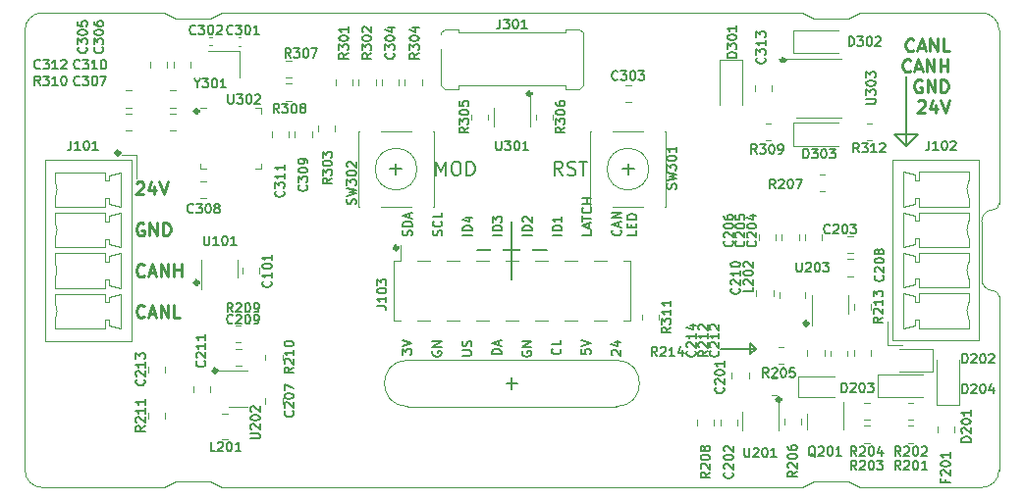
<source format=gto>
G04 #@! TF.GenerationSoftware,KiCad,Pcbnew,6.0.11+dfsg-1*
G04 #@! TF.ProjectId,project,70726f6a-6563-4742-9e6b-696361645f70,rev?*
G04 #@! TF.SameCoordinates,Original*
G04 #@! TF.FileFunction,Legend,Top*
G04 #@! TF.FilePolarity,Positive*
%FSLAX46Y46*%
G04 Gerber Fmt 4.6, Leading zero omitted, Abs format (unit mm)*
%MOMM*%
%LPD*%
G01*
G04 APERTURE LIST*
%ADD10C,0.150000*%
%ADD11C,0.350000*%
G04 #@! TA.AperFunction,Profile*
%ADD12C,0.100000*%
G04 #@! TD*
%ADD13C,0.275000*%
%ADD14C,0.120000*%
%ADD15C,1.552000*%
%ADD16R,0.900000X1.200000*%
%ADD17R,0.900000X0.800000*%
%ADD18R,1.000000X1.000000*%
%ADD19O,3.600000X1.800000*%
%ADD20C,6.400000*%
%ADD21C,0.900000*%
%ADD22R,1.200000X0.900000*%
%ADD23R,3.650000X3.650000*%
%ADD24R,1.000000X3.000000*%
%ADD25R,1.700000X1.700000*%
%ADD26O,1.700000X1.700000*%
G04 APERTURE END LIST*
D10*
X177762500Y-127037500D02*
X178762500Y-127037500D01*
X171262500Y-134037500D02*
X165262500Y-134037500D01*
X168262500Y-145037500D02*
X168262500Y-146037500D01*
X157762500Y-127037500D02*
X158762500Y-127037500D01*
D11*
X134437500Y-125637500D02*
G75*
G03*
X134437500Y-125637500I-175000J0D01*
G01*
D10*
X168262500Y-131537500D02*
X168262500Y-136537500D01*
X158262500Y-127537500D02*
X158262500Y-126537500D01*
X201262500Y-124037500D02*
X202262500Y-125037500D01*
D11*
X191437500Y-146937500D02*
G75*
G03*
X191437500Y-146937500I-175000J0D01*
G01*
X158437500Y-133837500D02*
G75*
G03*
X158437500Y-133837500I-175000J0D01*
G01*
D10*
X186262500Y-142537500D02*
X189262500Y-142537500D01*
X188762500Y-143037500D02*
X189262500Y-142537500D01*
X168762500Y-145537500D02*
X167762500Y-145537500D01*
D11*
X193812500Y-140362500D02*
G75*
G03*
X193812500Y-140362500I-175000J0D01*
G01*
X191837500Y-117637500D02*
G75*
G03*
X191837500Y-117637500I-175000J0D01*
G01*
D10*
X203262500Y-124037500D02*
X201262500Y-124037500D01*
X202262500Y-125037500D02*
X203262500Y-124037500D01*
D11*
X141237500Y-122037500D02*
G75*
G03*
X141237500Y-122037500I-175000J0D01*
G01*
X169937500Y-120537500D02*
G75*
G03*
X169937500Y-120537500I-175000J0D01*
G01*
D10*
X188762500Y-142037500D02*
X188762500Y-143037500D01*
X189262500Y-142537500D02*
X188762500Y-142037500D01*
X202262500Y-119037500D02*
X202262500Y-125037500D01*
D11*
X141237500Y-136837500D02*
G75*
G03*
X141237500Y-136837500I-175000J0D01*
G01*
X142837500Y-144437500D02*
G75*
G03*
X142837500Y-144437500I-175000J0D01*
G01*
D10*
X178262500Y-127537500D02*
X178262500Y-126537500D01*
D12*
X197262500Y-114037500D02*
X198262500Y-113537500D01*
X142262500Y-154037499D02*
X143262500Y-154537500D01*
X177262500Y-147537500D02*
G75*
G03*
X177262500Y-143537500I0J2000000D01*
G01*
X139262500Y-154037500D02*
X142262500Y-154037499D01*
X194262500Y-154037500D02*
X197262500Y-154037499D01*
X208762500Y-131537500D02*
X208762500Y-136537500D01*
X139262500Y-114037500D02*
X142262500Y-114037500D01*
X208762500Y-154537500D02*
G75*
G03*
X210262500Y-153037500I0J1500000D01*
G01*
X142262500Y-114037500D02*
X143262500Y-113537500D01*
X208762500Y-136537500D02*
G75*
G03*
X209762500Y-137537500I1000000J0D01*
G01*
X198262500Y-113537500D02*
X208762500Y-113537500D01*
X209762500Y-130537500D02*
G75*
G03*
X208762500Y-131537500I0J-1000000D01*
G01*
X138262500Y-113537500D02*
X127762500Y-113537500D01*
X126262500Y-153037500D02*
X126262500Y-115037500D01*
X210262500Y-138037500D02*
X210262500Y-153037500D01*
X127762500Y-113537500D02*
G75*
G03*
X126262500Y-115037500I0J-1500000D01*
G01*
X198262500Y-154537500D02*
X208762500Y-154537500D01*
X197262500Y-154037499D02*
X198262500Y-154537500D01*
X194262500Y-114037500D02*
X197262500Y-114037500D01*
X210262500Y-138037500D02*
G75*
G03*
X209762500Y-137537500I-500000J0D01*
G01*
X138262500Y-154537499D02*
X127762500Y-154537500D01*
X139262500Y-114037500D02*
X138262500Y-113537500D01*
X177262500Y-147537500D02*
X159262500Y-147537500D01*
X126262500Y-153037500D02*
G75*
G03*
X127762500Y-154537500I1500000J0D01*
G01*
X159262500Y-143537500D02*
X177262500Y-143537500D01*
X139262500Y-154037500D02*
X138262500Y-154537499D01*
X209762500Y-130537500D02*
G75*
G03*
X210262500Y-130037500I0J500000D01*
G01*
X210262500Y-130037500D02*
X210262500Y-115037500D01*
X159262500Y-143537500D02*
G75*
G03*
X159262500Y-147537500I0J-2000000D01*
G01*
X143262500Y-113537500D02*
X193262500Y-113537500D01*
X210262500Y-115037500D02*
G75*
G03*
X208762500Y-113537500I-1500000J0D01*
G01*
X194262500Y-154037500D02*
X193262500Y-154537499D01*
X194262500Y-114037500D02*
X193262500Y-113537500D01*
X193262500Y-154537499D02*
X143262500Y-154537500D01*
D13*
X202888511Y-116773857D02*
X202836130Y-116826238D01*
X202678988Y-116878619D01*
X202574226Y-116878619D01*
X202417083Y-116826238D01*
X202312321Y-116721476D01*
X202259940Y-116616714D01*
X202207559Y-116407190D01*
X202207559Y-116250047D01*
X202259940Y-116040523D01*
X202312321Y-115935761D01*
X202417083Y-115831000D01*
X202574226Y-115778619D01*
X202678988Y-115778619D01*
X202836130Y-115831000D01*
X202888511Y-115883380D01*
X203307559Y-116564333D02*
X203831369Y-116564333D01*
X203202797Y-116878619D02*
X203569464Y-115778619D01*
X203936130Y-116878619D01*
X204302797Y-116878619D02*
X204302797Y-115778619D01*
X204931369Y-116878619D01*
X204931369Y-115778619D01*
X205978988Y-116878619D02*
X205455178Y-116878619D01*
X205455178Y-115778619D01*
X202626607Y-118544857D02*
X202574226Y-118597238D01*
X202417083Y-118649619D01*
X202312321Y-118649619D01*
X202155178Y-118597238D01*
X202050416Y-118492476D01*
X201998035Y-118387714D01*
X201945654Y-118178190D01*
X201945654Y-118021047D01*
X201998035Y-117811523D01*
X202050416Y-117706761D01*
X202155178Y-117602000D01*
X202312321Y-117549619D01*
X202417083Y-117549619D01*
X202574226Y-117602000D01*
X202626607Y-117654380D01*
X203045654Y-118335333D02*
X203569464Y-118335333D01*
X202940892Y-118649619D02*
X203307559Y-117549619D01*
X203674226Y-118649619D01*
X204040892Y-118649619D02*
X204040892Y-117549619D01*
X204669464Y-118649619D01*
X204669464Y-117549619D01*
X205193273Y-118649619D02*
X205193273Y-117549619D01*
X205193273Y-118073428D02*
X205821845Y-118073428D01*
X205821845Y-118649619D02*
X205821845Y-117549619D01*
X203569464Y-119373000D02*
X203464702Y-119320619D01*
X203307559Y-119320619D01*
X203150416Y-119373000D01*
X203045654Y-119477761D01*
X202993273Y-119582523D01*
X202940892Y-119792047D01*
X202940892Y-119949190D01*
X202993273Y-120158714D01*
X203045654Y-120263476D01*
X203150416Y-120368238D01*
X203307559Y-120420619D01*
X203412321Y-120420619D01*
X203569464Y-120368238D01*
X203621845Y-120315857D01*
X203621845Y-119949190D01*
X203412321Y-119949190D01*
X204093273Y-120420619D02*
X204093273Y-119320619D01*
X204721845Y-120420619D01*
X204721845Y-119320619D01*
X205245654Y-120420619D02*
X205245654Y-119320619D01*
X205507559Y-119320619D01*
X205664702Y-119373000D01*
X205769464Y-119477761D01*
X205821845Y-119582523D01*
X205874226Y-119792047D01*
X205874226Y-119949190D01*
X205821845Y-120158714D01*
X205769464Y-120263476D01*
X205664702Y-120368238D01*
X205507559Y-120420619D01*
X205245654Y-120420619D01*
X203255178Y-121196380D02*
X203307559Y-121144000D01*
X203412321Y-121091619D01*
X203674226Y-121091619D01*
X203778988Y-121144000D01*
X203831369Y-121196380D01*
X203883750Y-121301142D01*
X203883750Y-121405904D01*
X203831369Y-121563047D01*
X203202797Y-122191619D01*
X203883750Y-122191619D01*
X204826607Y-121458285D02*
X204826607Y-122191619D01*
X204564702Y-121039238D02*
X204302797Y-121824952D01*
X204983750Y-121824952D01*
X205245654Y-121091619D02*
X205612321Y-122191619D01*
X205978988Y-121091619D01*
D10*
X159626309Y-132787619D02*
X159664404Y-132673333D01*
X159664404Y-132482857D01*
X159626309Y-132406666D01*
X159588214Y-132368571D01*
X159512023Y-132330476D01*
X159435833Y-132330476D01*
X159359642Y-132368571D01*
X159321547Y-132406666D01*
X159283452Y-132482857D01*
X159245357Y-132635238D01*
X159207261Y-132711428D01*
X159169166Y-132749523D01*
X159092976Y-132787619D01*
X159016785Y-132787619D01*
X158940595Y-132749523D01*
X158902500Y-132711428D01*
X158864404Y-132635238D01*
X158864404Y-132444761D01*
X158902500Y-132330476D01*
X159664404Y-131987619D02*
X158864404Y-131987619D01*
X158864404Y-131797142D01*
X158902500Y-131682857D01*
X158978690Y-131606666D01*
X159054880Y-131568571D01*
X159207261Y-131530476D01*
X159321547Y-131530476D01*
X159473928Y-131568571D01*
X159550119Y-131606666D01*
X159626309Y-131682857D01*
X159664404Y-131797142D01*
X159664404Y-131987619D01*
X159435833Y-131225714D02*
X159435833Y-130844761D01*
X159664404Y-131301904D02*
X158864404Y-131035238D01*
X159664404Y-130768571D01*
X162202309Y-132787619D02*
X162240404Y-132673333D01*
X162240404Y-132482857D01*
X162202309Y-132406666D01*
X162164214Y-132368571D01*
X162088023Y-132330476D01*
X162011833Y-132330476D01*
X161935642Y-132368571D01*
X161897547Y-132406666D01*
X161859452Y-132482857D01*
X161821357Y-132635238D01*
X161783261Y-132711428D01*
X161745166Y-132749523D01*
X161668976Y-132787619D01*
X161592785Y-132787619D01*
X161516595Y-132749523D01*
X161478500Y-132711428D01*
X161440404Y-132635238D01*
X161440404Y-132444761D01*
X161478500Y-132330476D01*
X162164214Y-131530476D02*
X162202309Y-131568571D01*
X162240404Y-131682857D01*
X162240404Y-131759047D01*
X162202309Y-131873333D01*
X162126119Y-131949523D01*
X162049928Y-131987619D01*
X161897547Y-132025714D01*
X161783261Y-132025714D01*
X161630880Y-131987619D01*
X161554690Y-131949523D01*
X161478500Y-131873333D01*
X161440404Y-131759047D01*
X161440404Y-131682857D01*
X161478500Y-131568571D01*
X161516595Y-131530476D01*
X162240404Y-130806666D02*
X162240404Y-131187619D01*
X161440404Y-131187619D01*
X164816404Y-132749523D02*
X164016404Y-132749523D01*
X164816404Y-132368571D02*
X164016404Y-132368571D01*
X164016404Y-132178095D01*
X164054500Y-132063809D01*
X164130690Y-131987619D01*
X164206880Y-131949523D01*
X164359261Y-131911428D01*
X164473547Y-131911428D01*
X164625928Y-131949523D01*
X164702119Y-131987619D01*
X164778309Y-132063809D01*
X164816404Y-132178095D01*
X164816404Y-132368571D01*
X164283071Y-131225714D02*
X164816404Y-131225714D01*
X163978309Y-131416190D02*
X164549738Y-131606666D01*
X164549738Y-131111428D01*
X167392404Y-132749523D02*
X166592404Y-132749523D01*
X167392404Y-132368571D02*
X166592404Y-132368571D01*
X166592404Y-132178095D01*
X166630500Y-132063809D01*
X166706690Y-131987619D01*
X166782880Y-131949523D01*
X166935261Y-131911428D01*
X167049547Y-131911428D01*
X167201928Y-131949523D01*
X167278119Y-131987619D01*
X167354309Y-132063809D01*
X167392404Y-132178095D01*
X167392404Y-132368571D01*
X166592404Y-131644761D02*
X166592404Y-131149523D01*
X166897166Y-131416190D01*
X166897166Y-131301904D01*
X166935261Y-131225714D01*
X166973357Y-131187619D01*
X167049547Y-131149523D01*
X167240023Y-131149523D01*
X167316214Y-131187619D01*
X167354309Y-131225714D01*
X167392404Y-131301904D01*
X167392404Y-131530476D01*
X167354309Y-131606666D01*
X167316214Y-131644761D01*
X169968404Y-132749523D02*
X169168404Y-132749523D01*
X169968404Y-132368571D02*
X169168404Y-132368571D01*
X169168404Y-132178095D01*
X169206500Y-132063809D01*
X169282690Y-131987619D01*
X169358880Y-131949523D01*
X169511261Y-131911428D01*
X169625547Y-131911428D01*
X169777928Y-131949523D01*
X169854119Y-131987619D01*
X169930309Y-132063809D01*
X169968404Y-132178095D01*
X169968404Y-132368571D01*
X169244595Y-131606666D02*
X169206500Y-131568571D01*
X169168404Y-131492380D01*
X169168404Y-131301904D01*
X169206500Y-131225714D01*
X169244595Y-131187619D01*
X169320785Y-131149523D01*
X169396976Y-131149523D01*
X169511261Y-131187619D01*
X169968404Y-131644761D01*
X169968404Y-131149523D01*
X172544404Y-132749523D02*
X171744404Y-132749523D01*
X172544404Y-132368571D02*
X171744404Y-132368571D01*
X171744404Y-132178095D01*
X171782500Y-132063809D01*
X171858690Y-131987619D01*
X171934880Y-131949523D01*
X172087261Y-131911428D01*
X172201547Y-131911428D01*
X172353928Y-131949523D01*
X172430119Y-131987619D01*
X172506309Y-132063809D01*
X172544404Y-132178095D01*
X172544404Y-132368571D01*
X172544404Y-131149523D02*
X172544404Y-131606666D01*
X172544404Y-131378095D02*
X171744404Y-131378095D01*
X171858690Y-131454285D01*
X171934880Y-131530476D01*
X171972976Y-131606666D01*
X175120404Y-132368571D02*
X175120404Y-132749523D01*
X174320404Y-132749523D01*
X174891833Y-132140000D02*
X174891833Y-131759047D01*
X175120404Y-132216190D02*
X174320404Y-131949523D01*
X175120404Y-131682857D01*
X174320404Y-131530476D02*
X174320404Y-131073333D01*
X175120404Y-131301904D02*
X174320404Y-131301904D01*
X175044214Y-130349523D02*
X175082309Y-130387619D01*
X175120404Y-130501904D01*
X175120404Y-130578095D01*
X175082309Y-130692380D01*
X175006119Y-130768571D01*
X174929928Y-130806666D01*
X174777547Y-130844761D01*
X174663261Y-130844761D01*
X174510880Y-130806666D01*
X174434690Y-130768571D01*
X174358500Y-130692380D01*
X174320404Y-130578095D01*
X174320404Y-130501904D01*
X174358500Y-130387619D01*
X174396595Y-130349523D01*
X175120404Y-130006666D02*
X174320404Y-130006666D01*
X174701357Y-130006666D02*
X174701357Y-129549523D01*
X175120404Y-129549523D02*
X174320404Y-129549523D01*
X177620214Y-132292380D02*
X177658309Y-132330476D01*
X177696404Y-132444761D01*
X177696404Y-132520952D01*
X177658309Y-132635238D01*
X177582119Y-132711428D01*
X177505928Y-132749523D01*
X177353547Y-132787619D01*
X177239261Y-132787619D01*
X177086880Y-132749523D01*
X177010690Y-132711428D01*
X176934500Y-132635238D01*
X176896404Y-132520952D01*
X176896404Y-132444761D01*
X176934500Y-132330476D01*
X176972595Y-132292380D01*
X177467833Y-131987619D02*
X177467833Y-131606666D01*
X177696404Y-132063809D02*
X176896404Y-131797142D01*
X177696404Y-131530476D01*
X177696404Y-131263809D02*
X176896404Y-131263809D01*
X177696404Y-130806666D01*
X176896404Y-130806666D01*
X178984404Y-132368571D02*
X178984404Y-132749523D01*
X178184404Y-132749523D01*
X178565357Y-132101904D02*
X178565357Y-131835238D01*
X178984404Y-131720952D02*
X178984404Y-132101904D01*
X178184404Y-132101904D01*
X178184404Y-131720952D01*
X178984404Y-131378095D02*
X178184404Y-131378095D01*
X178184404Y-131187619D01*
X178222500Y-131073333D01*
X178298690Y-130997142D01*
X178374880Y-130959047D01*
X178527261Y-130920952D01*
X178641547Y-130920952D01*
X178793928Y-130959047D01*
X178870119Y-130997142D01*
X178946309Y-131073333D01*
X178984404Y-131187619D01*
X178984404Y-131378095D01*
D13*
X135868273Y-128244380D02*
X135920654Y-128192000D01*
X136025416Y-128139619D01*
X136287321Y-128139619D01*
X136392083Y-128192000D01*
X136444464Y-128244380D01*
X136496845Y-128349142D01*
X136496845Y-128453904D01*
X136444464Y-128611047D01*
X135815892Y-129239619D01*
X136496845Y-129239619D01*
X137439702Y-128506285D02*
X137439702Y-129239619D01*
X137177797Y-128087238D02*
X136915892Y-128872952D01*
X137596845Y-128872952D01*
X137858750Y-128139619D02*
X138225416Y-129239619D01*
X138592083Y-128139619D01*
X136496845Y-131734000D02*
X136392083Y-131681619D01*
X136234940Y-131681619D01*
X136077797Y-131734000D01*
X135973035Y-131838761D01*
X135920654Y-131943523D01*
X135868273Y-132153047D01*
X135868273Y-132310190D01*
X135920654Y-132519714D01*
X135973035Y-132624476D01*
X136077797Y-132729238D01*
X136234940Y-132781619D01*
X136339702Y-132781619D01*
X136496845Y-132729238D01*
X136549226Y-132676857D01*
X136549226Y-132310190D01*
X136339702Y-132310190D01*
X137020654Y-132781619D02*
X137020654Y-131681619D01*
X137649226Y-132781619D01*
X137649226Y-131681619D01*
X138173035Y-132781619D02*
X138173035Y-131681619D01*
X138434940Y-131681619D01*
X138592083Y-131734000D01*
X138696845Y-131838761D01*
X138749226Y-131943523D01*
X138801607Y-132153047D01*
X138801607Y-132310190D01*
X138749226Y-132519714D01*
X138696845Y-132624476D01*
X138592083Y-132729238D01*
X138434940Y-132781619D01*
X138173035Y-132781619D01*
X136549226Y-136218857D02*
X136496845Y-136271238D01*
X136339702Y-136323619D01*
X136234940Y-136323619D01*
X136077797Y-136271238D01*
X135973035Y-136166476D01*
X135920654Y-136061714D01*
X135868273Y-135852190D01*
X135868273Y-135695047D01*
X135920654Y-135485523D01*
X135973035Y-135380761D01*
X136077797Y-135276000D01*
X136234940Y-135223619D01*
X136339702Y-135223619D01*
X136496845Y-135276000D01*
X136549226Y-135328380D01*
X136968273Y-136009333D02*
X137492083Y-136009333D01*
X136863511Y-136323619D02*
X137230178Y-135223619D01*
X137596845Y-136323619D01*
X137963511Y-136323619D02*
X137963511Y-135223619D01*
X138592083Y-136323619D01*
X138592083Y-135223619D01*
X139115892Y-136323619D02*
X139115892Y-135223619D01*
X139115892Y-135747428D02*
X139744464Y-135747428D01*
X139744464Y-136323619D02*
X139744464Y-135223619D01*
X136549226Y-139760857D02*
X136496845Y-139813238D01*
X136339702Y-139865619D01*
X136234940Y-139865619D01*
X136077797Y-139813238D01*
X135973035Y-139708476D01*
X135920654Y-139603714D01*
X135868273Y-139394190D01*
X135868273Y-139237047D01*
X135920654Y-139027523D01*
X135973035Y-138922761D01*
X136077797Y-138818000D01*
X136234940Y-138765619D01*
X136339702Y-138765619D01*
X136496845Y-138818000D01*
X136549226Y-138870380D01*
X136968273Y-139551333D02*
X137492083Y-139551333D01*
X136863511Y-139865619D02*
X137230178Y-138765619D01*
X137596845Y-139865619D01*
X137963511Y-139865619D02*
X137963511Y-138765619D01*
X138592083Y-139865619D01*
X138592083Y-138765619D01*
X139639702Y-139865619D02*
X139115892Y-139865619D01*
X139115892Y-138765619D01*
D10*
X172605357Y-127580357D02*
X172205357Y-127008928D01*
X171919642Y-127580357D02*
X171919642Y-126380357D01*
X172376785Y-126380357D01*
X172491071Y-126437500D01*
X172548214Y-126494642D01*
X172605357Y-126608928D01*
X172605357Y-126780357D01*
X172548214Y-126894642D01*
X172491071Y-126951785D01*
X172376785Y-127008928D01*
X171919642Y-127008928D01*
X173062500Y-127523214D02*
X173233928Y-127580357D01*
X173519642Y-127580357D01*
X173633928Y-127523214D01*
X173691071Y-127466071D01*
X173748214Y-127351785D01*
X173748214Y-127237500D01*
X173691071Y-127123214D01*
X173633928Y-127066071D01*
X173519642Y-127008928D01*
X173291071Y-126951785D01*
X173176785Y-126894642D01*
X173119642Y-126837500D01*
X173062500Y-126723214D01*
X173062500Y-126608928D01*
X173119642Y-126494642D01*
X173176785Y-126437500D01*
X173291071Y-126380357D01*
X173576785Y-126380357D01*
X173748214Y-126437500D01*
X174091071Y-126380357D02*
X174776785Y-126380357D01*
X174433928Y-127580357D02*
X174433928Y-126380357D01*
X158808404Y-143068333D02*
X158808404Y-142573095D01*
X159113166Y-142839761D01*
X159113166Y-142725476D01*
X159151261Y-142649285D01*
X159189357Y-142611190D01*
X159265547Y-142573095D01*
X159456023Y-142573095D01*
X159532214Y-142611190D01*
X159570309Y-142649285D01*
X159608404Y-142725476D01*
X159608404Y-142954047D01*
X159570309Y-143030238D01*
X159532214Y-143068333D01*
X158808404Y-142344523D02*
X159608404Y-142077857D01*
X158808404Y-141811190D01*
X161422500Y-142763571D02*
X161384404Y-142839761D01*
X161384404Y-142954047D01*
X161422500Y-143068333D01*
X161498690Y-143144523D01*
X161574880Y-143182619D01*
X161727261Y-143220714D01*
X161841547Y-143220714D01*
X161993928Y-143182619D01*
X162070119Y-143144523D01*
X162146309Y-143068333D01*
X162184404Y-142954047D01*
X162184404Y-142877857D01*
X162146309Y-142763571D01*
X162108214Y-142725476D01*
X161841547Y-142725476D01*
X161841547Y-142877857D01*
X162184404Y-142382619D02*
X161384404Y-142382619D01*
X162184404Y-141925476D01*
X161384404Y-141925476D01*
X163960404Y-143144523D02*
X164608023Y-143144523D01*
X164684214Y-143106428D01*
X164722309Y-143068333D01*
X164760404Y-142992142D01*
X164760404Y-142839761D01*
X164722309Y-142763571D01*
X164684214Y-142725476D01*
X164608023Y-142687380D01*
X163960404Y-142687380D01*
X164722309Y-142344523D02*
X164760404Y-142230238D01*
X164760404Y-142039761D01*
X164722309Y-141963571D01*
X164684214Y-141925476D01*
X164608023Y-141887380D01*
X164531833Y-141887380D01*
X164455642Y-141925476D01*
X164417547Y-141963571D01*
X164379452Y-142039761D01*
X164341357Y-142192142D01*
X164303261Y-142268333D01*
X164265166Y-142306428D01*
X164188976Y-142344523D01*
X164112785Y-142344523D01*
X164036595Y-142306428D01*
X163998500Y-142268333D01*
X163960404Y-142192142D01*
X163960404Y-142001666D01*
X163998500Y-141887380D01*
X167336404Y-143030238D02*
X166536404Y-143030238D01*
X166536404Y-142839761D01*
X166574500Y-142725476D01*
X166650690Y-142649285D01*
X166726880Y-142611190D01*
X166879261Y-142573095D01*
X166993547Y-142573095D01*
X167145928Y-142611190D01*
X167222119Y-142649285D01*
X167298309Y-142725476D01*
X167336404Y-142839761D01*
X167336404Y-143030238D01*
X167107833Y-142268333D02*
X167107833Y-141887380D01*
X167336404Y-142344523D02*
X166536404Y-142077857D01*
X167336404Y-141811190D01*
X169150500Y-142763571D02*
X169112404Y-142839761D01*
X169112404Y-142954047D01*
X169150500Y-143068333D01*
X169226690Y-143144523D01*
X169302880Y-143182619D01*
X169455261Y-143220714D01*
X169569547Y-143220714D01*
X169721928Y-143182619D01*
X169798119Y-143144523D01*
X169874309Y-143068333D01*
X169912404Y-142954047D01*
X169912404Y-142877857D01*
X169874309Y-142763571D01*
X169836214Y-142725476D01*
X169569547Y-142725476D01*
X169569547Y-142877857D01*
X169912404Y-142382619D02*
X169112404Y-142382619D01*
X169912404Y-141925476D01*
X169112404Y-141925476D01*
X172412214Y-142535000D02*
X172450309Y-142573095D01*
X172488404Y-142687380D01*
X172488404Y-142763571D01*
X172450309Y-142877857D01*
X172374119Y-142954047D01*
X172297928Y-142992142D01*
X172145547Y-143030238D01*
X172031261Y-143030238D01*
X171878880Y-142992142D01*
X171802690Y-142954047D01*
X171726500Y-142877857D01*
X171688404Y-142763571D01*
X171688404Y-142687380D01*
X171726500Y-142573095D01*
X171764595Y-142535000D01*
X172488404Y-141811190D02*
X172488404Y-142192142D01*
X171688404Y-142192142D01*
X174264404Y-142611190D02*
X174264404Y-142992142D01*
X174645357Y-143030238D01*
X174607261Y-142992142D01*
X174569166Y-142915952D01*
X174569166Y-142725476D01*
X174607261Y-142649285D01*
X174645357Y-142611190D01*
X174721547Y-142573095D01*
X174912023Y-142573095D01*
X174988214Y-142611190D01*
X175026309Y-142649285D01*
X175064404Y-142725476D01*
X175064404Y-142915952D01*
X175026309Y-142992142D01*
X174988214Y-143030238D01*
X174264404Y-142344523D02*
X175064404Y-142077857D01*
X174264404Y-141811190D01*
X176916595Y-143106428D02*
X176878500Y-143068333D01*
X176840404Y-142992142D01*
X176840404Y-142801666D01*
X176878500Y-142725476D01*
X176916595Y-142687380D01*
X176992785Y-142649285D01*
X177068976Y-142649285D01*
X177183261Y-142687380D01*
X177640404Y-143144523D01*
X177640404Y-142649285D01*
X177107071Y-141963571D02*
X177640404Y-141963571D01*
X176802309Y-142154047D02*
X177373738Y-142344523D01*
X177373738Y-141849285D01*
X161733928Y-127580357D02*
X161733928Y-126380357D01*
X162133928Y-127237500D01*
X162533928Y-126380357D01*
X162533928Y-127580357D01*
X163333928Y-126380357D02*
X163562500Y-126380357D01*
X163676785Y-126437500D01*
X163791071Y-126551785D01*
X163848214Y-126780357D01*
X163848214Y-127180357D01*
X163791071Y-127408928D01*
X163676785Y-127523214D01*
X163562500Y-127580357D01*
X163333928Y-127580357D01*
X163219642Y-127523214D01*
X163105357Y-127408928D01*
X163048214Y-127180357D01*
X163048214Y-126780357D01*
X163105357Y-126551785D01*
X163219642Y-126437500D01*
X163333928Y-126380357D01*
X164362500Y-127580357D02*
X164362500Y-126380357D01*
X164648214Y-126380357D01*
X164819642Y-126437500D01*
X164933928Y-126551785D01*
X164991071Y-126666071D01*
X165048214Y-126894642D01*
X165048214Y-127066071D01*
X164991071Y-127294642D01*
X164933928Y-127408928D01*
X164819642Y-127523214D01*
X164648214Y-127580357D01*
X164362500Y-127580357D01*
X205605357Y-153866071D02*
X205605357Y-154132738D01*
X206024404Y-154132738D02*
X205224404Y-154132738D01*
X205224404Y-153751785D01*
X205300595Y-153485119D02*
X205262500Y-153447023D01*
X205224404Y-153370833D01*
X205224404Y-153180357D01*
X205262500Y-153104166D01*
X205300595Y-153066071D01*
X205376785Y-153027976D01*
X205452976Y-153027976D01*
X205567261Y-153066071D01*
X206024404Y-153523214D01*
X206024404Y-153027976D01*
X205224404Y-152532738D02*
X205224404Y-152456547D01*
X205262500Y-152380357D01*
X205300595Y-152342261D01*
X205376785Y-152304166D01*
X205529166Y-152266071D01*
X205719642Y-152266071D01*
X205872023Y-152304166D01*
X205948214Y-152342261D01*
X205986309Y-152380357D01*
X206024404Y-152456547D01*
X206024404Y-152532738D01*
X205986309Y-152608928D01*
X205948214Y-152647023D01*
X205872023Y-152685119D01*
X205719642Y-152723214D01*
X205529166Y-152723214D01*
X205376785Y-152685119D01*
X205300595Y-152647023D01*
X205262500Y-152608928D01*
X205224404Y-152532738D01*
X206024404Y-151504166D02*
X206024404Y-151961309D01*
X206024404Y-151732738D02*
X205224404Y-151732738D01*
X205338690Y-151808928D01*
X205414880Y-151885119D01*
X205452976Y-151961309D01*
X144167261Y-115323214D02*
X144129166Y-115361309D01*
X144014880Y-115399404D01*
X143938690Y-115399404D01*
X143824404Y-115361309D01*
X143748214Y-115285119D01*
X143710119Y-115208928D01*
X143672023Y-115056547D01*
X143672023Y-114942261D01*
X143710119Y-114789880D01*
X143748214Y-114713690D01*
X143824404Y-114637500D01*
X143938690Y-114599404D01*
X144014880Y-114599404D01*
X144129166Y-114637500D01*
X144167261Y-114675595D01*
X144433928Y-114599404D02*
X144929166Y-114599404D01*
X144662500Y-114904166D01*
X144776785Y-114904166D01*
X144852976Y-114942261D01*
X144891071Y-114980357D01*
X144929166Y-115056547D01*
X144929166Y-115247023D01*
X144891071Y-115323214D01*
X144852976Y-115361309D01*
X144776785Y-115399404D01*
X144548214Y-115399404D01*
X144472023Y-115361309D01*
X144433928Y-115323214D01*
X145424404Y-114599404D02*
X145500595Y-114599404D01*
X145576785Y-114637500D01*
X145614880Y-114675595D01*
X145652976Y-114751785D01*
X145691071Y-114904166D01*
X145691071Y-115094642D01*
X145652976Y-115247023D01*
X145614880Y-115323214D01*
X145576785Y-115361309D01*
X145500595Y-115399404D01*
X145424404Y-115399404D01*
X145348214Y-115361309D01*
X145310119Y-115323214D01*
X145272023Y-115247023D01*
X145233928Y-115094642D01*
X145233928Y-114904166D01*
X145272023Y-114751785D01*
X145310119Y-114675595D01*
X145348214Y-114637500D01*
X145424404Y-114599404D01*
X146452976Y-115399404D02*
X145995833Y-115399404D01*
X146224404Y-115399404D02*
X146224404Y-114599404D01*
X146148214Y-114713690D01*
X146072023Y-114789880D01*
X145995833Y-114827976D01*
X200248214Y-136232738D02*
X200286309Y-136270833D01*
X200324404Y-136385119D01*
X200324404Y-136461309D01*
X200286309Y-136575595D01*
X200210119Y-136651785D01*
X200133928Y-136689880D01*
X199981547Y-136727976D01*
X199867261Y-136727976D01*
X199714880Y-136689880D01*
X199638690Y-136651785D01*
X199562500Y-136575595D01*
X199524404Y-136461309D01*
X199524404Y-136385119D01*
X199562500Y-136270833D01*
X199600595Y-136232738D01*
X199600595Y-135927976D02*
X199562500Y-135889880D01*
X199524404Y-135813690D01*
X199524404Y-135623214D01*
X199562500Y-135547023D01*
X199600595Y-135508928D01*
X199676785Y-135470833D01*
X199752976Y-135470833D01*
X199867261Y-135508928D01*
X200324404Y-135966071D01*
X200324404Y-135470833D01*
X199524404Y-134975595D02*
X199524404Y-134899404D01*
X199562500Y-134823214D01*
X199600595Y-134785119D01*
X199676785Y-134747023D01*
X199829166Y-134708928D01*
X200019642Y-134708928D01*
X200172023Y-134747023D01*
X200248214Y-134785119D01*
X200286309Y-134823214D01*
X200324404Y-134899404D01*
X200324404Y-134975595D01*
X200286309Y-135051785D01*
X200248214Y-135089880D01*
X200172023Y-135127976D01*
X200019642Y-135166071D01*
X199829166Y-135166071D01*
X199676785Y-135127976D01*
X199600595Y-135089880D01*
X199562500Y-135051785D01*
X199524404Y-134975595D01*
X199867261Y-134251785D02*
X199829166Y-134327976D01*
X199791071Y-134366071D01*
X199714880Y-134404166D01*
X199676785Y-134404166D01*
X199600595Y-134366071D01*
X199562500Y-134327976D01*
X199524404Y-134251785D01*
X199524404Y-134099404D01*
X199562500Y-134023214D01*
X199600595Y-133985119D01*
X199676785Y-133947023D01*
X199714880Y-133947023D01*
X199791071Y-133985119D01*
X199829166Y-134023214D01*
X199867261Y-134099404D01*
X199867261Y-134251785D01*
X199905357Y-134327976D01*
X199943452Y-134366071D01*
X200019642Y-134404166D01*
X200172023Y-134404166D01*
X200248214Y-134366071D01*
X200286309Y-134327976D01*
X200324404Y-134251785D01*
X200324404Y-134099404D01*
X200286309Y-134023214D01*
X200248214Y-133985119D01*
X200172023Y-133947023D01*
X200019642Y-133947023D01*
X199943452Y-133985119D01*
X199905357Y-134023214D01*
X199867261Y-134099404D01*
X130967261Y-119723214D02*
X130929166Y-119761309D01*
X130814880Y-119799404D01*
X130738690Y-119799404D01*
X130624404Y-119761309D01*
X130548214Y-119685119D01*
X130510119Y-119608928D01*
X130472023Y-119456547D01*
X130472023Y-119342261D01*
X130510119Y-119189880D01*
X130548214Y-119113690D01*
X130624404Y-119037500D01*
X130738690Y-118999404D01*
X130814880Y-118999404D01*
X130929166Y-119037500D01*
X130967261Y-119075595D01*
X131233928Y-118999404D02*
X131729166Y-118999404D01*
X131462500Y-119304166D01*
X131576785Y-119304166D01*
X131652976Y-119342261D01*
X131691071Y-119380357D01*
X131729166Y-119456547D01*
X131729166Y-119647023D01*
X131691071Y-119723214D01*
X131652976Y-119761309D01*
X131576785Y-119799404D01*
X131348214Y-119799404D01*
X131272023Y-119761309D01*
X131233928Y-119723214D01*
X132224404Y-118999404D02*
X132300595Y-118999404D01*
X132376785Y-119037500D01*
X132414880Y-119075595D01*
X132452976Y-119151785D01*
X132491071Y-119304166D01*
X132491071Y-119494642D01*
X132452976Y-119647023D01*
X132414880Y-119723214D01*
X132376785Y-119761309D01*
X132300595Y-119799404D01*
X132224404Y-119799404D01*
X132148214Y-119761309D01*
X132110119Y-119723214D01*
X132072023Y-119647023D01*
X132033928Y-119494642D01*
X132033928Y-119304166D01*
X132072023Y-119151785D01*
X132110119Y-119075595D01*
X132148214Y-119037500D01*
X132224404Y-118999404D01*
X132757738Y-118999404D02*
X133291071Y-118999404D01*
X132948214Y-119799404D01*
X200224404Y-139832738D02*
X199843452Y-140099404D01*
X200224404Y-140289880D02*
X199424404Y-140289880D01*
X199424404Y-139985119D01*
X199462500Y-139908928D01*
X199500595Y-139870833D01*
X199576785Y-139832738D01*
X199691071Y-139832738D01*
X199767261Y-139870833D01*
X199805357Y-139908928D01*
X199843452Y-139985119D01*
X199843452Y-140289880D01*
X199500595Y-139527976D02*
X199462500Y-139489880D01*
X199424404Y-139413690D01*
X199424404Y-139223214D01*
X199462500Y-139147023D01*
X199500595Y-139108928D01*
X199576785Y-139070833D01*
X199652976Y-139070833D01*
X199767261Y-139108928D01*
X200224404Y-139566071D01*
X200224404Y-139070833D01*
X200224404Y-138308928D02*
X200224404Y-138766071D01*
X200224404Y-138537500D02*
X199424404Y-138537500D01*
X199538690Y-138613690D01*
X199614880Y-138689880D01*
X199652976Y-138766071D01*
X199424404Y-138042261D02*
X199424404Y-137547023D01*
X199729166Y-137813690D01*
X199729166Y-137699404D01*
X199767261Y-137623214D01*
X199805357Y-137585119D01*
X199881547Y-137547023D01*
X200072023Y-137547023D01*
X200148214Y-137585119D01*
X200186309Y-137623214D01*
X200224404Y-137699404D01*
X200224404Y-137927976D01*
X200186309Y-138004166D01*
X200148214Y-138042261D01*
X148167261Y-122199404D02*
X147900595Y-121818452D01*
X147710119Y-122199404D02*
X147710119Y-121399404D01*
X148014880Y-121399404D01*
X148091071Y-121437500D01*
X148129166Y-121475595D01*
X148167261Y-121551785D01*
X148167261Y-121666071D01*
X148129166Y-121742261D01*
X148091071Y-121780357D01*
X148014880Y-121818452D01*
X147710119Y-121818452D01*
X148433928Y-121399404D02*
X148929166Y-121399404D01*
X148662500Y-121704166D01*
X148776785Y-121704166D01*
X148852976Y-121742261D01*
X148891071Y-121780357D01*
X148929166Y-121856547D01*
X148929166Y-122047023D01*
X148891071Y-122123214D01*
X148852976Y-122161309D01*
X148776785Y-122199404D01*
X148548214Y-122199404D01*
X148472023Y-122161309D01*
X148433928Y-122123214D01*
X149424404Y-121399404D02*
X149500595Y-121399404D01*
X149576785Y-121437500D01*
X149614880Y-121475595D01*
X149652976Y-121551785D01*
X149691071Y-121704166D01*
X149691071Y-121894642D01*
X149652976Y-122047023D01*
X149614880Y-122123214D01*
X149576785Y-122161309D01*
X149500595Y-122199404D01*
X149424404Y-122199404D01*
X149348214Y-122161309D01*
X149310119Y-122123214D01*
X149272023Y-122047023D01*
X149233928Y-121894642D01*
X149233928Y-121704166D01*
X149272023Y-121551785D01*
X149310119Y-121475595D01*
X149348214Y-121437500D01*
X149424404Y-121399404D01*
X150148214Y-121742261D02*
X150072023Y-121704166D01*
X150033928Y-121666071D01*
X149995833Y-121589880D01*
X149995833Y-121551785D01*
X150033928Y-121475595D01*
X150072023Y-121437500D01*
X150148214Y-121399404D01*
X150300595Y-121399404D01*
X150376785Y-121437500D01*
X150414880Y-121475595D01*
X150452976Y-121551785D01*
X150452976Y-121589880D01*
X150414880Y-121666071D01*
X150376785Y-121704166D01*
X150300595Y-121742261D01*
X150148214Y-121742261D01*
X150072023Y-121780357D01*
X150033928Y-121818452D01*
X149995833Y-121894642D01*
X149995833Y-122047023D01*
X150033928Y-122123214D01*
X150072023Y-122161309D01*
X150148214Y-122199404D01*
X150300595Y-122199404D01*
X150376785Y-122161309D01*
X150414880Y-122123214D01*
X150452976Y-122047023D01*
X150452976Y-121894642D01*
X150414880Y-121818452D01*
X150376785Y-121780357D01*
X150300595Y-121742261D01*
X193385119Y-126099404D02*
X193385119Y-125299404D01*
X193575595Y-125299404D01*
X193689880Y-125337500D01*
X193766071Y-125413690D01*
X193804166Y-125489880D01*
X193842261Y-125642261D01*
X193842261Y-125756547D01*
X193804166Y-125908928D01*
X193766071Y-125985119D01*
X193689880Y-126061309D01*
X193575595Y-126099404D01*
X193385119Y-126099404D01*
X194108928Y-125299404D02*
X194604166Y-125299404D01*
X194337500Y-125604166D01*
X194451785Y-125604166D01*
X194527976Y-125642261D01*
X194566071Y-125680357D01*
X194604166Y-125756547D01*
X194604166Y-125947023D01*
X194566071Y-126023214D01*
X194527976Y-126061309D01*
X194451785Y-126099404D01*
X194223214Y-126099404D01*
X194147023Y-126061309D01*
X194108928Y-126023214D01*
X195099404Y-125299404D02*
X195175595Y-125299404D01*
X195251785Y-125337500D01*
X195289880Y-125375595D01*
X195327976Y-125451785D01*
X195366071Y-125604166D01*
X195366071Y-125794642D01*
X195327976Y-125947023D01*
X195289880Y-126023214D01*
X195251785Y-126061309D01*
X195175595Y-126099404D01*
X195099404Y-126099404D01*
X195023214Y-126061309D01*
X194985119Y-126023214D01*
X194947023Y-125947023D01*
X194908928Y-125794642D01*
X194908928Y-125604166D01*
X194947023Y-125451785D01*
X194985119Y-125375595D01*
X195023214Y-125337500D01*
X195099404Y-125299404D01*
X195632738Y-125299404D02*
X196127976Y-125299404D01*
X195861309Y-125604166D01*
X195975595Y-125604166D01*
X196051785Y-125642261D01*
X196089880Y-125680357D01*
X196127976Y-125756547D01*
X196127976Y-125947023D01*
X196089880Y-126023214D01*
X196051785Y-126061309D01*
X195975595Y-126099404D01*
X195747023Y-126099404D01*
X195670833Y-126061309D01*
X195632738Y-126023214D01*
X197967261Y-152999404D02*
X197700595Y-152618452D01*
X197510119Y-152999404D02*
X197510119Y-152199404D01*
X197814880Y-152199404D01*
X197891071Y-152237500D01*
X197929166Y-152275595D01*
X197967261Y-152351785D01*
X197967261Y-152466071D01*
X197929166Y-152542261D01*
X197891071Y-152580357D01*
X197814880Y-152618452D01*
X197510119Y-152618452D01*
X198272023Y-152275595D02*
X198310119Y-152237500D01*
X198386309Y-152199404D01*
X198576785Y-152199404D01*
X198652976Y-152237500D01*
X198691071Y-152275595D01*
X198729166Y-152351785D01*
X198729166Y-152427976D01*
X198691071Y-152542261D01*
X198233928Y-152999404D01*
X198729166Y-152999404D01*
X199224404Y-152199404D02*
X199300595Y-152199404D01*
X199376785Y-152237500D01*
X199414880Y-152275595D01*
X199452976Y-152351785D01*
X199491071Y-152504166D01*
X199491071Y-152694642D01*
X199452976Y-152847023D01*
X199414880Y-152923214D01*
X199376785Y-152961309D01*
X199300595Y-152999404D01*
X199224404Y-152999404D01*
X199148214Y-152961309D01*
X199110119Y-152923214D01*
X199072023Y-152847023D01*
X199033928Y-152694642D01*
X199033928Y-152504166D01*
X199072023Y-152351785D01*
X199110119Y-152275595D01*
X199148214Y-152237500D01*
X199224404Y-152199404D01*
X199757738Y-152199404D02*
X200252976Y-152199404D01*
X199986309Y-152504166D01*
X200100595Y-152504166D01*
X200176785Y-152542261D01*
X200214880Y-152580357D01*
X200252976Y-152656547D01*
X200252976Y-152847023D01*
X200214880Y-152923214D01*
X200176785Y-152961309D01*
X200100595Y-152999404D01*
X199872023Y-152999404D01*
X199795833Y-152961309D01*
X199757738Y-152923214D01*
X148548214Y-128932738D02*
X148586309Y-128970833D01*
X148624404Y-129085119D01*
X148624404Y-129161309D01*
X148586309Y-129275595D01*
X148510119Y-129351785D01*
X148433928Y-129389880D01*
X148281547Y-129427976D01*
X148167261Y-129427976D01*
X148014880Y-129389880D01*
X147938690Y-129351785D01*
X147862500Y-129275595D01*
X147824404Y-129161309D01*
X147824404Y-129085119D01*
X147862500Y-128970833D01*
X147900595Y-128932738D01*
X147824404Y-128666071D02*
X147824404Y-128170833D01*
X148129166Y-128437500D01*
X148129166Y-128323214D01*
X148167261Y-128247023D01*
X148205357Y-128208928D01*
X148281547Y-128170833D01*
X148472023Y-128170833D01*
X148548214Y-128208928D01*
X148586309Y-128247023D01*
X148624404Y-128323214D01*
X148624404Y-128551785D01*
X148586309Y-128627976D01*
X148548214Y-128666071D01*
X148624404Y-127408928D02*
X148624404Y-127866071D01*
X148624404Y-127637500D02*
X147824404Y-127637500D01*
X147938690Y-127713690D01*
X148014880Y-127789880D01*
X148052976Y-127866071D01*
X148624404Y-126647023D02*
X148624404Y-127104166D01*
X148624404Y-126875595D02*
X147824404Y-126875595D01*
X147938690Y-126951785D01*
X148014880Y-127027976D01*
X148052976Y-127104166D01*
X195667261Y-132523214D02*
X195629166Y-132561309D01*
X195514880Y-132599404D01*
X195438690Y-132599404D01*
X195324404Y-132561309D01*
X195248214Y-132485119D01*
X195210119Y-132408928D01*
X195172023Y-132256547D01*
X195172023Y-132142261D01*
X195210119Y-131989880D01*
X195248214Y-131913690D01*
X195324404Y-131837500D01*
X195438690Y-131799404D01*
X195514880Y-131799404D01*
X195629166Y-131837500D01*
X195667261Y-131875595D01*
X195972023Y-131875595D02*
X196010119Y-131837500D01*
X196086309Y-131799404D01*
X196276785Y-131799404D01*
X196352976Y-131837500D01*
X196391071Y-131875595D01*
X196429166Y-131951785D01*
X196429166Y-132027976D01*
X196391071Y-132142261D01*
X195933928Y-132599404D01*
X196429166Y-132599404D01*
X196924404Y-131799404D02*
X197000595Y-131799404D01*
X197076785Y-131837500D01*
X197114880Y-131875595D01*
X197152976Y-131951785D01*
X197191071Y-132104166D01*
X197191071Y-132294642D01*
X197152976Y-132447023D01*
X197114880Y-132523214D01*
X197076785Y-132561309D01*
X197000595Y-132599404D01*
X196924404Y-132599404D01*
X196848214Y-132561309D01*
X196810119Y-132523214D01*
X196772023Y-132447023D01*
X196733928Y-132294642D01*
X196733928Y-132104166D01*
X196772023Y-131951785D01*
X196810119Y-131875595D01*
X196848214Y-131837500D01*
X196924404Y-131799404D01*
X197457738Y-131799404D02*
X197952976Y-131799404D01*
X197686309Y-132104166D01*
X197800595Y-132104166D01*
X197876785Y-132142261D01*
X197914880Y-132180357D01*
X197952976Y-132256547D01*
X197952976Y-132447023D01*
X197914880Y-132523214D01*
X197876785Y-132561309D01*
X197800595Y-132599404D01*
X197572023Y-132599404D01*
X197495833Y-132561309D01*
X197457738Y-132523214D01*
X190967261Y-128699404D02*
X190700595Y-128318452D01*
X190510119Y-128699404D02*
X190510119Y-127899404D01*
X190814880Y-127899404D01*
X190891071Y-127937500D01*
X190929166Y-127975595D01*
X190967261Y-128051785D01*
X190967261Y-128166071D01*
X190929166Y-128242261D01*
X190891071Y-128280357D01*
X190814880Y-128318452D01*
X190510119Y-128318452D01*
X191272023Y-127975595D02*
X191310119Y-127937500D01*
X191386309Y-127899404D01*
X191576785Y-127899404D01*
X191652976Y-127937500D01*
X191691071Y-127975595D01*
X191729166Y-128051785D01*
X191729166Y-128127976D01*
X191691071Y-128242261D01*
X191233928Y-128699404D01*
X191729166Y-128699404D01*
X192224404Y-127899404D02*
X192300595Y-127899404D01*
X192376785Y-127937500D01*
X192414880Y-127975595D01*
X192452976Y-128051785D01*
X192491071Y-128204166D01*
X192491071Y-128394642D01*
X192452976Y-128547023D01*
X192414880Y-128623214D01*
X192376785Y-128661309D01*
X192300595Y-128699404D01*
X192224404Y-128699404D01*
X192148214Y-128661309D01*
X192110119Y-128623214D01*
X192072023Y-128547023D01*
X192033928Y-128394642D01*
X192033928Y-128204166D01*
X192072023Y-128051785D01*
X192110119Y-127975595D01*
X192148214Y-127937500D01*
X192224404Y-127899404D01*
X192757738Y-127899404D02*
X193291071Y-127899404D01*
X192948214Y-128699404D01*
X188248214Y-133232738D02*
X188286309Y-133270833D01*
X188324404Y-133385119D01*
X188324404Y-133461309D01*
X188286309Y-133575595D01*
X188210119Y-133651785D01*
X188133928Y-133689880D01*
X187981547Y-133727976D01*
X187867261Y-133727976D01*
X187714880Y-133689880D01*
X187638690Y-133651785D01*
X187562500Y-133575595D01*
X187524404Y-133461309D01*
X187524404Y-133385119D01*
X187562500Y-133270833D01*
X187600595Y-133232738D01*
X187600595Y-132927976D02*
X187562500Y-132889880D01*
X187524404Y-132813690D01*
X187524404Y-132623214D01*
X187562500Y-132547023D01*
X187600595Y-132508928D01*
X187676785Y-132470833D01*
X187752976Y-132470833D01*
X187867261Y-132508928D01*
X188324404Y-132966071D01*
X188324404Y-132470833D01*
X187524404Y-131975595D02*
X187524404Y-131899404D01*
X187562500Y-131823214D01*
X187600595Y-131785119D01*
X187676785Y-131747023D01*
X187829166Y-131708928D01*
X188019642Y-131708928D01*
X188172023Y-131747023D01*
X188248214Y-131785119D01*
X188286309Y-131823214D01*
X188324404Y-131899404D01*
X188324404Y-131975595D01*
X188286309Y-132051785D01*
X188248214Y-132089880D01*
X188172023Y-132127976D01*
X188019642Y-132166071D01*
X187829166Y-132166071D01*
X187676785Y-132127976D01*
X187600595Y-132089880D01*
X187562500Y-132051785D01*
X187524404Y-131975595D01*
X187524404Y-130985119D02*
X187524404Y-131366071D01*
X187905357Y-131404166D01*
X187867261Y-131366071D01*
X187829166Y-131289880D01*
X187829166Y-131099404D01*
X187867261Y-131023214D01*
X187905357Y-130985119D01*
X187981547Y-130947023D01*
X188172023Y-130947023D01*
X188248214Y-130985119D01*
X188286309Y-131023214D01*
X188324404Y-131099404D01*
X188324404Y-131289880D01*
X188286309Y-131366071D01*
X188248214Y-131404166D01*
X185324404Y-153232738D02*
X184943452Y-153499404D01*
X185324404Y-153689880D02*
X184524404Y-153689880D01*
X184524404Y-153385119D01*
X184562500Y-153308928D01*
X184600595Y-153270833D01*
X184676785Y-153232738D01*
X184791071Y-153232738D01*
X184867261Y-153270833D01*
X184905357Y-153308928D01*
X184943452Y-153385119D01*
X184943452Y-153689880D01*
X184600595Y-152927976D02*
X184562500Y-152889880D01*
X184524404Y-152813690D01*
X184524404Y-152623214D01*
X184562500Y-152547023D01*
X184600595Y-152508928D01*
X184676785Y-152470833D01*
X184752976Y-152470833D01*
X184867261Y-152508928D01*
X185324404Y-152966071D01*
X185324404Y-152470833D01*
X184524404Y-151975595D02*
X184524404Y-151899404D01*
X184562500Y-151823214D01*
X184600595Y-151785119D01*
X184676785Y-151747023D01*
X184829166Y-151708928D01*
X185019642Y-151708928D01*
X185172023Y-151747023D01*
X185248214Y-151785119D01*
X185286309Y-151823214D01*
X185324404Y-151899404D01*
X185324404Y-151975595D01*
X185286309Y-152051785D01*
X185248214Y-152089880D01*
X185172023Y-152127976D01*
X185019642Y-152166071D01*
X184829166Y-152166071D01*
X184676785Y-152127976D01*
X184600595Y-152089880D01*
X184562500Y-152051785D01*
X184524404Y-151975595D01*
X184867261Y-151251785D02*
X184829166Y-151327976D01*
X184791071Y-151366071D01*
X184714880Y-151404166D01*
X184676785Y-151404166D01*
X184600595Y-151366071D01*
X184562500Y-151327976D01*
X184524404Y-151251785D01*
X184524404Y-151099404D01*
X184562500Y-151023214D01*
X184600595Y-150985119D01*
X184676785Y-150947023D01*
X184714880Y-150947023D01*
X184791071Y-150985119D01*
X184829166Y-151023214D01*
X184867261Y-151099404D01*
X184867261Y-151251785D01*
X184905357Y-151327976D01*
X184943452Y-151366071D01*
X185019642Y-151404166D01*
X185172023Y-151404166D01*
X185248214Y-151366071D01*
X185286309Y-151327976D01*
X185324404Y-151251785D01*
X185324404Y-151099404D01*
X185286309Y-151023214D01*
X185248214Y-150985119D01*
X185172023Y-150947023D01*
X185019642Y-150947023D01*
X184943452Y-150985119D01*
X184905357Y-151023214D01*
X184867261Y-151099404D01*
X197967261Y-151799404D02*
X197700595Y-151418452D01*
X197510119Y-151799404D02*
X197510119Y-150999404D01*
X197814880Y-150999404D01*
X197891071Y-151037500D01*
X197929166Y-151075595D01*
X197967261Y-151151785D01*
X197967261Y-151266071D01*
X197929166Y-151342261D01*
X197891071Y-151380357D01*
X197814880Y-151418452D01*
X197510119Y-151418452D01*
X198272023Y-151075595D02*
X198310119Y-151037500D01*
X198386309Y-150999404D01*
X198576785Y-150999404D01*
X198652976Y-151037500D01*
X198691071Y-151075595D01*
X198729166Y-151151785D01*
X198729166Y-151227976D01*
X198691071Y-151342261D01*
X198233928Y-151799404D01*
X198729166Y-151799404D01*
X199224404Y-150999404D02*
X199300595Y-150999404D01*
X199376785Y-151037500D01*
X199414880Y-151075595D01*
X199452976Y-151151785D01*
X199491071Y-151304166D01*
X199491071Y-151494642D01*
X199452976Y-151647023D01*
X199414880Y-151723214D01*
X199376785Y-151761309D01*
X199300595Y-151799404D01*
X199224404Y-151799404D01*
X199148214Y-151761309D01*
X199110119Y-151723214D01*
X199072023Y-151647023D01*
X199033928Y-151494642D01*
X199033928Y-151304166D01*
X199072023Y-151151785D01*
X199110119Y-151075595D01*
X199148214Y-151037500D01*
X199224404Y-150999404D01*
X200176785Y-151266071D02*
X200176785Y-151799404D01*
X199986309Y-150961309D02*
X199795833Y-151532738D01*
X200291071Y-151532738D01*
X190367261Y-144999404D02*
X190100595Y-144618452D01*
X189910119Y-144999404D02*
X189910119Y-144199404D01*
X190214880Y-144199404D01*
X190291071Y-144237500D01*
X190329166Y-144275595D01*
X190367261Y-144351785D01*
X190367261Y-144466071D01*
X190329166Y-144542261D01*
X190291071Y-144580357D01*
X190214880Y-144618452D01*
X189910119Y-144618452D01*
X190672023Y-144275595D02*
X190710119Y-144237500D01*
X190786309Y-144199404D01*
X190976785Y-144199404D01*
X191052976Y-144237500D01*
X191091071Y-144275595D01*
X191129166Y-144351785D01*
X191129166Y-144427976D01*
X191091071Y-144542261D01*
X190633928Y-144999404D01*
X191129166Y-144999404D01*
X191624404Y-144199404D02*
X191700595Y-144199404D01*
X191776785Y-144237500D01*
X191814880Y-144275595D01*
X191852976Y-144351785D01*
X191891071Y-144504166D01*
X191891071Y-144694642D01*
X191852976Y-144847023D01*
X191814880Y-144923214D01*
X191776785Y-144961309D01*
X191700595Y-144999404D01*
X191624404Y-144999404D01*
X191548214Y-144961309D01*
X191510119Y-144923214D01*
X191472023Y-144847023D01*
X191433928Y-144694642D01*
X191433928Y-144504166D01*
X191472023Y-144351785D01*
X191510119Y-144275595D01*
X191548214Y-144237500D01*
X191624404Y-144199404D01*
X192614880Y-144199404D02*
X192233928Y-144199404D01*
X192195833Y-144580357D01*
X192233928Y-144542261D01*
X192310119Y-144504166D01*
X192500595Y-144504166D01*
X192576785Y-144542261D01*
X192614880Y-144580357D01*
X192652976Y-144656547D01*
X192652976Y-144847023D01*
X192614880Y-144923214D01*
X192576785Y-144961309D01*
X192500595Y-144999404D01*
X192310119Y-144999404D01*
X192233928Y-144961309D01*
X192195833Y-144923214D01*
X187248214Y-133232738D02*
X187286309Y-133270833D01*
X187324404Y-133385119D01*
X187324404Y-133461309D01*
X187286309Y-133575595D01*
X187210119Y-133651785D01*
X187133928Y-133689880D01*
X186981547Y-133727976D01*
X186867261Y-133727976D01*
X186714880Y-133689880D01*
X186638690Y-133651785D01*
X186562500Y-133575595D01*
X186524404Y-133461309D01*
X186524404Y-133385119D01*
X186562500Y-133270833D01*
X186600595Y-133232738D01*
X186600595Y-132927976D02*
X186562500Y-132889880D01*
X186524404Y-132813690D01*
X186524404Y-132623214D01*
X186562500Y-132547023D01*
X186600595Y-132508928D01*
X186676785Y-132470833D01*
X186752976Y-132470833D01*
X186867261Y-132508928D01*
X187324404Y-132966071D01*
X187324404Y-132470833D01*
X186524404Y-131975595D02*
X186524404Y-131899404D01*
X186562500Y-131823214D01*
X186600595Y-131785119D01*
X186676785Y-131747023D01*
X186829166Y-131708928D01*
X187019642Y-131708928D01*
X187172023Y-131747023D01*
X187248214Y-131785119D01*
X187286309Y-131823214D01*
X187324404Y-131899404D01*
X187324404Y-131975595D01*
X187286309Y-132051785D01*
X187248214Y-132089880D01*
X187172023Y-132127976D01*
X187019642Y-132166071D01*
X186829166Y-132166071D01*
X186676785Y-132127976D01*
X186600595Y-132089880D01*
X186562500Y-132051785D01*
X186524404Y-131975595D01*
X186524404Y-131023214D02*
X186524404Y-131175595D01*
X186562500Y-131251785D01*
X186600595Y-131289880D01*
X186714880Y-131366071D01*
X186867261Y-131404166D01*
X187172023Y-131404166D01*
X187248214Y-131366071D01*
X187286309Y-131327976D01*
X187324404Y-131251785D01*
X187324404Y-131099404D01*
X187286309Y-131023214D01*
X187248214Y-130985119D01*
X187172023Y-130947023D01*
X186981547Y-130947023D01*
X186905357Y-130985119D01*
X186867261Y-131023214D01*
X186829166Y-131099404D01*
X186829166Y-131251785D01*
X186867261Y-131327976D01*
X186905357Y-131366071D01*
X186981547Y-131404166D01*
X141119642Y-119618452D02*
X141119642Y-119999404D01*
X140852976Y-119199404D02*
X141119642Y-119618452D01*
X141386309Y-119199404D01*
X141576785Y-119199404D02*
X142072023Y-119199404D01*
X141805357Y-119504166D01*
X141919642Y-119504166D01*
X141995833Y-119542261D01*
X142033928Y-119580357D01*
X142072023Y-119656547D01*
X142072023Y-119847023D01*
X142033928Y-119923214D01*
X141995833Y-119961309D01*
X141919642Y-119999404D01*
X141691071Y-119999404D01*
X141614880Y-119961309D01*
X141576785Y-119923214D01*
X142567261Y-119199404D02*
X142643452Y-119199404D01*
X142719642Y-119237500D01*
X142757738Y-119275595D01*
X142795833Y-119351785D01*
X142833928Y-119504166D01*
X142833928Y-119694642D01*
X142795833Y-119847023D01*
X142757738Y-119923214D01*
X142719642Y-119961309D01*
X142643452Y-119999404D01*
X142567261Y-119999404D01*
X142491071Y-119961309D01*
X142452976Y-119923214D01*
X142414880Y-119847023D01*
X142376785Y-119694642D01*
X142376785Y-119504166D01*
X142414880Y-119351785D01*
X142452976Y-119275595D01*
X142491071Y-119237500D01*
X142567261Y-119199404D01*
X143595833Y-119999404D02*
X143138690Y-119999404D01*
X143367261Y-119999404D02*
X143367261Y-119199404D01*
X143291071Y-119313690D01*
X143214880Y-119389880D01*
X143138690Y-119427976D01*
X152724404Y-127832738D02*
X152343452Y-128099404D01*
X152724404Y-128289880D02*
X151924404Y-128289880D01*
X151924404Y-127985119D01*
X151962500Y-127908928D01*
X152000595Y-127870833D01*
X152076785Y-127832738D01*
X152191071Y-127832738D01*
X152267261Y-127870833D01*
X152305357Y-127908928D01*
X152343452Y-127985119D01*
X152343452Y-128289880D01*
X151924404Y-127566071D02*
X151924404Y-127070833D01*
X152229166Y-127337500D01*
X152229166Y-127223214D01*
X152267261Y-127147023D01*
X152305357Y-127108928D01*
X152381547Y-127070833D01*
X152572023Y-127070833D01*
X152648214Y-127108928D01*
X152686309Y-127147023D01*
X152724404Y-127223214D01*
X152724404Y-127451785D01*
X152686309Y-127527976D01*
X152648214Y-127566071D01*
X151924404Y-126575595D02*
X151924404Y-126499404D01*
X151962500Y-126423214D01*
X152000595Y-126385119D01*
X152076785Y-126347023D01*
X152229166Y-126308928D01*
X152419642Y-126308928D01*
X152572023Y-126347023D01*
X152648214Y-126385119D01*
X152686309Y-126423214D01*
X152724404Y-126499404D01*
X152724404Y-126575595D01*
X152686309Y-126651785D01*
X152648214Y-126689880D01*
X152572023Y-126727976D01*
X152419642Y-126766071D01*
X152229166Y-126766071D01*
X152076785Y-126727976D01*
X152000595Y-126689880D01*
X151962500Y-126651785D01*
X151924404Y-126575595D01*
X151924404Y-126042261D02*
X151924404Y-125547023D01*
X152229166Y-125813690D01*
X152229166Y-125699404D01*
X152267261Y-125623214D01*
X152305357Y-125585119D01*
X152381547Y-125547023D01*
X152572023Y-125547023D01*
X152648214Y-125585119D01*
X152686309Y-125623214D01*
X152724404Y-125699404D01*
X152724404Y-125927976D01*
X152686309Y-126004166D01*
X152648214Y-126042261D01*
X184048214Y-142732738D02*
X184086309Y-142770833D01*
X184124404Y-142885119D01*
X184124404Y-142961309D01*
X184086309Y-143075595D01*
X184010119Y-143151785D01*
X183933928Y-143189880D01*
X183781547Y-143227976D01*
X183667261Y-143227976D01*
X183514880Y-143189880D01*
X183438690Y-143151785D01*
X183362500Y-143075595D01*
X183324404Y-142961309D01*
X183324404Y-142885119D01*
X183362500Y-142770833D01*
X183400595Y-142732738D01*
X183400595Y-142427976D02*
X183362500Y-142389880D01*
X183324404Y-142313690D01*
X183324404Y-142123214D01*
X183362500Y-142047023D01*
X183400595Y-142008928D01*
X183476785Y-141970833D01*
X183552976Y-141970833D01*
X183667261Y-142008928D01*
X184124404Y-142466071D01*
X184124404Y-141970833D01*
X184124404Y-141208928D02*
X184124404Y-141666071D01*
X184124404Y-141437500D02*
X183324404Y-141437500D01*
X183438690Y-141513690D01*
X183514880Y-141589880D01*
X183552976Y-141666071D01*
X183591071Y-140523214D02*
X184124404Y-140523214D01*
X183286309Y-140713690D02*
X183857738Y-140904166D01*
X183857738Y-140408928D01*
X186048214Y-142732738D02*
X186086309Y-142770833D01*
X186124404Y-142885119D01*
X186124404Y-142961309D01*
X186086309Y-143075595D01*
X186010119Y-143151785D01*
X185933928Y-143189880D01*
X185781547Y-143227976D01*
X185667261Y-143227976D01*
X185514880Y-143189880D01*
X185438690Y-143151785D01*
X185362500Y-143075595D01*
X185324404Y-142961309D01*
X185324404Y-142885119D01*
X185362500Y-142770833D01*
X185400595Y-142732738D01*
X185400595Y-142427976D02*
X185362500Y-142389880D01*
X185324404Y-142313690D01*
X185324404Y-142123214D01*
X185362500Y-142047023D01*
X185400595Y-142008928D01*
X185476785Y-141970833D01*
X185552976Y-141970833D01*
X185667261Y-142008928D01*
X186124404Y-142466071D01*
X186124404Y-141970833D01*
X186124404Y-141208928D02*
X186124404Y-141666071D01*
X186124404Y-141437500D02*
X185324404Y-141437500D01*
X185438690Y-141513690D01*
X185514880Y-141589880D01*
X185552976Y-141666071D01*
X185400595Y-140904166D02*
X185362500Y-140866071D01*
X185324404Y-140789880D01*
X185324404Y-140599404D01*
X185362500Y-140523214D01*
X185400595Y-140485119D01*
X185476785Y-140447023D01*
X185552976Y-140447023D01*
X185667261Y-140485119D01*
X186124404Y-140942261D01*
X186124404Y-140447023D01*
X194424404Y-151875595D02*
X194348214Y-151837500D01*
X194272023Y-151761309D01*
X194157738Y-151647023D01*
X194081547Y-151608928D01*
X194005357Y-151608928D01*
X194043452Y-151799404D02*
X193967261Y-151761309D01*
X193891071Y-151685119D01*
X193852976Y-151532738D01*
X193852976Y-151266071D01*
X193891071Y-151113690D01*
X193967261Y-151037500D01*
X194043452Y-150999404D01*
X194195833Y-150999404D01*
X194272023Y-151037500D01*
X194348214Y-151113690D01*
X194386309Y-151266071D01*
X194386309Y-151532738D01*
X194348214Y-151685119D01*
X194272023Y-151761309D01*
X194195833Y-151799404D01*
X194043452Y-151799404D01*
X194691071Y-151075595D02*
X194729166Y-151037500D01*
X194805357Y-150999404D01*
X194995833Y-150999404D01*
X195072023Y-151037500D01*
X195110119Y-151075595D01*
X195148214Y-151151785D01*
X195148214Y-151227976D01*
X195110119Y-151342261D01*
X194652976Y-151799404D01*
X195148214Y-151799404D01*
X195643452Y-150999404D02*
X195719642Y-150999404D01*
X195795833Y-151037500D01*
X195833928Y-151075595D01*
X195872023Y-151151785D01*
X195910119Y-151304166D01*
X195910119Y-151494642D01*
X195872023Y-151647023D01*
X195833928Y-151723214D01*
X195795833Y-151761309D01*
X195719642Y-151799404D01*
X195643452Y-151799404D01*
X195567261Y-151761309D01*
X195529166Y-151723214D01*
X195491071Y-151647023D01*
X195452976Y-151494642D01*
X195452976Y-151304166D01*
X195491071Y-151151785D01*
X195529166Y-151075595D01*
X195567261Y-151037500D01*
X195643452Y-150999404D01*
X196672023Y-151799404D02*
X196214880Y-151799404D01*
X196443452Y-151799404D02*
X196443452Y-150999404D01*
X196367261Y-151113690D01*
X196291071Y-151189880D01*
X196214880Y-151227976D01*
X166891071Y-124599404D02*
X166891071Y-125247023D01*
X166929166Y-125323214D01*
X166967261Y-125361309D01*
X167043452Y-125399404D01*
X167195833Y-125399404D01*
X167272023Y-125361309D01*
X167310119Y-125323214D01*
X167348214Y-125247023D01*
X167348214Y-124599404D01*
X167652976Y-124599404D02*
X168148214Y-124599404D01*
X167881547Y-124904166D01*
X167995833Y-124904166D01*
X168072023Y-124942261D01*
X168110119Y-124980357D01*
X168148214Y-125056547D01*
X168148214Y-125247023D01*
X168110119Y-125323214D01*
X168072023Y-125361309D01*
X167995833Y-125399404D01*
X167767261Y-125399404D01*
X167691071Y-125361309D01*
X167652976Y-125323214D01*
X168643452Y-124599404D02*
X168719642Y-124599404D01*
X168795833Y-124637500D01*
X168833928Y-124675595D01*
X168872023Y-124751785D01*
X168910119Y-124904166D01*
X168910119Y-125094642D01*
X168872023Y-125247023D01*
X168833928Y-125323214D01*
X168795833Y-125361309D01*
X168719642Y-125399404D01*
X168643452Y-125399404D01*
X168567261Y-125361309D01*
X168529166Y-125323214D01*
X168491071Y-125247023D01*
X168452976Y-125094642D01*
X168452976Y-124904166D01*
X168491071Y-124751785D01*
X168529166Y-124675595D01*
X168567261Y-124637500D01*
X168643452Y-124599404D01*
X169672023Y-125399404D02*
X169214880Y-125399404D01*
X169443452Y-125399404D02*
X169443452Y-124599404D01*
X169367261Y-124713690D01*
X169291071Y-124789880D01*
X169214880Y-124827976D01*
X207110119Y-143799404D02*
X207110119Y-142999404D01*
X207300595Y-142999404D01*
X207414880Y-143037500D01*
X207491071Y-143113690D01*
X207529166Y-143189880D01*
X207567261Y-143342261D01*
X207567261Y-143456547D01*
X207529166Y-143608928D01*
X207491071Y-143685119D01*
X207414880Y-143761309D01*
X207300595Y-143799404D01*
X207110119Y-143799404D01*
X207872023Y-143075595D02*
X207910119Y-143037500D01*
X207986309Y-142999404D01*
X208176785Y-142999404D01*
X208252976Y-143037500D01*
X208291071Y-143075595D01*
X208329166Y-143151785D01*
X208329166Y-143227976D01*
X208291071Y-143342261D01*
X207833928Y-143799404D01*
X208329166Y-143799404D01*
X208824404Y-142999404D02*
X208900595Y-142999404D01*
X208976785Y-143037500D01*
X209014880Y-143075595D01*
X209052976Y-143151785D01*
X209091071Y-143304166D01*
X209091071Y-143494642D01*
X209052976Y-143647023D01*
X209014880Y-143723214D01*
X208976785Y-143761309D01*
X208900595Y-143799404D01*
X208824404Y-143799404D01*
X208748214Y-143761309D01*
X208710119Y-143723214D01*
X208672023Y-143647023D01*
X208633928Y-143494642D01*
X208633928Y-143304166D01*
X208672023Y-143151785D01*
X208710119Y-143075595D01*
X208748214Y-143037500D01*
X208824404Y-142999404D01*
X209395833Y-143075595D02*
X209433928Y-143037500D01*
X209510119Y-142999404D01*
X209700595Y-142999404D01*
X209776785Y-143037500D01*
X209814880Y-143075595D01*
X209852976Y-143151785D01*
X209852976Y-143227976D01*
X209814880Y-143342261D01*
X209357738Y-143799404D01*
X209852976Y-143799404D01*
X201767261Y-151799404D02*
X201500595Y-151418452D01*
X201310119Y-151799404D02*
X201310119Y-150999404D01*
X201614880Y-150999404D01*
X201691071Y-151037500D01*
X201729166Y-151075595D01*
X201767261Y-151151785D01*
X201767261Y-151266071D01*
X201729166Y-151342261D01*
X201691071Y-151380357D01*
X201614880Y-151418452D01*
X201310119Y-151418452D01*
X202072023Y-151075595D02*
X202110119Y-151037500D01*
X202186309Y-150999404D01*
X202376785Y-150999404D01*
X202452976Y-151037500D01*
X202491071Y-151075595D01*
X202529166Y-151151785D01*
X202529166Y-151227976D01*
X202491071Y-151342261D01*
X202033928Y-151799404D01*
X202529166Y-151799404D01*
X203024404Y-150999404D02*
X203100595Y-150999404D01*
X203176785Y-151037500D01*
X203214880Y-151075595D01*
X203252976Y-151151785D01*
X203291071Y-151304166D01*
X203291071Y-151494642D01*
X203252976Y-151647023D01*
X203214880Y-151723214D01*
X203176785Y-151761309D01*
X203100595Y-151799404D01*
X203024404Y-151799404D01*
X202948214Y-151761309D01*
X202910119Y-151723214D01*
X202872023Y-151647023D01*
X202833928Y-151494642D01*
X202833928Y-151304166D01*
X202872023Y-151151785D01*
X202910119Y-151075595D01*
X202948214Y-151037500D01*
X203024404Y-150999404D01*
X203595833Y-151075595D02*
X203633928Y-151037500D01*
X203710119Y-150999404D01*
X203900595Y-150999404D01*
X203976785Y-151037500D01*
X204014880Y-151075595D01*
X204052976Y-151151785D01*
X204052976Y-151227976D01*
X204014880Y-151342261D01*
X203557738Y-151799404D01*
X204052976Y-151799404D01*
X187848214Y-137332738D02*
X187886309Y-137370833D01*
X187924404Y-137485119D01*
X187924404Y-137561309D01*
X187886309Y-137675595D01*
X187810119Y-137751785D01*
X187733928Y-137789880D01*
X187581547Y-137827976D01*
X187467261Y-137827976D01*
X187314880Y-137789880D01*
X187238690Y-137751785D01*
X187162500Y-137675595D01*
X187124404Y-137561309D01*
X187124404Y-137485119D01*
X187162500Y-137370833D01*
X187200595Y-137332738D01*
X187200595Y-137027976D02*
X187162500Y-136989880D01*
X187124404Y-136913690D01*
X187124404Y-136723214D01*
X187162500Y-136647023D01*
X187200595Y-136608928D01*
X187276785Y-136570833D01*
X187352976Y-136570833D01*
X187467261Y-136608928D01*
X187924404Y-137066071D01*
X187924404Y-136570833D01*
X187924404Y-135808928D02*
X187924404Y-136266071D01*
X187924404Y-136037500D02*
X187124404Y-136037500D01*
X187238690Y-136113690D01*
X187314880Y-136189880D01*
X187352976Y-136266071D01*
X187124404Y-135313690D02*
X187124404Y-135237500D01*
X187162500Y-135161309D01*
X187200595Y-135123214D01*
X187276785Y-135085119D01*
X187429166Y-135047023D01*
X187619642Y-135047023D01*
X187772023Y-135085119D01*
X187848214Y-135123214D01*
X187886309Y-135161309D01*
X187924404Y-135237500D01*
X187924404Y-135313690D01*
X187886309Y-135389880D01*
X187848214Y-135427976D01*
X187772023Y-135466071D01*
X187619642Y-135504166D01*
X187429166Y-135504166D01*
X187276785Y-135466071D01*
X187200595Y-135427976D01*
X187162500Y-135389880D01*
X187124404Y-135313690D01*
X201767261Y-152999404D02*
X201500595Y-152618452D01*
X201310119Y-152999404D02*
X201310119Y-152199404D01*
X201614880Y-152199404D01*
X201691071Y-152237500D01*
X201729166Y-152275595D01*
X201767261Y-152351785D01*
X201767261Y-152466071D01*
X201729166Y-152542261D01*
X201691071Y-152580357D01*
X201614880Y-152618452D01*
X201310119Y-152618452D01*
X202072023Y-152275595D02*
X202110119Y-152237500D01*
X202186309Y-152199404D01*
X202376785Y-152199404D01*
X202452976Y-152237500D01*
X202491071Y-152275595D01*
X202529166Y-152351785D01*
X202529166Y-152427976D01*
X202491071Y-152542261D01*
X202033928Y-152999404D01*
X202529166Y-152999404D01*
X203024404Y-152199404D02*
X203100595Y-152199404D01*
X203176785Y-152237500D01*
X203214880Y-152275595D01*
X203252976Y-152351785D01*
X203291071Y-152504166D01*
X203291071Y-152694642D01*
X203252976Y-152847023D01*
X203214880Y-152923214D01*
X203176785Y-152961309D01*
X203100595Y-152999404D01*
X203024404Y-152999404D01*
X202948214Y-152961309D01*
X202910119Y-152923214D01*
X202872023Y-152847023D01*
X202833928Y-152694642D01*
X202833928Y-152504166D01*
X202872023Y-152351785D01*
X202910119Y-152275595D01*
X202948214Y-152237500D01*
X203024404Y-152199404D01*
X204052976Y-152999404D02*
X203595833Y-152999404D01*
X203824404Y-152999404D02*
X203824404Y-152199404D01*
X203748214Y-152313690D01*
X203672023Y-152389880D01*
X203595833Y-152427976D01*
X196710119Y-146299404D02*
X196710119Y-145499404D01*
X196900595Y-145499404D01*
X197014880Y-145537500D01*
X197091071Y-145613690D01*
X197129166Y-145689880D01*
X197167261Y-145842261D01*
X197167261Y-145956547D01*
X197129166Y-146108928D01*
X197091071Y-146185119D01*
X197014880Y-146261309D01*
X196900595Y-146299404D01*
X196710119Y-146299404D01*
X197472023Y-145575595D02*
X197510119Y-145537500D01*
X197586309Y-145499404D01*
X197776785Y-145499404D01*
X197852976Y-145537500D01*
X197891071Y-145575595D01*
X197929166Y-145651785D01*
X197929166Y-145727976D01*
X197891071Y-145842261D01*
X197433928Y-146299404D01*
X197929166Y-146299404D01*
X198424404Y-145499404D02*
X198500595Y-145499404D01*
X198576785Y-145537500D01*
X198614880Y-145575595D01*
X198652976Y-145651785D01*
X198691071Y-145804166D01*
X198691071Y-145994642D01*
X198652976Y-146147023D01*
X198614880Y-146223214D01*
X198576785Y-146261309D01*
X198500595Y-146299404D01*
X198424404Y-146299404D01*
X198348214Y-146261309D01*
X198310119Y-146223214D01*
X198272023Y-146147023D01*
X198233928Y-145994642D01*
X198233928Y-145804166D01*
X198272023Y-145651785D01*
X198310119Y-145575595D01*
X198348214Y-145537500D01*
X198424404Y-145499404D01*
X198957738Y-145499404D02*
X199452976Y-145499404D01*
X199186309Y-145804166D01*
X199300595Y-145804166D01*
X199376785Y-145842261D01*
X199414880Y-145880357D01*
X199452976Y-145956547D01*
X199452976Y-146147023D01*
X199414880Y-146223214D01*
X199376785Y-146261309D01*
X199300595Y-146299404D01*
X199072023Y-146299404D01*
X198995833Y-146261309D01*
X198957738Y-146223214D01*
X158048214Y-117032738D02*
X158086309Y-117070833D01*
X158124404Y-117185119D01*
X158124404Y-117261309D01*
X158086309Y-117375595D01*
X158010119Y-117451785D01*
X157933928Y-117489880D01*
X157781547Y-117527976D01*
X157667261Y-117527976D01*
X157514880Y-117489880D01*
X157438690Y-117451785D01*
X157362500Y-117375595D01*
X157324404Y-117261309D01*
X157324404Y-117185119D01*
X157362500Y-117070833D01*
X157400595Y-117032738D01*
X157324404Y-116766071D02*
X157324404Y-116270833D01*
X157629166Y-116537500D01*
X157629166Y-116423214D01*
X157667261Y-116347023D01*
X157705357Y-116308928D01*
X157781547Y-116270833D01*
X157972023Y-116270833D01*
X158048214Y-116308928D01*
X158086309Y-116347023D01*
X158124404Y-116423214D01*
X158124404Y-116651785D01*
X158086309Y-116727976D01*
X158048214Y-116766071D01*
X157324404Y-115775595D02*
X157324404Y-115699404D01*
X157362500Y-115623214D01*
X157400595Y-115585119D01*
X157476785Y-115547023D01*
X157629166Y-115508928D01*
X157819642Y-115508928D01*
X157972023Y-115547023D01*
X158048214Y-115585119D01*
X158086309Y-115623214D01*
X158124404Y-115699404D01*
X158124404Y-115775595D01*
X158086309Y-115851785D01*
X158048214Y-115889880D01*
X157972023Y-115927976D01*
X157819642Y-115966071D01*
X157629166Y-115966071D01*
X157476785Y-115927976D01*
X157400595Y-115889880D01*
X157362500Y-115851785D01*
X157324404Y-115775595D01*
X157591071Y-114823214D02*
X158124404Y-114823214D01*
X157286309Y-115013690D02*
X157857738Y-115204166D01*
X157857738Y-114708928D01*
X177367261Y-119285714D02*
X177329166Y-119323809D01*
X177214880Y-119361904D01*
X177138690Y-119361904D01*
X177024404Y-119323809D01*
X176948214Y-119247619D01*
X176910119Y-119171428D01*
X176872023Y-119019047D01*
X176872023Y-118904761D01*
X176910119Y-118752380D01*
X176948214Y-118676190D01*
X177024404Y-118600000D01*
X177138690Y-118561904D01*
X177214880Y-118561904D01*
X177329166Y-118600000D01*
X177367261Y-118638095D01*
X177633928Y-118561904D02*
X178129166Y-118561904D01*
X177862500Y-118866666D01*
X177976785Y-118866666D01*
X178052976Y-118904761D01*
X178091071Y-118942857D01*
X178129166Y-119019047D01*
X178129166Y-119209523D01*
X178091071Y-119285714D01*
X178052976Y-119323809D01*
X177976785Y-119361904D01*
X177748214Y-119361904D01*
X177672023Y-119323809D01*
X177633928Y-119285714D01*
X178624404Y-118561904D02*
X178700595Y-118561904D01*
X178776785Y-118600000D01*
X178814880Y-118638095D01*
X178852976Y-118714285D01*
X178891071Y-118866666D01*
X178891071Y-119057142D01*
X178852976Y-119209523D01*
X178814880Y-119285714D01*
X178776785Y-119323809D01*
X178700595Y-119361904D01*
X178624404Y-119361904D01*
X178548214Y-119323809D01*
X178510119Y-119285714D01*
X178472023Y-119209523D01*
X178433928Y-119057142D01*
X178433928Y-118866666D01*
X178472023Y-118714285D01*
X178510119Y-118638095D01*
X178548214Y-118600000D01*
X178624404Y-118561904D01*
X179157738Y-118561904D02*
X179652976Y-118561904D01*
X179386309Y-118866666D01*
X179500595Y-118866666D01*
X179576785Y-118904761D01*
X179614880Y-118942857D01*
X179652976Y-119019047D01*
X179652976Y-119209523D01*
X179614880Y-119285714D01*
X179576785Y-119323809D01*
X179500595Y-119361904D01*
X179272023Y-119361904D01*
X179195833Y-119323809D01*
X179157738Y-119285714D01*
X136624404Y-149220238D02*
X136243452Y-149486904D01*
X136624404Y-149677380D02*
X135824404Y-149677380D01*
X135824404Y-149372619D01*
X135862500Y-149296428D01*
X135900595Y-149258333D01*
X135976785Y-149220238D01*
X136091071Y-149220238D01*
X136167261Y-149258333D01*
X136205357Y-149296428D01*
X136243452Y-149372619D01*
X136243452Y-149677380D01*
X135900595Y-148915476D02*
X135862500Y-148877380D01*
X135824404Y-148801190D01*
X135824404Y-148610714D01*
X135862500Y-148534523D01*
X135900595Y-148496428D01*
X135976785Y-148458333D01*
X136052976Y-148458333D01*
X136167261Y-148496428D01*
X136624404Y-148953571D01*
X136624404Y-148458333D01*
X136624404Y-147696428D02*
X136624404Y-148153571D01*
X136624404Y-147925000D02*
X135824404Y-147925000D01*
X135938690Y-148001190D01*
X136014880Y-148077380D01*
X136052976Y-148153571D01*
X136624404Y-146934523D02*
X136624404Y-147391666D01*
X136624404Y-147163095D02*
X135824404Y-147163095D01*
X135938690Y-147239285D01*
X136014880Y-147315476D01*
X136052976Y-147391666D01*
X167233928Y-114099404D02*
X167233928Y-114670833D01*
X167195833Y-114785119D01*
X167119642Y-114861309D01*
X167005357Y-114899404D01*
X166929166Y-114899404D01*
X167538690Y-114099404D02*
X168033928Y-114099404D01*
X167767261Y-114404166D01*
X167881547Y-114404166D01*
X167957738Y-114442261D01*
X167995833Y-114480357D01*
X168033928Y-114556547D01*
X168033928Y-114747023D01*
X167995833Y-114823214D01*
X167957738Y-114861309D01*
X167881547Y-114899404D01*
X167652976Y-114899404D01*
X167576785Y-114861309D01*
X167538690Y-114823214D01*
X168529166Y-114099404D02*
X168605357Y-114099404D01*
X168681547Y-114137500D01*
X168719642Y-114175595D01*
X168757738Y-114251785D01*
X168795833Y-114404166D01*
X168795833Y-114594642D01*
X168757738Y-114747023D01*
X168719642Y-114823214D01*
X168681547Y-114861309D01*
X168605357Y-114899404D01*
X168529166Y-114899404D01*
X168452976Y-114861309D01*
X168414880Y-114823214D01*
X168376785Y-114747023D01*
X168338690Y-114594642D01*
X168338690Y-114404166D01*
X168376785Y-114251785D01*
X168414880Y-114175595D01*
X168452976Y-114137500D01*
X168529166Y-114099404D01*
X169557738Y-114899404D02*
X169100595Y-114899404D01*
X169329166Y-114899404D02*
X169329166Y-114099404D01*
X169252976Y-114213690D01*
X169176785Y-114289880D01*
X169100595Y-114327976D01*
X144167261Y-140323214D02*
X144129166Y-140361309D01*
X144014880Y-140399404D01*
X143938690Y-140399404D01*
X143824404Y-140361309D01*
X143748214Y-140285119D01*
X143710119Y-140208928D01*
X143672023Y-140056547D01*
X143672023Y-139942261D01*
X143710119Y-139789880D01*
X143748214Y-139713690D01*
X143824404Y-139637500D01*
X143938690Y-139599404D01*
X144014880Y-139599404D01*
X144129166Y-139637500D01*
X144167261Y-139675595D01*
X144472023Y-139675595D02*
X144510119Y-139637500D01*
X144586309Y-139599404D01*
X144776785Y-139599404D01*
X144852976Y-139637500D01*
X144891071Y-139675595D01*
X144929166Y-139751785D01*
X144929166Y-139827976D01*
X144891071Y-139942261D01*
X144433928Y-140399404D01*
X144929166Y-140399404D01*
X145424404Y-139599404D02*
X145500595Y-139599404D01*
X145576785Y-139637500D01*
X145614880Y-139675595D01*
X145652976Y-139751785D01*
X145691071Y-139904166D01*
X145691071Y-140094642D01*
X145652976Y-140247023D01*
X145614880Y-140323214D01*
X145576785Y-140361309D01*
X145500595Y-140399404D01*
X145424404Y-140399404D01*
X145348214Y-140361309D01*
X145310119Y-140323214D01*
X145272023Y-140247023D01*
X145233928Y-140094642D01*
X145233928Y-139904166D01*
X145272023Y-139751785D01*
X145310119Y-139675595D01*
X145348214Y-139637500D01*
X145424404Y-139599404D01*
X146072023Y-140399404D02*
X146224404Y-140399404D01*
X146300595Y-140361309D01*
X146338690Y-140323214D01*
X146414880Y-140208928D01*
X146452976Y-140056547D01*
X146452976Y-139751785D01*
X146414880Y-139675595D01*
X146376785Y-139637500D01*
X146300595Y-139599404D01*
X146148214Y-139599404D01*
X146072023Y-139637500D01*
X146033928Y-139675595D01*
X145995833Y-139751785D01*
X145995833Y-139942261D01*
X146033928Y-140018452D01*
X146072023Y-140056547D01*
X146148214Y-140094642D01*
X146300595Y-140094642D01*
X146376785Y-140056547D01*
X146414880Y-140018452D01*
X146452976Y-139942261D01*
X147448214Y-136732738D02*
X147486309Y-136770833D01*
X147524404Y-136885119D01*
X147524404Y-136961309D01*
X147486309Y-137075595D01*
X147410119Y-137151785D01*
X147333928Y-137189880D01*
X147181547Y-137227976D01*
X147067261Y-137227976D01*
X146914880Y-137189880D01*
X146838690Y-137151785D01*
X146762500Y-137075595D01*
X146724404Y-136961309D01*
X146724404Y-136885119D01*
X146762500Y-136770833D01*
X146800595Y-136732738D01*
X147524404Y-135970833D02*
X147524404Y-136427976D01*
X147524404Y-136199404D02*
X146724404Y-136199404D01*
X146838690Y-136275595D01*
X146914880Y-136351785D01*
X146952976Y-136427976D01*
X146724404Y-135475595D02*
X146724404Y-135399404D01*
X146762500Y-135323214D01*
X146800595Y-135285119D01*
X146876785Y-135247023D01*
X147029166Y-135208928D01*
X147219642Y-135208928D01*
X147372023Y-135247023D01*
X147448214Y-135285119D01*
X147486309Y-135323214D01*
X147524404Y-135399404D01*
X147524404Y-135475595D01*
X147486309Y-135551785D01*
X147448214Y-135589880D01*
X147372023Y-135627976D01*
X147219642Y-135666071D01*
X147029166Y-135666071D01*
X146876785Y-135627976D01*
X146800595Y-135589880D01*
X146762500Y-135551785D01*
X146724404Y-135475595D01*
X147524404Y-134447023D02*
X147524404Y-134904166D01*
X147524404Y-134675595D02*
X146724404Y-134675595D01*
X146838690Y-134751785D01*
X146914880Y-134827976D01*
X146952976Y-134904166D01*
X141691071Y-132799404D02*
X141691071Y-133447023D01*
X141729166Y-133523214D01*
X141767261Y-133561309D01*
X141843452Y-133599404D01*
X141995833Y-133599404D01*
X142072023Y-133561309D01*
X142110119Y-133523214D01*
X142148214Y-133447023D01*
X142148214Y-132799404D01*
X142948214Y-133599404D02*
X142491071Y-133599404D01*
X142719642Y-133599404D02*
X142719642Y-132799404D01*
X142643452Y-132913690D01*
X142567261Y-132989880D01*
X142491071Y-133027976D01*
X143443452Y-132799404D02*
X143519642Y-132799404D01*
X143595833Y-132837500D01*
X143633928Y-132875595D01*
X143672023Y-132951785D01*
X143710119Y-133104166D01*
X143710119Y-133294642D01*
X143672023Y-133447023D01*
X143633928Y-133523214D01*
X143595833Y-133561309D01*
X143519642Y-133599404D01*
X143443452Y-133599404D01*
X143367261Y-133561309D01*
X143329166Y-133523214D01*
X143291071Y-133447023D01*
X143252976Y-133294642D01*
X143252976Y-133104166D01*
X143291071Y-132951785D01*
X143329166Y-132875595D01*
X143367261Y-132837500D01*
X143443452Y-132799404D01*
X144472023Y-133599404D02*
X144014880Y-133599404D01*
X144243452Y-133599404D02*
X144243452Y-132799404D01*
X144167261Y-132913690D01*
X144091071Y-132989880D01*
X144014880Y-133027976D01*
X132948214Y-116532738D02*
X132986309Y-116570833D01*
X133024404Y-116685119D01*
X133024404Y-116761309D01*
X132986309Y-116875595D01*
X132910119Y-116951785D01*
X132833928Y-116989880D01*
X132681547Y-117027976D01*
X132567261Y-117027976D01*
X132414880Y-116989880D01*
X132338690Y-116951785D01*
X132262500Y-116875595D01*
X132224404Y-116761309D01*
X132224404Y-116685119D01*
X132262500Y-116570833D01*
X132300595Y-116532738D01*
X132224404Y-116266071D02*
X132224404Y-115770833D01*
X132529166Y-116037500D01*
X132529166Y-115923214D01*
X132567261Y-115847023D01*
X132605357Y-115808928D01*
X132681547Y-115770833D01*
X132872023Y-115770833D01*
X132948214Y-115808928D01*
X132986309Y-115847023D01*
X133024404Y-115923214D01*
X133024404Y-116151785D01*
X132986309Y-116227976D01*
X132948214Y-116266071D01*
X132224404Y-115275595D02*
X132224404Y-115199404D01*
X132262500Y-115123214D01*
X132300595Y-115085119D01*
X132376785Y-115047023D01*
X132529166Y-115008928D01*
X132719642Y-115008928D01*
X132872023Y-115047023D01*
X132948214Y-115085119D01*
X132986309Y-115123214D01*
X133024404Y-115199404D01*
X133024404Y-115275595D01*
X132986309Y-115351785D01*
X132948214Y-115389880D01*
X132872023Y-115427976D01*
X132719642Y-115466071D01*
X132529166Y-115466071D01*
X132376785Y-115427976D01*
X132300595Y-115389880D01*
X132262500Y-115351785D01*
X132224404Y-115275595D01*
X132224404Y-114323214D02*
X132224404Y-114475595D01*
X132262500Y-114551785D01*
X132300595Y-114589880D01*
X132414880Y-114666071D01*
X132567261Y-114704166D01*
X132872023Y-114704166D01*
X132948214Y-114666071D01*
X132986309Y-114627976D01*
X133024404Y-114551785D01*
X133024404Y-114399404D01*
X132986309Y-114323214D01*
X132948214Y-114285119D01*
X132872023Y-114247023D01*
X132681547Y-114247023D01*
X132605357Y-114285119D01*
X132567261Y-114323214D01*
X132529166Y-114399404D01*
X132529166Y-114551785D01*
X132567261Y-114627976D01*
X132605357Y-114666071D01*
X132681547Y-114704166D01*
X136548214Y-145220238D02*
X136586309Y-145258333D01*
X136624404Y-145372619D01*
X136624404Y-145448809D01*
X136586309Y-145563095D01*
X136510119Y-145639285D01*
X136433928Y-145677380D01*
X136281547Y-145715476D01*
X136167261Y-145715476D01*
X136014880Y-145677380D01*
X135938690Y-145639285D01*
X135862500Y-145563095D01*
X135824404Y-145448809D01*
X135824404Y-145372619D01*
X135862500Y-145258333D01*
X135900595Y-145220238D01*
X135900595Y-144915476D02*
X135862500Y-144877380D01*
X135824404Y-144801190D01*
X135824404Y-144610714D01*
X135862500Y-144534523D01*
X135900595Y-144496428D01*
X135976785Y-144458333D01*
X136052976Y-144458333D01*
X136167261Y-144496428D01*
X136624404Y-144953571D01*
X136624404Y-144458333D01*
X136624404Y-143696428D02*
X136624404Y-144153571D01*
X136624404Y-143925000D02*
X135824404Y-143925000D01*
X135938690Y-144001190D01*
X136014880Y-144077380D01*
X136052976Y-144153571D01*
X135824404Y-143429761D02*
X135824404Y-142934523D01*
X136129166Y-143201190D01*
X136129166Y-143086904D01*
X136167261Y-143010714D01*
X136205357Y-142972619D01*
X136281547Y-142934523D01*
X136472023Y-142934523D01*
X136548214Y-142972619D01*
X136586309Y-143010714D01*
X136624404Y-143086904D01*
X136624404Y-143315476D01*
X136586309Y-143391666D01*
X136548214Y-143429761D01*
X142667261Y-151399404D02*
X142286309Y-151399404D01*
X142286309Y-150599404D01*
X142895833Y-150675595D02*
X142933928Y-150637500D01*
X143010119Y-150599404D01*
X143200595Y-150599404D01*
X143276785Y-150637500D01*
X143314880Y-150675595D01*
X143352976Y-150751785D01*
X143352976Y-150827976D01*
X143314880Y-150942261D01*
X142857738Y-151399404D01*
X143352976Y-151399404D01*
X143848214Y-150599404D02*
X143924404Y-150599404D01*
X144000595Y-150637500D01*
X144038690Y-150675595D01*
X144076785Y-150751785D01*
X144114880Y-150904166D01*
X144114880Y-151094642D01*
X144076785Y-151247023D01*
X144038690Y-151323214D01*
X144000595Y-151361309D01*
X143924404Y-151399404D01*
X143848214Y-151399404D01*
X143772023Y-151361309D01*
X143733928Y-151323214D01*
X143695833Y-151247023D01*
X143657738Y-151094642D01*
X143657738Y-150904166D01*
X143695833Y-150751785D01*
X143733928Y-150675595D01*
X143772023Y-150637500D01*
X143848214Y-150599404D01*
X144876785Y-151399404D02*
X144419642Y-151399404D01*
X144648214Y-151399404D02*
X144648214Y-150599404D01*
X144572023Y-150713690D01*
X144495833Y-150789880D01*
X144419642Y-150827976D01*
X149348214Y-147932738D02*
X149386309Y-147970833D01*
X149424404Y-148085119D01*
X149424404Y-148161309D01*
X149386309Y-148275595D01*
X149310119Y-148351785D01*
X149233928Y-148389880D01*
X149081547Y-148427976D01*
X148967261Y-148427976D01*
X148814880Y-148389880D01*
X148738690Y-148351785D01*
X148662500Y-148275595D01*
X148624404Y-148161309D01*
X148624404Y-148085119D01*
X148662500Y-147970833D01*
X148700595Y-147932738D01*
X148700595Y-147627976D02*
X148662500Y-147589880D01*
X148624404Y-147513690D01*
X148624404Y-147323214D01*
X148662500Y-147247023D01*
X148700595Y-147208928D01*
X148776785Y-147170833D01*
X148852976Y-147170833D01*
X148967261Y-147208928D01*
X149424404Y-147666071D01*
X149424404Y-147170833D01*
X148624404Y-146675595D02*
X148624404Y-146599404D01*
X148662500Y-146523214D01*
X148700595Y-146485119D01*
X148776785Y-146447023D01*
X148929166Y-146408928D01*
X149119642Y-146408928D01*
X149272023Y-146447023D01*
X149348214Y-146485119D01*
X149386309Y-146523214D01*
X149424404Y-146599404D01*
X149424404Y-146675595D01*
X149386309Y-146751785D01*
X149348214Y-146789880D01*
X149272023Y-146827976D01*
X149119642Y-146866071D01*
X148929166Y-146866071D01*
X148776785Y-146827976D01*
X148700595Y-146789880D01*
X148662500Y-146751785D01*
X148624404Y-146675595D01*
X148624404Y-146142261D02*
X148624404Y-145608928D01*
X149424404Y-145951785D01*
X186486634Y-145912212D02*
X186524729Y-145950307D01*
X186562824Y-146064593D01*
X186562824Y-146140783D01*
X186524729Y-146255069D01*
X186448539Y-146331259D01*
X186372348Y-146369354D01*
X186219967Y-146407450D01*
X186105681Y-146407450D01*
X185953300Y-146369354D01*
X185877110Y-146331259D01*
X185800920Y-146255069D01*
X185762824Y-146140783D01*
X185762824Y-146064593D01*
X185800920Y-145950307D01*
X185839015Y-145912212D01*
X185839015Y-145607450D02*
X185800920Y-145569354D01*
X185762824Y-145493164D01*
X185762824Y-145302688D01*
X185800920Y-145226497D01*
X185839015Y-145188402D01*
X185915205Y-145150307D01*
X185991396Y-145150307D01*
X186105681Y-145188402D01*
X186562824Y-145645545D01*
X186562824Y-145150307D01*
X185762824Y-144655069D02*
X185762824Y-144578878D01*
X185800920Y-144502688D01*
X185839015Y-144464593D01*
X185915205Y-144426497D01*
X186067586Y-144388402D01*
X186258062Y-144388402D01*
X186410443Y-144426497D01*
X186486634Y-144464593D01*
X186524729Y-144502688D01*
X186562824Y-144578878D01*
X186562824Y-144655069D01*
X186524729Y-144731259D01*
X186486634Y-144769354D01*
X186410443Y-144807450D01*
X186258062Y-144845545D01*
X186067586Y-144845545D01*
X185915205Y-144807450D01*
X185839015Y-144769354D01*
X185800920Y-144731259D01*
X185762824Y-144655069D01*
X186562824Y-143626497D02*
X186562824Y-144083640D01*
X186562824Y-143855069D02*
X185762824Y-143855069D01*
X185877110Y-143931259D01*
X185953300Y-144007450D01*
X185991396Y-144083640D01*
X188291071Y-151099404D02*
X188291071Y-151747023D01*
X188329166Y-151823214D01*
X188367261Y-151861309D01*
X188443452Y-151899404D01*
X188595833Y-151899404D01*
X188672023Y-151861309D01*
X188710119Y-151823214D01*
X188748214Y-151747023D01*
X188748214Y-151099404D01*
X189091071Y-151175595D02*
X189129166Y-151137500D01*
X189205357Y-151099404D01*
X189395833Y-151099404D01*
X189472023Y-151137500D01*
X189510119Y-151175595D01*
X189548214Y-151251785D01*
X189548214Y-151327976D01*
X189510119Y-151442261D01*
X189052976Y-151899404D01*
X189548214Y-151899404D01*
X190043452Y-151099404D02*
X190119642Y-151099404D01*
X190195833Y-151137500D01*
X190233928Y-151175595D01*
X190272023Y-151251785D01*
X190310119Y-151404166D01*
X190310119Y-151594642D01*
X190272023Y-151747023D01*
X190233928Y-151823214D01*
X190195833Y-151861309D01*
X190119642Y-151899404D01*
X190043452Y-151899404D01*
X189967261Y-151861309D01*
X189929166Y-151823214D01*
X189891071Y-151747023D01*
X189852976Y-151594642D01*
X189852976Y-151404166D01*
X189891071Y-151251785D01*
X189929166Y-151175595D01*
X189967261Y-151137500D01*
X190043452Y-151099404D01*
X191072023Y-151899404D02*
X190614880Y-151899404D01*
X190843452Y-151899404D02*
X190843452Y-151099404D01*
X190767261Y-151213690D01*
X190691071Y-151289880D01*
X190614880Y-151327976D01*
X192824404Y-153132738D02*
X192443452Y-153399404D01*
X192824404Y-153589880D02*
X192024404Y-153589880D01*
X192024404Y-153285119D01*
X192062500Y-153208928D01*
X192100595Y-153170833D01*
X192176785Y-153132738D01*
X192291071Y-153132738D01*
X192367261Y-153170833D01*
X192405357Y-153208928D01*
X192443452Y-153285119D01*
X192443452Y-153589880D01*
X192100595Y-152827976D02*
X192062500Y-152789880D01*
X192024404Y-152713690D01*
X192024404Y-152523214D01*
X192062500Y-152447023D01*
X192100595Y-152408928D01*
X192176785Y-152370833D01*
X192252976Y-152370833D01*
X192367261Y-152408928D01*
X192824404Y-152866071D01*
X192824404Y-152370833D01*
X192024404Y-151875595D02*
X192024404Y-151799404D01*
X192062500Y-151723214D01*
X192100595Y-151685119D01*
X192176785Y-151647023D01*
X192329166Y-151608928D01*
X192519642Y-151608928D01*
X192672023Y-151647023D01*
X192748214Y-151685119D01*
X192786309Y-151723214D01*
X192824404Y-151799404D01*
X192824404Y-151875595D01*
X192786309Y-151951785D01*
X192748214Y-151989880D01*
X192672023Y-152027976D01*
X192519642Y-152066071D01*
X192329166Y-152066071D01*
X192176785Y-152027976D01*
X192100595Y-151989880D01*
X192062500Y-151951785D01*
X192024404Y-151875595D01*
X192024404Y-150923214D02*
X192024404Y-151075595D01*
X192062500Y-151151785D01*
X192100595Y-151189880D01*
X192214880Y-151266071D01*
X192367261Y-151304166D01*
X192672023Y-151304166D01*
X192748214Y-151266071D01*
X192786309Y-151227976D01*
X192824404Y-151151785D01*
X192824404Y-150999404D01*
X192786309Y-150923214D01*
X192748214Y-150885119D01*
X192672023Y-150847023D01*
X192481547Y-150847023D01*
X192405357Y-150885119D01*
X192367261Y-150923214D01*
X192329166Y-150999404D01*
X192329166Y-151151785D01*
X192367261Y-151227976D01*
X192405357Y-151266071D01*
X192481547Y-151304166D01*
X154124404Y-117032738D02*
X153743452Y-117299404D01*
X154124404Y-117489880D02*
X153324404Y-117489880D01*
X153324404Y-117185119D01*
X153362500Y-117108928D01*
X153400595Y-117070833D01*
X153476785Y-117032738D01*
X153591071Y-117032738D01*
X153667261Y-117070833D01*
X153705357Y-117108928D01*
X153743452Y-117185119D01*
X153743452Y-117489880D01*
X153324404Y-116766071D02*
X153324404Y-116270833D01*
X153629166Y-116537500D01*
X153629166Y-116423214D01*
X153667261Y-116347023D01*
X153705357Y-116308928D01*
X153781547Y-116270833D01*
X153972023Y-116270833D01*
X154048214Y-116308928D01*
X154086309Y-116347023D01*
X154124404Y-116423214D01*
X154124404Y-116651785D01*
X154086309Y-116727976D01*
X154048214Y-116766071D01*
X153324404Y-115775595D02*
X153324404Y-115699404D01*
X153362500Y-115623214D01*
X153400595Y-115585119D01*
X153476785Y-115547023D01*
X153629166Y-115508928D01*
X153819642Y-115508928D01*
X153972023Y-115547023D01*
X154048214Y-115585119D01*
X154086309Y-115623214D01*
X154124404Y-115699404D01*
X154124404Y-115775595D01*
X154086309Y-115851785D01*
X154048214Y-115889880D01*
X153972023Y-115927976D01*
X153819642Y-115966071D01*
X153629166Y-115966071D01*
X153476785Y-115927976D01*
X153400595Y-115889880D01*
X153362500Y-115851785D01*
X153324404Y-115775595D01*
X154124404Y-114747023D02*
X154124404Y-115204166D01*
X154124404Y-114975595D02*
X153324404Y-114975595D01*
X153438690Y-115051785D01*
X153514880Y-115127976D01*
X153552976Y-115204166D01*
X160224404Y-117032738D02*
X159843452Y-117299404D01*
X160224404Y-117489880D02*
X159424404Y-117489880D01*
X159424404Y-117185119D01*
X159462500Y-117108928D01*
X159500595Y-117070833D01*
X159576785Y-117032738D01*
X159691071Y-117032738D01*
X159767261Y-117070833D01*
X159805357Y-117108928D01*
X159843452Y-117185119D01*
X159843452Y-117489880D01*
X159424404Y-116766071D02*
X159424404Y-116270833D01*
X159729166Y-116537500D01*
X159729166Y-116423214D01*
X159767261Y-116347023D01*
X159805357Y-116308928D01*
X159881547Y-116270833D01*
X160072023Y-116270833D01*
X160148214Y-116308928D01*
X160186309Y-116347023D01*
X160224404Y-116423214D01*
X160224404Y-116651785D01*
X160186309Y-116727976D01*
X160148214Y-116766071D01*
X159424404Y-115775595D02*
X159424404Y-115699404D01*
X159462500Y-115623214D01*
X159500595Y-115585119D01*
X159576785Y-115547023D01*
X159729166Y-115508928D01*
X159919642Y-115508928D01*
X160072023Y-115547023D01*
X160148214Y-115585119D01*
X160186309Y-115623214D01*
X160224404Y-115699404D01*
X160224404Y-115775595D01*
X160186309Y-115851785D01*
X160148214Y-115889880D01*
X160072023Y-115927976D01*
X159919642Y-115966071D01*
X159729166Y-115966071D01*
X159576785Y-115927976D01*
X159500595Y-115889880D01*
X159462500Y-115851785D01*
X159424404Y-115775595D01*
X159691071Y-114823214D02*
X160224404Y-114823214D01*
X159386309Y-115013690D02*
X159957738Y-115204166D01*
X159957738Y-114708928D01*
X204233928Y-124599404D02*
X204233928Y-125170833D01*
X204195833Y-125285119D01*
X204119642Y-125361309D01*
X204005357Y-125399404D01*
X203929166Y-125399404D01*
X205033928Y-125399404D02*
X204576785Y-125399404D01*
X204805357Y-125399404D02*
X204805357Y-124599404D01*
X204729166Y-124713690D01*
X204652976Y-124789880D01*
X204576785Y-124827976D01*
X205529166Y-124599404D02*
X205605357Y-124599404D01*
X205681547Y-124637500D01*
X205719642Y-124675595D01*
X205757738Y-124751785D01*
X205795833Y-124904166D01*
X205795833Y-125094642D01*
X205757738Y-125247023D01*
X205719642Y-125323214D01*
X205681547Y-125361309D01*
X205605357Y-125399404D01*
X205529166Y-125399404D01*
X205452976Y-125361309D01*
X205414880Y-125323214D01*
X205376785Y-125247023D01*
X205338690Y-125094642D01*
X205338690Y-124904166D01*
X205376785Y-124751785D01*
X205414880Y-124675595D01*
X205452976Y-124637500D01*
X205529166Y-124599404D01*
X206100595Y-124675595D02*
X206138690Y-124637500D01*
X206214880Y-124599404D01*
X206405357Y-124599404D01*
X206481547Y-124637500D01*
X206519642Y-124675595D01*
X206557738Y-124751785D01*
X206557738Y-124827976D01*
X206519642Y-124942261D01*
X206062500Y-125399404D01*
X206557738Y-125399404D01*
X130967261Y-118323214D02*
X130929166Y-118361309D01*
X130814880Y-118399404D01*
X130738690Y-118399404D01*
X130624404Y-118361309D01*
X130548214Y-118285119D01*
X130510119Y-118208928D01*
X130472023Y-118056547D01*
X130472023Y-117942261D01*
X130510119Y-117789880D01*
X130548214Y-117713690D01*
X130624404Y-117637500D01*
X130738690Y-117599404D01*
X130814880Y-117599404D01*
X130929166Y-117637500D01*
X130967261Y-117675595D01*
X131233928Y-117599404D02*
X131729166Y-117599404D01*
X131462500Y-117904166D01*
X131576785Y-117904166D01*
X131652976Y-117942261D01*
X131691071Y-117980357D01*
X131729166Y-118056547D01*
X131729166Y-118247023D01*
X131691071Y-118323214D01*
X131652976Y-118361309D01*
X131576785Y-118399404D01*
X131348214Y-118399404D01*
X131272023Y-118361309D01*
X131233928Y-118323214D01*
X132491071Y-118399404D02*
X132033928Y-118399404D01*
X132262500Y-118399404D02*
X132262500Y-117599404D01*
X132186309Y-117713690D01*
X132110119Y-117789880D01*
X132033928Y-117827976D01*
X132986309Y-117599404D02*
X133062500Y-117599404D01*
X133138690Y-117637500D01*
X133176785Y-117675595D01*
X133214880Y-117751785D01*
X133252976Y-117904166D01*
X133252976Y-118094642D01*
X133214880Y-118247023D01*
X133176785Y-118323214D01*
X133138690Y-118361309D01*
X133062500Y-118399404D01*
X132986309Y-118399404D01*
X132910119Y-118361309D01*
X132872023Y-118323214D01*
X132833928Y-118247023D01*
X132795833Y-118094642D01*
X132795833Y-117904166D01*
X132833928Y-117751785D01*
X132872023Y-117675595D01*
X132910119Y-117637500D01*
X132986309Y-117599404D01*
X144167261Y-139399404D02*
X143900595Y-139018452D01*
X143710119Y-139399404D02*
X143710119Y-138599404D01*
X144014880Y-138599404D01*
X144091071Y-138637500D01*
X144129166Y-138675595D01*
X144167261Y-138751785D01*
X144167261Y-138866071D01*
X144129166Y-138942261D01*
X144091071Y-138980357D01*
X144014880Y-139018452D01*
X143710119Y-139018452D01*
X144472023Y-138675595D02*
X144510119Y-138637500D01*
X144586309Y-138599404D01*
X144776785Y-138599404D01*
X144852976Y-138637500D01*
X144891071Y-138675595D01*
X144929166Y-138751785D01*
X144929166Y-138827976D01*
X144891071Y-138942261D01*
X144433928Y-139399404D01*
X144929166Y-139399404D01*
X145424404Y-138599404D02*
X145500595Y-138599404D01*
X145576785Y-138637500D01*
X145614880Y-138675595D01*
X145652976Y-138751785D01*
X145691071Y-138904166D01*
X145691071Y-139094642D01*
X145652976Y-139247023D01*
X145614880Y-139323214D01*
X145576785Y-139361309D01*
X145500595Y-139399404D01*
X145424404Y-139399404D01*
X145348214Y-139361309D01*
X145310119Y-139323214D01*
X145272023Y-139247023D01*
X145233928Y-139094642D01*
X145233928Y-138904166D01*
X145272023Y-138751785D01*
X145310119Y-138675595D01*
X145348214Y-138637500D01*
X145424404Y-138599404D01*
X146072023Y-139399404D02*
X146224404Y-139399404D01*
X146300595Y-139361309D01*
X146338690Y-139323214D01*
X146414880Y-139208928D01*
X146452976Y-139056547D01*
X146452976Y-138751785D01*
X146414880Y-138675595D01*
X146376785Y-138637500D01*
X146300595Y-138599404D01*
X146148214Y-138599404D01*
X146072023Y-138637500D01*
X146033928Y-138675595D01*
X145995833Y-138751785D01*
X145995833Y-138942261D01*
X146033928Y-139018452D01*
X146072023Y-139056547D01*
X146148214Y-139094642D01*
X146300595Y-139094642D01*
X146376785Y-139056547D01*
X146414880Y-139018452D01*
X146452976Y-138942261D01*
X190048214Y-117432738D02*
X190086309Y-117470833D01*
X190124404Y-117585119D01*
X190124404Y-117661309D01*
X190086309Y-117775595D01*
X190010119Y-117851785D01*
X189933928Y-117889880D01*
X189781547Y-117927976D01*
X189667261Y-117927976D01*
X189514880Y-117889880D01*
X189438690Y-117851785D01*
X189362500Y-117775595D01*
X189324404Y-117661309D01*
X189324404Y-117585119D01*
X189362500Y-117470833D01*
X189400595Y-117432738D01*
X189324404Y-117166071D02*
X189324404Y-116670833D01*
X189629166Y-116937500D01*
X189629166Y-116823214D01*
X189667261Y-116747023D01*
X189705357Y-116708928D01*
X189781547Y-116670833D01*
X189972023Y-116670833D01*
X190048214Y-116708928D01*
X190086309Y-116747023D01*
X190124404Y-116823214D01*
X190124404Y-117051785D01*
X190086309Y-117127976D01*
X190048214Y-117166071D01*
X190124404Y-115908928D02*
X190124404Y-116366071D01*
X190124404Y-116137500D02*
X189324404Y-116137500D01*
X189438690Y-116213690D01*
X189514880Y-116289880D01*
X189552976Y-116366071D01*
X189324404Y-115642261D02*
X189324404Y-115147023D01*
X189629166Y-115413690D01*
X189629166Y-115299404D01*
X189667261Y-115223214D01*
X189705357Y-115185119D01*
X189781547Y-115147023D01*
X189972023Y-115147023D01*
X190048214Y-115185119D01*
X190086309Y-115223214D01*
X190124404Y-115299404D01*
X190124404Y-115527976D01*
X190086309Y-115604166D01*
X190048214Y-115642261D01*
X185124404Y-142732738D02*
X184743452Y-142999404D01*
X185124404Y-143189880D02*
X184324404Y-143189880D01*
X184324404Y-142885119D01*
X184362500Y-142808928D01*
X184400595Y-142770833D01*
X184476785Y-142732738D01*
X184591071Y-142732738D01*
X184667261Y-142770833D01*
X184705357Y-142808928D01*
X184743452Y-142885119D01*
X184743452Y-143189880D01*
X184400595Y-142427976D02*
X184362500Y-142389880D01*
X184324404Y-142313690D01*
X184324404Y-142123214D01*
X184362500Y-142047023D01*
X184400595Y-142008928D01*
X184476785Y-141970833D01*
X184552976Y-141970833D01*
X184667261Y-142008928D01*
X185124404Y-142466071D01*
X185124404Y-141970833D01*
X185124404Y-141208928D02*
X185124404Y-141666071D01*
X185124404Y-141437500D02*
X184324404Y-141437500D01*
X184438690Y-141513690D01*
X184514880Y-141589880D01*
X184552976Y-141666071D01*
X184400595Y-140904166D02*
X184362500Y-140866071D01*
X184324404Y-140789880D01*
X184324404Y-140599404D01*
X184362500Y-140523214D01*
X184400595Y-140485119D01*
X184476785Y-140447023D01*
X184552976Y-140447023D01*
X184667261Y-140485119D01*
X185124404Y-140942261D01*
X185124404Y-140447023D01*
X192791071Y-135099404D02*
X192791071Y-135747023D01*
X192829166Y-135823214D01*
X192867261Y-135861309D01*
X192943452Y-135899404D01*
X193095833Y-135899404D01*
X193172023Y-135861309D01*
X193210119Y-135823214D01*
X193248214Y-135747023D01*
X193248214Y-135099404D01*
X193591071Y-135175595D02*
X193629166Y-135137500D01*
X193705357Y-135099404D01*
X193895833Y-135099404D01*
X193972023Y-135137500D01*
X194010119Y-135175595D01*
X194048214Y-135251785D01*
X194048214Y-135327976D01*
X194010119Y-135442261D01*
X193552976Y-135899404D01*
X194048214Y-135899404D01*
X194543452Y-135099404D02*
X194619642Y-135099404D01*
X194695833Y-135137500D01*
X194733928Y-135175595D01*
X194772023Y-135251785D01*
X194810119Y-135404166D01*
X194810119Y-135594642D01*
X194772023Y-135747023D01*
X194733928Y-135823214D01*
X194695833Y-135861309D01*
X194619642Y-135899404D01*
X194543452Y-135899404D01*
X194467261Y-135861309D01*
X194429166Y-135823214D01*
X194391071Y-135747023D01*
X194352976Y-135594642D01*
X194352976Y-135404166D01*
X194391071Y-135251785D01*
X194429166Y-135175595D01*
X194467261Y-135137500D01*
X194543452Y-135099404D01*
X195076785Y-135099404D02*
X195572023Y-135099404D01*
X195305357Y-135404166D01*
X195419642Y-135404166D01*
X195495833Y-135442261D01*
X195533928Y-135480357D01*
X195572023Y-135556547D01*
X195572023Y-135747023D01*
X195533928Y-135823214D01*
X195495833Y-135861309D01*
X195419642Y-135899404D01*
X195191071Y-135899404D01*
X195114880Y-135861309D01*
X195076785Y-135823214D01*
X140767261Y-130765714D02*
X140729166Y-130803809D01*
X140614880Y-130841904D01*
X140538690Y-130841904D01*
X140424404Y-130803809D01*
X140348214Y-130727619D01*
X140310119Y-130651428D01*
X140272023Y-130499047D01*
X140272023Y-130384761D01*
X140310119Y-130232380D01*
X140348214Y-130156190D01*
X140424404Y-130080000D01*
X140538690Y-130041904D01*
X140614880Y-130041904D01*
X140729166Y-130080000D01*
X140767261Y-130118095D01*
X141033928Y-130041904D02*
X141529166Y-130041904D01*
X141262500Y-130346666D01*
X141376785Y-130346666D01*
X141452976Y-130384761D01*
X141491071Y-130422857D01*
X141529166Y-130499047D01*
X141529166Y-130689523D01*
X141491071Y-130765714D01*
X141452976Y-130803809D01*
X141376785Y-130841904D01*
X141148214Y-130841904D01*
X141072023Y-130803809D01*
X141033928Y-130765714D01*
X142024404Y-130041904D02*
X142100595Y-130041904D01*
X142176785Y-130080000D01*
X142214880Y-130118095D01*
X142252976Y-130194285D01*
X142291071Y-130346666D01*
X142291071Y-130537142D01*
X142252976Y-130689523D01*
X142214880Y-130765714D01*
X142176785Y-130803809D01*
X142100595Y-130841904D01*
X142024404Y-130841904D01*
X141948214Y-130803809D01*
X141910119Y-130765714D01*
X141872023Y-130689523D01*
X141833928Y-130537142D01*
X141833928Y-130346666D01*
X141872023Y-130194285D01*
X141910119Y-130118095D01*
X141948214Y-130080000D01*
X142024404Y-130041904D01*
X142748214Y-130384761D02*
X142672023Y-130346666D01*
X142633928Y-130308571D01*
X142595833Y-130232380D01*
X142595833Y-130194285D01*
X142633928Y-130118095D01*
X142672023Y-130080000D01*
X142748214Y-130041904D01*
X142900595Y-130041904D01*
X142976785Y-130080000D01*
X143014880Y-130118095D01*
X143052976Y-130194285D01*
X143052976Y-130232380D01*
X143014880Y-130308571D01*
X142976785Y-130346666D01*
X142900595Y-130384761D01*
X142748214Y-130384761D01*
X142672023Y-130422857D01*
X142633928Y-130460952D01*
X142595833Y-130537142D01*
X142595833Y-130689523D01*
X142633928Y-130765714D01*
X142672023Y-130803809D01*
X142748214Y-130841904D01*
X142900595Y-130841904D01*
X142976785Y-130803809D01*
X143014880Y-130765714D01*
X143052976Y-130689523D01*
X143052976Y-130537142D01*
X143014880Y-130460952D01*
X142976785Y-130422857D01*
X142900595Y-130384761D01*
X127567261Y-118323214D02*
X127529166Y-118361309D01*
X127414880Y-118399404D01*
X127338690Y-118399404D01*
X127224404Y-118361309D01*
X127148214Y-118285119D01*
X127110119Y-118208928D01*
X127072023Y-118056547D01*
X127072023Y-117942261D01*
X127110119Y-117789880D01*
X127148214Y-117713690D01*
X127224404Y-117637500D01*
X127338690Y-117599404D01*
X127414880Y-117599404D01*
X127529166Y-117637500D01*
X127567261Y-117675595D01*
X127833928Y-117599404D02*
X128329166Y-117599404D01*
X128062500Y-117904166D01*
X128176785Y-117904166D01*
X128252976Y-117942261D01*
X128291071Y-117980357D01*
X128329166Y-118056547D01*
X128329166Y-118247023D01*
X128291071Y-118323214D01*
X128252976Y-118361309D01*
X128176785Y-118399404D01*
X127948214Y-118399404D01*
X127872023Y-118361309D01*
X127833928Y-118323214D01*
X129091071Y-118399404D02*
X128633928Y-118399404D01*
X128862500Y-118399404D02*
X128862500Y-117599404D01*
X128786309Y-117713690D01*
X128710119Y-117789880D01*
X128633928Y-117827976D01*
X129395833Y-117675595D02*
X129433928Y-117637500D01*
X129510119Y-117599404D01*
X129700595Y-117599404D01*
X129776785Y-117637500D01*
X129814880Y-117675595D01*
X129852976Y-117751785D01*
X129852976Y-117827976D01*
X129814880Y-117942261D01*
X129357738Y-118399404D01*
X129852976Y-118399404D01*
X198167261Y-125599404D02*
X197900595Y-125218452D01*
X197710119Y-125599404D02*
X197710119Y-124799404D01*
X198014880Y-124799404D01*
X198091071Y-124837500D01*
X198129166Y-124875595D01*
X198167261Y-124951785D01*
X198167261Y-125066071D01*
X198129166Y-125142261D01*
X198091071Y-125180357D01*
X198014880Y-125218452D01*
X197710119Y-125218452D01*
X198433928Y-124799404D02*
X198929166Y-124799404D01*
X198662500Y-125104166D01*
X198776785Y-125104166D01*
X198852976Y-125142261D01*
X198891071Y-125180357D01*
X198929166Y-125256547D01*
X198929166Y-125447023D01*
X198891071Y-125523214D01*
X198852976Y-125561309D01*
X198776785Y-125599404D01*
X198548214Y-125599404D01*
X198472023Y-125561309D01*
X198433928Y-125523214D01*
X199691071Y-125599404D02*
X199233928Y-125599404D01*
X199462500Y-125599404D02*
X199462500Y-124799404D01*
X199386309Y-124913690D01*
X199310119Y-124989880D01*
X199233928Y-125027976D01*
X199995833Y-124875595D02*
X200033928Y-124837500D01*
X200110119Y-124799404D01*
X200300595Y-124799404D01*
X200376785Y-124837500D01*
X200414880Y-124875595D01*
X200452976Y-124951785D01*
X200452976Y-125027976D01*
X200414880Y-125142261D01*
X199957738Y-125599404D01*
X200452976Y-125599404D01*
X207110119Y-146399404D02*
X207110119Y-145599404D01*
X207300595Y-145599404D01*
X207414880Y-145637500D01*
X207491071Y-145713690D01*
X207529166Y-145789880D01*
X207567261Y-145942261D01*
X207567261Y-146056547D01*
X207529166Y-146208928D01*
X207491071Y-146285119D01*
X207414880Y-146361309D01*
X207300595Y-146399404D01*
X207110119Y-146399404D01*
X207872023Y-145675595D02*
X207910119Y-145637500D01*
X207986309Y-145599404D01*
X208176785Y-145599404D01*
X208252976Y-145637500D01*
X208291071Y-145675595D01*
X208329166Y-145751785D01*
X208329166Y-145827976D01*
X208291071Y-145942261D01*
X207833928Y-146399404D01*
X208329166Y-146399404D01*
X208824404Y-145599404D02*
X208900595Y-145599404D01*
X208976785Y-145637500D01*
X209014880Y-145675595D01*
X209052976Y-145751785D01*
X209091071Y-145904166D01*
X209091071Y-146094642D01*
X209052976Y-146247023D01*
X209014880Y-146323214D01*
X208976785Y-146361309D01*
X208900595Y-146399404D01*
X208824404Y-146399404D01*
X208748214Y-146361309D01*
X208710119Y-146323214D01*
X208672023Y-146247023D01*
X208633928Y-146094642D01*
X208633928Y-145904166D01*
X208672023Y-145751785D01*
X208710119Y-145675595D01*
X208748214Y-145637500D01*
X208824404Y-145599404D01*
X209776785Y-145866071D02*
X209776785Y-146399404D01*
X209586309Y-145561309D02*
X209395833Y-146132738D01*
X209891071Y-146132738D01*
X149167261Y-117399404D02*
X148900595Y-117018452D01*
X148710119Y-117399404D02*
X148710119Y-116599404D01*
X149014880Y-116599404D01*
X149091071Y-116637500D01*
X149129166Y-116675595D01*
X149167261Y-116751785D01*
X149167261Y-116866071D01*
X149129166Y-116942261D01*
X149091071Y-116980357D01*
X149014880Y-117018452D01*
X148710119Y-117018452D01*
X149433928Y-116599404D02*
X149929166Y-116599404D01*
X149662500Y-116904166D01*
X149776785Y-116904166D01*
X149852976Y-116942261D01*
X149891071Y-116980357D01*
X149929166Y-117056547D01*
X149929166Y-117247023D01*
X149891071Y-117323214D01*
X149852976Y-117361309D01*
X149776785Y-117399404D01*
X149548214Y-117399404D01*
X149472023Y-117361309D01*
X149433928Y-117323214D01*
X150424404Y-116599404D02*
X150500595Y-116599404D01*
X150576785Y-116637500D01*
X150614880Y-116675595D01*
X150652976Y-116751785D01*
X150691071Y-116904166D01*
X150691071Y-117094642D01*
X150652976Y-117247023D01*
X150614880Y-117323214D01*
X150576785Y-117361309D01*
X150500595Y-117399404D01*
X150424404Y-117399404D01*
X150348214Y-117361309D01*
X150310119Y-117323214D01*
X150272023Y-117247023D01*
X150233928Y-117094642D01*
X150233928Y-116904166D01*
X150272023Y-116751785D01*
X150310119Y-116675595D01*
X150348214Y-116637500D01*
X150424404Y-116599404D01*
X150957738Y-116599404D02*
X151491071Y-116599404D01*
X151148214Y-117399404D01*
X180767261Y-143199404D02*
X180500595Y-142818452D01*
X180310119Y-143199404D02*
X180310119Y-142399404D01*
X180614880Y-142399404D01*
X180691071Y-142437500D01*
X180729166Y-142475595D01*
X180767261Y-142551785D01*
X180767261Y-142666071D01*
X180729166Y-142742261D01*
X180691071Y-142780357D01*
X180614880Y-142818452D01*
X180310119Y-142818452D01*
X181072023Y-142475595D02*
X181110119Y-142437500D01*
X181186309Y-142399404D01*
X181376785Y-142399404D01*
X181452976Y-142437500D01*
X181491071Y-142475595D01*
X181529166Y-142551785D01*
X181529166Y-142627976D01*
X181491071Y-142742261D01*
X181033928Y-143199404D01*
X181529166Y-143199404D01*
X182291071Y-143199404D02*
X181833928Y-143199404D01*
X182062500Y-143199404D02*
X182062500Y-142399404D01*
X181986309Y-142513690D01*
X181910119Y-142589880D01*
X181833928Y-142627976D01*
X182976785Y-142666071D02*
X182976785Y-143199404D01*
X182786309Y-142361309D02*
X182595833Y-142932738D01*
X183091071Y-142932738D01*
X207824404Y-150589880D02*
X207024404Y-150589880D01*
X207024404Y-150399404D01*
X207062500Y-150285119D01*
X207138690Y-150208928D01*
X207214880Y-150170833D01*
X207367261Y-150132738D01*
X207481547Y-150132738D01*
X207633928Y-150170833D01*
X207710119Y-150208928D01*
X207786309Y-150285119D01*
X207824404Y-150399404D01*
X207824404Y-150589880D01*
X207100595Y-149827976D02*
X207062500Y-149789880D01*
X207024404Y-149713690D01*
X207024404Y-149523214D01*
X207062500Y-149447023D01*
X207100595Y-149408928D01*
X207176785Y-149370833D01*
X207252976Y-149370833D01*
X207367261Y-149408928D01*
X207824404Y-149866071D01*
X207824404Y-149370833D01*
X207024404Y-148875595D02*
X207024404Y-148799404D01*
X207062500Y-148723214D01*
X207100595Y-148685119D01*
X207176785Y-148647023D01*
X207329166Y-148608928D01*
X207519642Y-148608928D01*
X207672023Y-148647023D01*
X207748214Y-148685119D01*
X207786309Y-148723214D01*
X207824404Y-148799404D01*
X207824404Y-148875595D01*
X207786309Y-148951785D01*
X207748214Y-148989880D01*
X207672023Y-149027976D01*
X207519642Y-149066071D01*
X207329166Y-149066071D01*
X207176785Y-149027976D01*
X207100595Y-148989880D01*
X207062500Y-148951785D01*
X207024404Y-148875595D01*
X207824404Y-147847023D02*
X207824404Y-148304166D01*
X207824404Y-148075595D02*
X207024404Y-148075595D01*
X207138690Y-148151785D01*
X207214880Y-148227976D01*
X207252976Y-148304166D01*
X198824404Y-121408928D02*
X199472023Y-121408928D01*
X199548214Y-121370833D01*
X199586309Y-121332738D01*
X199624404Y-121256547D01*
X199624404Y-121104166D01*
X199586309Y-121027976D01*
X199548214Y-120989880D01*
X199472023Y-120951785D01*
X198824404Y-120951785D01*
X198824404Y-120647023D02*
X198824404Y-120151785D01*
X199129166Y-120418452D01*
X199129166Y-120304166D01*
X199167261Y-120227976D01*
X199205357Y-120189880D01*
X199281547Y-120151785D01*
X199472023Y-120151785D01*
X199548214Y-120189880D01*
X199586309Y-120227976D01*
X199624404Y-120304166D01*
X199624404Y-120532738D01*
X199586309Y-120608928D01*
X199548214Y-120647023D01*
X198824404Y-119656547D02*
X198824404Y-119580357D01*
X198862500Y-119504166D01*
X198900595Y-119466071D01*
X198976785Y-119427976D01*
X199129166Y-119389880D01*
X199319642Y-119389880D01*
X199472023Y-119427976D01*
X199548214Y-119466071D01*
X199586309Y-119504166D01*
X199624404Y-119580357D01*
X199624404Y-119656547D01*
X199586309Y-119732738D01*
X199548214Y-119770833D01*
X199472023Y-119808928D01*
X199319642Y-119847023D01*
X199129166Y-119847023D01*
X198976785Y-119808928D01*
X198900595Y-119770833D01*
X198862500Y-119732738D01*
X198824404Y-119656547D01*
X198824404Y-119123214D02*
X198824404Y-118627976D01*
X199129166Y-118894642D01*
X199129166Y-118780357D01*
X199167261Y-118704166D01*
X199205357Y-118666071D01*
X199281547Y-118627976D01*
X199472023Y-118627976D01*
X199548214Y-118666071D01*
X199586309Y-118704166D01*
X199624404Y-118780357D01*
X199624404Y-119008928D01*
X199586309Y-119085119D01*
X199548214Y-119123214D01*
X154786309Y-130066071D02*
X154824404Y-129951785D01*
X154824404Y-129761309D01*
X154786309Y-129685119D01*
X154748214Y-129647023D01*
X154672023Y-129608928D01*
X154595833Y-129608928D01*
X154519642Y-129647023D01*
X154481547Y-129685119D01*
X154443452Y-129761309D01*
X154405357Y-129913690D01*
X154367261Y-129989880D01*
X154329166Y-130027976D01*
X154252976Y-130066071D01*
X154176785Y-130066071D01*
X154100595Y-130027976D01*
X154062500Y-129989880D01*
X154024404Y-129913690D01*
X154024404Y-129723214D01*
X154062500Y-129608928D01*
X154024404Y-129342261D02*
X154824404Y-129151785D01*
X154252976Y-128999404D01*
X154824404Y-128847023D01*
X154024404Y-128656547D01*
X154024404Y-128427976D02*
X154024404Y-127932738D01*
X154329166Y-128199404D01*
X154329166Y-128085119D01*
X154367261Y-128008928D01*
X154405357Y-127970833D01*
X154481547Y-127932738D01*
X154672023Y-127932738D01*
X154748214Y-127970833D01*
X154786309Y-128008928D01*
X154824404Y-128085119D01*
X154824404Y-128313690D01*
X154786309Y-128389880D01*
X154748214Y-128427976D01*
X154024404Y-127437500D02*
X154024404Y-127361309D01*
X154062500Y-127285119D01*
X154100595Y-127247023D01*
X154176785Y-127208928D01*
X154329166Y-127170833D01*
X154519642Y-127170833D01*
X154672023Y-127208928D01*
X154748214Y-127247023D01*
X154786309Y-127285119D01*
X154824404Y-127361309D01*
X154824404Y-127437500D01*
X154786309Y-127513690D01*
X154748214Y-127551785D01*
X154672023Y-127589880D01*
X154519642Y-127627976D01*
X154329166Y-127627976D01*
X154176785Y-127589880D01*
X154100595Y-127551785D01*
X154062500Y-127513690D01*
X154024404Y-127437500D01*
X154100595Y-126866071D02*
X154062500Y-126827976D01*
X154024404Y-126751785D01*
X154024404Y-126561309D01*
X154062500Y-126485119D01*
X154100595Y-126447023D01*
X154176785Y-126408928D01*
X154252976Y-126408928D01*
X154367261Y-126447023D01*
X154824404Y-126904166D01*
X154824404Y-126408928D01*
X131548214Y-116532738D02*
X131586309Y-116570833D01*
X131624404Y-116685119D01*
X131624404Y-116761309D01*
X131586309Y-116875595D01*
X131510119Y-116951785D01*
X131433928Y-116989880D01*
X131281547Y-117027976D01*
X131167261Y-117027976D01*
X131014880Y-116989880D01*
X130938690Y-116951785D01*
X130862500Y-116875595D01*
X130824404Y-116761309D01*
X130824404Y-116685119D01*
X130862500Y-116570833D01*
X130900595Y-116532738D01*
X130824404Y-116266071D02*
X130824404Y-115770833D01*
X131129166Y-116037500D01*
X131129166Y-115923214D01*
X131167261Y-115847023D01*
X131205357Y-115808928D01*
X131281547Y-115770833D01*
X131472023Y-115770833D01*
X131548214Y-115808928D01*
X131586309Y-115847023D01*
X131624404Y-115923214D01*
X131624404Y-116151785D01*
X131586309Y-116227976D01*
X131548214Y-116266071D01*
X130824404Y-115275595D02*
X130824404Y-115199404D01*
X130862500Y-115123214D01*
X130900595Y-115085119D01*
X130976785Y-115047023D01*
X131129166Y-115008928D01*
X131319642Y-115008928D01*
X131472023Y-115047023D01*
X131548214Y-115085119D01*
X131586309Y-115123214D01*
X131624404Y-115199404D01*
X131624404Y-115275595D01*
X131586309Y-115351785D01*
X131548214Y-115389880D01*
X131472023Y-115427976D01*
X131319642Y-115466071D01*
X131129166Y-115466071D01*
X130976785Y-115427976D01*
X130900595Y-115389880D01*
X130862500Y-115351785D01*
X130824404Y-115275595D01*
X130824404Y-114285119D02*
X130824404Y-114666071D01*
X131205357Y-114704166D01*
X131167261Y-114666071D01*
X131129166Y-114589880D01*
X131129166Y-114399404D01*
X131167261Y-114323214D01*
X131205357Y-114285119D01*
X131281547Y-114247023D01*
X131472023Y-114247023D01*
X131548214Y-114285119D01*
X131586309Y-114323214D01*
X131624404Y-114399404D01*
X131624404Y-114589880D01*
X131586309Y-114666071D01*
X131548214Y-114704166D01*
X189367261Y-125699404D02*
X189100595Y-125318452D01*
X188910119Y-125699404D02*
X188910119Y-124899404D01*
X189214880Y-124899404D01*
X189291071Y-124937500D01*
X189329166Y-124975595D01*
X189367261Y-125051785D01*
X189367261Y-125166071D01*
X189329166Y-125242261D01*
X189291071Y-125280357D01*
X189214880Y-125318452D01*
X188910119Y-125318452D01*
X189633928Y-124899404D02*
X190129166Y-124899404D01*
X189862500Y-125204166D01*
X189976785Y-125204166D01*
X190052976Y-125242261D01*
X190091071Y-125280357D01*
X190129166Y-125356547D01*
X190129166Y-125547023D01*
X190091071Y-125623214D01*
X190052976Y-125661309D01*
X189976785Y-125699404D01*
X189748214Y-125699404D01*
X189672023Y-125661309D01*
X189633928Y-125623214D01*
X190624404Y-124899404D02*
X190700595Y-124899404D01*
X190776785Y-124937500D01*
X190814880Y-124975595D01*
X190852976Y-125051785D01*
X190891071Y-125204166D01*
X190891071Y-125394642D01*
X190852976Y-125547023D01*
X190814880Y-125623214D01*
X190776785Y-125661309D01*
X190700595Y-125699404D01*
X190624404Y-125699404D01*
X190548214Y-125661309D01*
X190510119Y-125623214D01*
X190472023Y-125547023D01*
X190433928Y-125394642D01*
X190433928Y-125204166D01*
X190472023Y-125051785D01*
X190510119Y-124975595D01*
X190548214Y-124937500D01*
X190624404Y-124899404D01*
X191272023Y-125699404D02*
X191424404Y-125699404D01*
X191500595Y-125661309D01*
X191538690Y-125623214D01*
X191614880Y-125508928D01*
X191652976Y-125356547D01*
X191652976Y-125051785D01*
X191614880Y-124975595D01*
X191576785Y-124937500D01*
X191500595Y-124899404D01*
X191348214Y-124899404D01*
X191272023Y-124937500D01*
X191233928Y-124975595D01*
X191195833Y-125051785D01*
X191195833Y-125242261D01*
X191233928Y-125318452D01*
X191272023Y-125356547D01*
X191348214Y-125394642D01*
X191500595Y-125394642D01*
X191576785Y-125356547D01*
X191614880Y-125318452D01*
X191652976Y-125242261D01*
X187624404Y-117389880D02*
X186824404Y-117389880D01*
X186824404Y-117199404D01*
X186862500Y-117085119D01*
X186938690Y-117008928D01*
X187014880Y-116970833D01*
X187167261Y-116932738D01*
X187281547Y-116932738D01*
X187433928Y-116970833D01*
X187510119Y-117008928D01*
X187586309Y-117085119D01*
X187624404Y-117199404D01*
X187624404Y-117389880D01*
X186824404Y-116666071D02*
X186824404Y-116170833D01*
X187129166Y-116437500D01*
X187129166Y-116323214D01*
X187167261Y-116247023D01*
X187205357Y-116208928D01*
X187281547Y-116170833D01*
X187472023Y-116170833D01*
X187548214Y-116208928D01*
X187586309Y-116247023D01*
X187624404Y-116323214D01*
X187624404Y-116551785D01*
X187586309Y-116627976D01*
X187548214Y-116666071D01*
X186824404Y-115675595D02*
X186824404Y-115599404D01*
X186862500Y-115523214D01*
X186900595Y-115485119D01*
X186976785Y-115447023D01*
X187129166Y-115408928D01*
X187319642Y-115408928D01*
X187472023Y-115447023D01*
X187548214Y-115485119D01*
X187586309Y-115523214D01*
X187624404Y-115599404D01*
X187624404Y-115675595D01*
X187586309Y-115751785D01*
X187548214Y-115789880D01*
X187472023Y-115827976D01*
X187319642Y-115866071D01*
X187129166Y-115866071D01*
X186976785Y-115827976D01*
X186900595Y-115789880D01*
X186862500Y-115751785D01*
X186824404Y-115675595D01*
X187624404Y-114647023D02*
X187624404Y-115104166D01*
X187624404Y-114875595D02*
X186824404Y-114875595D01*
X186938690Y-114951785D01*
X187014880Y-115027976D01*
X187052976Y-115104166D01*
X182386309Y-128766071D02*
X182424404Y-128651785D01*
X182424404Y-128461309D01*
X182386309Y-128385119D01*
X182348214Y-128347023D01*
X182272023Y-128308928D01*
X182195833Y-128308928D01*
X182119642Y-128347023D01*
X182081547Y-128385119D01*
X182043452Y-128461309D01*
X182005357Y-128613690D01*
X181967261Y-128689880D01*
X181929166Y-128727976D01*
X181852976Y-128766071D01*
X181776785Y-128766071D01*
X181700595Y-128727976D01*
X181662500Y-128689880D01*
X181624404Y-128613690D01*
X181624404Y-128423214D01*
X181662500Y-128308928D01*
X181624404Y-128042261D02*
X182424404Y-127851785D01*
X181852976Y-127699404D01*
X182424404Y-127547023D01*
X181624404Y-127356547D01*
X181624404Y-127127976D02*
X181624404Y-126632738D01*
X181929166Y-126899404D01*
X181929166Y-126785119D01*
X181967261Y-126708928D01*
X182005357Y-126670833D01*
X182081547Y-126632738D01*
X182272023Y-126632738D01*
X182348214Y-126670833D01*
X182386309Y-126708928D01*
X182424404Y-126785119D01*
X182424404Y-127013690D01*
X182386309Y-127089880D01*
X182348214Y-127127976D01*
X181624404Y-126137500D02*
X181624404Y-126061309D01*
X181662500Y-125985119D01*
X181700595Y-125947023D01*
X181776785Y-125908928D01*
X181929166Y-125870833D01*
X182119642Y-125870833D01*
X182272023Y-125908928D01*
X182348214Y-125947023D01*
X182386309Y-125985119D01*
X182424404Y-126061309D01*
X182424404Y-126137500D01*
X182386309Y-126213690D01*
X182348214Y-126251785D01*
X182272023Y-126289880D01*
X182119642Y-126327976D01*
X181929166Y-126327976D01*
X181776785Y-126289880D01*
X181700595Y-126251785D01*
X181662500Y-126213690D01*
X181624404Y-126137500D01*
X182424404Y-125108928D02*
X182424404Y-125566071D01*
X182424404Y-125337500D02*
X181624404Y-125337500D01*
X181738690Y-125413690D01*
X181814880Y-125489880D01*
X181852976Y-125566071D01*
X149424404Y-144182738D02*
X149043452Y-144449404D01*
X149424404Y-144639880D02*
X148624404Y-144639880D01*
X148624404Y-144335119D01*
X148662500Y-144258928D01*
X148700595Y-144220833D01*
X148776785Y-144182738D01*
X148891071Y-144182738D01*
X148967261Y-144220833D01*
X149005357Y-144258928D01*
X149043452Y-144335119D01*
X149043452Y-144639880D01*
X148700595Y-143877976D02*
X148662500Y-143839880D01*
X148624404Y-143763690D01*
X148624404Y-143573214D01*
X148662500Y-143497023D01*
X148700595Y-143458928D01*
X148776785Y-143420833D01*
X148852976Y-143420833D01*
X148967261Y-143458928D01*
X149424404Y-143916071D01*
X149424404Y-143420833D01*
X149424404Y-142658928D02*
X149424404Y-143116071D01*
X149424404Y-142887500D02*
X148624404Y-142887500D01*
X148738690Y-142963690D01*
X148814880Y-143039880D01*
X148852976Y-143116071D01*
X148624404Y-142163690D02*
X148624404Y-142087500D01*
X148662500Y-142011309D01*
X148700595Y-141973214D01*
X148776785Y-141935119D01*
X148929166Y-141897023D01*
X149119642Y-141897023D01*
X149272023Y-141935119D01*
X149348214Y-141973214D01*
X149386309Y-142011309D01*
X149424404Y-142087500D01*
X149424404Y-142163690D01*
X149386309Y-142239880D01*
X149348214Y-142277976D01*
X149272023Y-142316071D01*
X149119642Y-142354166D01*
X148929166Y-142354166D01*
X148776785Y-142316071D01*
X148700595Y-142277976D01*
X148662500Y-142239880D01*
X148624404Y-142163690D01*
X181961904Y-140695238D02*
X181580952Y-140961904D01*
X181961904Y-141152380D02*
X181161904Y-141152380D01*
X181161904Y-140847619D01*
X181200000Y-140771428D01*
X181238095Y-140733333D01*
X181314285Y-140695238D01*
X181428571Y-140695238D01*
X181504761Y-140733333D01*
X181542857Y-140771428D01*
X181580952Y-140847619D01*
X181580952Y-141152380D01*
X181161904Y-140428571D02*
X181161904Y-139933333D01*
X181466666Y-140200000D01*
X181466666Y-140085714D01*
X181504761Y-140009523D01*
X181542857Y-139971428D01*
X181619047Y-139933333D01*
X181809523Y-139933333D01*
X181885714Y-139971428D01*
X181923809Y-140009523D01*
X181961904Y-140085714D01*
X181961904Y-140314285D01*
X181923809Y-140390476D01*
X181885714Y-140428571D01*
X181961904Y-139171428D02*
X181961904Y-139628571D01*
X181961904Y-139400000D02*
X181161904Y-139400000D01*
X181276190Y-139476190D01*
X181352380Y-139552380D01*
X181390476Y-139628571D01*
X181961904Y-138409523D02*
X181961904Y-138866666D01*
X181961904Y-138638095D02*
X181161904Y-138638095D01*
X181276190Y-138714285D01*
X181352380Y-138790476D01*
X181390476Y-138866666D01*
X197310119Y-116399404D02*
X197310119Y-115599404D01*
X197500595Y-115599404D01*
X197614880Y-115637500D01*
X197691071Y-115713690D01*
X197729166Y-115789880D01*
X197767261Y-115942261D01*
X197767261Y-116056547D01*
X197729166Y-116208928D01*
X197691071Y-116285119D01*
X197614880Y-116361309D01*
X197500595Y-116399404D01*
X197310119Y-116399404D01*
X198033928Y-115599404D02*
X198529166Y-115599404D01*
X198262500Y-115904166D01*
X198376785Y-115904166D01*
X198452976Y-115942261D01*
X198491071Y-115980357D01*
X198529166Y-116056547D01*
X198529166Y-116247023D01*
X198491071Y-116323214D01*
X198452976Y-116361309D01*
X198376785Y-116399404D01*
X198148214Y-116399404D01*
X198072023Y-116361309D01*
X198033928Y-116323214D01*
X199024404Y-115599404D02*
X199100595Y-115599404D01*
X199176785Y-115637500D01*
X199214880Y-115675595D01*
X199252976Y-115751785D01*
X199291071Y-115904166D01*
X199291071Y-116094642D01*
X199252976Y-116247023D01*
X199214880Y-116323214D01*
X199176785Y-116361309D01*
X199100595Y-116399404D01*
X199024404Y-116399404D01*
X198948214Y-116361309D01*
X198910119Y-116323214D01*
X198872023Y-116247023D01*
X198833928Y-116094642D01*
X198833928Y-115904166D01*
X198872023Y-115751785D01*
X198910119Y-115675595D01*
X198948214Y-115637500D01*
X199024404Y-115599404D01*
X199595833Y-115675595D02*
X199633928Y-115637500D01*
X199710119Y-115599404D01*
X199900595Y-115599404D01*
X199976785Y-115637500D01*
X200014880Y-115675595D01*
X200052976Y-115751785D01*
X200052976Y-115827976D01*
X200014880Y-115942261D01*
X199557738Y-116399404D01*
X200052976Y-116399404D01*
X189248214Y-133232738D02*
X189286309Y-133270833D01*
X189324404Y-133385119D01*
X189324404Y-133461309D01*
X189286309Y-133575595D01*
X189210119Y-133651785D01*
X189133928Y-133689880D01*
X188981547Y-133727976D01*
X188867261Y-133727976D01*
X188714880Y-133689880D01*
X188638690Y-133651785D01*
X188562500Y-133575595D01*
X188524404Y-133461309D01*
X188524404Y-133385119D01*
X188562500Y-133270833D01*
X188600595Y-133232738D01*
X188600595Y-132927976D02*
X188562500Y-132889880D01*
X188524404Y-132813690D01*
X188524404Y-132623214D01*
X188562500Y-132547023D01*
X188600595Y-132508928D01*
X188676785Y-132470833D01*
X188752976Y-132470833D01*
X188867261Y-132508928D01*
X189324404Y-132966071D01*
X189324404Y-132470833D01*
X188524404Y-131975595D02*
X188524404Y-131899404D01*
X188562500Y-131823214D01*
X188600595Y-131785119D01*
X188676785Y-131747023D01*
X188829166Y-131708928D01*
X189019642Y-131708928D01*
X189172023Y-131747023D01*
X189248214Y-131785119D01*
X189286309Y-131823214D01*
X189324404Y-131899404D01*
X189324404Y-131975595D01*
X189286309Y-132051785D01*
X189248214Y-132089880D01*
X189172023Y-132127976D01*
X189019642Y-132166071D01*
X188829166Y-132166071D01*
X188676785Y-132127976D01*
X188600595Y-132089880D01*
X188562500Y-132051785D01*
X188524404Y-131975595D01*
X188791071Y-131023214D02*
X189324404Y-131023214D01*
X188486309Y-131213690D02*
X189057738Y-131404166D01*
X189057738Y-130908928D01*
X143791071Y-120599404D02*
X143791071Y-121247023D01*
X143829166Y-121323214D01*
X143867261Y-121361309D01*
X143943452Y-121399404D01*
X144095833Y-121399404D01*
X144172023Y-121361309D01*
X144210119Y-121323214D01*
X144248214Y-121247023D01*
X144248214Y-120599404D01*
X144552976Y-120599404D02*
X145048214Y-120599404D01*
X144781547Y-120904166D01*
X144895833Y-120904166D01*
X144972023Y-120942261D01*
X145010119Y-120980357D01*
X145048214Y-121056547D01*
X145048214Y-121247023D01*
X145010119Y-121323214D01*
X144972023Y-121361309D01*
X144895833Y-121399404D01*
X144667261Y-121399404D01*
X144591071Y-121361309D01*
X144552976Y-121323214D01*
X145543452Y-120599404D02*
X145619642Y-120599404D01*
X145695833Y-120637500D01*
X145733928Y-120675595D01*
X145772023Y-120751785D01*
X145810119Y-120904166D01*
X145810119Y-121094642D01*
X145772023Y-121247023D01*
X145733928Y-121323214D01*
X145695833Y-121361309D01*
X145619642Y-121399404D01*
X145543452Y-121399404D01*
X145467261Y-121361309D01*
X145429166Y-121323214D01*
X145391071Y-121247023D01*
X145352976Y-121094642D01*
X145352976Y-120904166D01*
X145391071Y-120751785D01*
X145429166Y-120675595D01*
X145467261Y-120637500D01*
X145543452Y-120599404D01*
X146114880Y-120675595D02*
X146152976Y-120637500D01*
X146229166Y-120599404D01*
X146419642Y-120599404D01*
X146495833Y-120637500D01*
X146533928Y-120675595D01*
X146572023Y-120751785D01*
X146572023Y-120827976D01*
X146533928Y-120942261D01*
X146076785Y-121399404D01*
X146572023Y-121399404D01*
X127567261Y-119799404D02*
X127300595Y-119418452D01*
X127110119Y-119799404D02*
X127110119Y-118999404D01*
X127414880Y-118999404D01*
X127491071Y-119037500D01*
X127529166Y-119075595D01*
X127567261Y-119151785D01*
X127567261Y-119266071D01*
X127529166Y-119342261D01*
X127491071Y-119380357D01*
X127414880Y-119418452D01*
X127110119Y-119418452D01*
X127833928Y-118999404D02*
X128329166Y-118999404D01*
X128062500Y-119304166D01*
X128176785Y-119304166D01*
X128252976Y-119342261D01*
X128291071Y-119380357D01*
X128329166Y-119456547D01*
X128329166Y-119647023D01*
X128291071Y-119723214D01*
X128252976Y-119761309D01*
X128176785Y-119799404D01*
X127948214Y-119799404D01*
X127872023Y-119761309D01*
X127833928Y-119723214D01*
X129091071Y-119799404D02*
X128633928Y-119799404D01*
X128862500Y-119799404D02*
X128862500Y-118999404D01*
X128786309Y-119113690D01*
X128710119Y-119189880D01*
X128633928Y-119227976D01*
X129586309Y-118999404D02*
X129662500Y-118999404D01*
X129738690Y-119037500D01*
X129776785Y-119075595D01*
X129814880Y-119151785D01*
X129852976Y-119304166D01*
X129852976Y-119494642D01*
X129814880Y-119647023D01*
X129776785Y-119723214D01*
X129738690Y-119761309D01*
X129662500Y-119799404D01*
X129586309Y-119799404D01*
X129510119Y-119761309D01*
X129472023Y-119723214D01*
X129433928Y-119647023D01*
X129395833Y-119494642D01*
X129395833Y-119304166D01*
X129433928Y-119151785D01*
X129472023Y-119075595D01*
X129510119Y-119037500D01*
X129586309Y-118999404D01*
X150548214Y-128432738D02*
X150586309Y-128470833D01*
X150624404Y-128585119D01*
X150624404Y-128661309D01*
X150586309Y-128775595D01*
X150510119Y-128851785D01*
X150433928Y-128889880D01*
X150281547Y-128927976D01*
X150167261Y-128927976D01*
X150014880Y-128889880D01*
X149938690Y-128851785D01*
X149862500Y-128775595D01*
X149824404Y-128661309D01*
X149824404Y-128585119D01*
X149862500Y-128470833D01*
X149900595Y-128432738D01*
X149824404Y-128166071D02*
X149824404Y-127670833D01*
X150129166Y-127937500D01*
X150129166Y-127823214D01*
X150167261Y-127747023D01*
X150205357Y-127708928D01*
X150281547Y-127670833D01*
X150472023Y-127670833D01*
X150548214Y-127708928D01*
X150586309Y-127747023D01*
X150624404Y-127823214D01*
X150624404Y-128051785D01*
X150586309Y-128127976D01*
X150548214Y-128166071D01*
X149824404Y-127175595D02*
X149824404Y-127099404D01*
X149862500Y-127023214D01*
X149900595Y-126985119D01*
X149976785Y-126947023D01*
X150129166Y-126908928D01*
X150319642Y-126908928D01*
X150472023Y-126947023D01*
X150548214Y-126985119D01*
X150586309Y-127023214D01*
X150624404Y-127099404D01*
X150624404Y-127175595D01*
X150586309Y-127251785D01*
X150548214Y-127289880D01*
X150472023Y-127327976D01*
X150319642Y-127366071D01*
X150129166Y-127366071D01*
X149976785Y-127327976D01*
X149900595Y-127289880D01*
X149862500Y-127251785D01*
X149824404Y-127175595D01*
X150624404Y-126527976D02*
X150624404Y-126375595D01*
X150586309Y-126299404D01*
X150548214Y-126261309D01*
X150433928Y-126185119D01*
X150281547Y-126147023D01*
X149976785Y-126147023D01*
X149900595Y-126185119D01*
X149862500Y-126223214D01*
X149824404Y-126299404D01*
X149824404Y-126451785D01*
X149862500Y-126527976D01*
X149900595Y-126566071D01*
X149976785Y-126604166D01*
X150167261Y-126604166D01*
X150243452Y-126566071D01*
X150281547Y-126527976D01*
X150319642Y-126451785D01*
X150319642Y-126299404D01*
X150281547Y-126223214D01*
X150243452Y-126185119D01*
X150167261Y-126147023D01*
X172824404Y-123432738D02*
X172443452Y-123699404D01*
X172824404Y-123889880D02*
X172024404Y-123889880D01*
X172024404Y-123585119D01*
X172062500Y-123508928D01*
X172100595Y-123470833D01*
X172176785Y-123432738D01*
X172291071Y-123432738D01*
X172367261Y-123470833D01*
X172405357Y-123508928D01*
X172443452Y-123585119D01*
X172443452Y-123889880D01*
X172024404Y-123166071D02*
X172024404Y-122670833D01*
X172329166Y-122937500D01*
X172329166Y-122823214D01*
X172367261Y-122747023D01*
X172405357Y-122708928D01*
X172481547Y-122670833D01*
X172672023Y-122670833D01*
X172748214Y-122708928D01*
X172786309Y-122747023D01*
X172824404Y-122823214D01*
X172824404Y-123051785D01*
X172786309Y-123127976D01*
X172748214Y-123166071D01*
X172024404Y-122175595D02*
X172024404Y-122099404D01*
X172062500Y-122023214D01*
X172100595Y-121985119D01*
X172176785Y-121947023D01*
X172329166Y-121908928D01*
X172519642Y-121908928D01*
X172672023Y-121947023D01*
X172748214Y-121985119D01*
X172786309Y-122023214D01*
X172824404Y-122099404D01*
X172824404Y-122175595D01*
X172786309Y-122251785D01*
X172748214Y-122289880D01*
X172672023Y-122327976D01*
X172519642Y-122366071D01*
X172329166Y-122366071D01*
X172176785Y-122327976D01*
X172100595Y-122289880D01*
X172062500Y-122251785D01*
X172024404Y-122175595D01*
X172024404Y-121223214D02*
X172024404Y-121375595D01*
X172062500Y-121451785D01*
X172100595Y-121489880D01*
X172214880Y-121566071D01*
X172367261Y-121604166D01*
X172672023Y-121604166D01*
X172748214Y-121566071D01*
X172786309Y-121527976D01*
X172824404Y-121451785D01*
X172824404Y-121299404D01*
X172786309Y-121223214D01*
X172748214Y-121185119D01*
X172672023Y-121147023D01*
X172481547Y-121147023D01*
X172405357Y-121185119D01*
X172367261Y-121223214D01*
X172329166Y-121299404D01*
X172329166Y-121451785D01*
X172367261Y-121527976D01*
X172405357Y-121566071D01*
X172481547Y-121604166D01*
X130233928Y-124599404D02*
X130233928Y-125170833D01*
X130195833Y-125285119D01*
X130119642Y-125361309D01*
X130005357Y-125399404D01*
X129929166Y-125399404D01*
X131033928Y-125399404D02*
X130576785Y-125399404D01*
X130805357Y-125399404D02*
X130805357Y-124599404D01*
X130729166Y-124713690D01*
X130652976Y-124789880D01*
X130576785Y-124827976D01*
X131529166Y-124599404D02*
X131605357Y-124599404D01*
X131681547Y-124637500D01*
X131719642Y-124675595D01*
X131757738Y-124751785D01*
X131795833Y-124904166D01*
X131795833Y-125094642D01*
X131757738Y-125247023D01*
X131719642Y-125323214D01*
X131681547Y-125361309D01*
X131605357Y-125399404D01*
X131529166Y-125399404D01*
X131452976Y-125361309D01*
X131414880Y-125323214D01*
X131376785Y-125247023D01*
X131338690Y-125094642D01*
X131338690Y-124904166D01*
X131376785Y-124751785D01*
X131414880Y-124675595D01*
X131452976Y-124637500D01*
X131529166Y-124599404D01*
X132557738Y-125399404D02*
X132100595Y-125399404D01*
X132329166Y-125399404D02*
X132329166Y-124599404D01*
X132252976Y-124713690D01*
X132176785Y-124789880D01*
X132100595Y-124827976D01*
X145724404Y-150308928D02*
X146372023Y-150308928D01*
X146448214Y-150270833D01*
X146486309Y-150232738D01*
X146524404Y-150156547D01*
X146524404Y-150004166D01*
X146486309Y-149927976D01*
X146448214Y-149889880D01*
X146372023Y-149851785D01*
X145724404Y-149851785D01*
X145800595Y-149508928D02*
X145762500Y-149470833D01*
X145724404Y-149394642D01*
X145724404Y-149204166D01*
X145762500Y-149127976D01*
X145800595Y-149089880D01*
X145876785Y-149051785D01*
X145952976Y-149051785D01*
X146067261Y-149089880D01*
X146524404Y-149547023D01*
X146524404Y-149051785D01*
X145724404Y-148556547D02*
X145724404Y-148480357D01*
X145762500Y-148404166D01*
X145800595Y-148366071D01*
X145876785Y-148327976D01*
X146029166Y-148289880D01*
X146219642Y-148289880D01*
X146372023Y-148327976D01*
X146448214Y-148366071D01*
X146486309Y-148404166D01*
X146524404Y-148480357D01*
X146524404Y-148556547D01*
X146486309Y-148632738D01*
X146448214Y-148670833D01*
X146372023Y-148708928D01*
X146219642Y-148747023D01*
X146029166Y-148747023D01*
X145876785Y-148708928D01*
X145800595Y-148670833D01*
X145762500Y-148632738D01*
X145724404Y-148556547D01*
X145800595Y-147985119D02*
X145762500Y-147947023D01*
X145724404Y-147870833D01*
X145724404Y-147680357D01*
X145762500Y-147604166D01*
X145800595Y-147566071D01*
X145876785Y-147527976D01*
X145952976Y-147527976D01*
X146067261Y-147566071D01*
X146524404Y-148023214D01*
X146524404Y-147527976D01*
X140967261Y-115323214D02*
X140929166Y-115361309D01*
X140814880Y-115399404D01*
X140738690Y-115399404D01*
X140624404Y-115361309D01*
X140548214Y-115285119D01*
X140510119Y-115208928D01*
X140472023Y-115056547D01*
X140472023Y-114942261D01*
X140510119Y-114789880D01*
X140548214Y-114713690D01*
X140624404Y-114637500D01*
X140738690Y-114599404D01*
X140814880Y-114599404D01*
X140929166Y-114637500D01*
X140967261Y-114675595D01*
X141233928Y-114599404D02*
X141729166Y-114599404D01*
X141462500Y-114904166D01*
X141576785Y-114904166D01*
X141652976Y-114942261D01*
X141691071Y-114980357D01*
X141729166Y-115056547D01*
X141729166Y-115247023D01*
X141691071Y-115323214D01*
X141652976Y-115361309D01*
X141576785Y-115399404D01*
X141348214Y-115399404D01*
X141272023Y-115361309D01*
X141233928Y-115323214D01*
X142224404Y-114599404D02*
X142300595Y-114599404D01*
X142376785Y-114637500D01*
X142414880Y-114675595D01*
X142452976Y-114751785D01*
X142491071Y-114904166D01*
X142491071Y-115094642D01*
X142452976Y-115247023D01*
X142414880Y-115323214D01*
X142376785Y-115361309D01*
X142300595Y-115399404D01*
X142224404Y-115399404D01*
X142148214Y-115361309D01*
X142110119Y-115323214D01*
X142072023Y-115247023D01*
X142033928Y-115094642D01*
X142033928Y-114904166D01*
X142072023Y-114751785D01*
X142110119Y-114675595D01*
X142148214Y-114637500D01*
X142224404Y-114599404D01*
X142795833Y-114675595D02*
X142833928Y-114637500D01*
X142910119Y-114599404D01*
X143100595Y-114599404D01*
X143176785Y-114637500D01*
X143214880Y-114675595D01*
X143252976Y-114751785D01*
X143252976Y-114827976D01*
X143214880Y-114942261D01*
X142757738Y-115399404D01*
X143252976Y-115399404D01*
X141748214Y-143632738D02*
X141786309Y-143670833D01*
X141824404Y-143785119D01*
X141824404Y-143861309D01*
X141786309Y-143975595D01*
X141710119Y-144051785D01*
X141633928Y-144089880D01*
X141481547Y-144127976D01*
X141367261Y-144127976D01*
X141214880Y-144089880D01*
X141138690Y-144051785D01*
X141062500Y-143975595D01*
X141024404Y-143861309D01*
X141024404Y-143785119D01*
X141062500Y-143670833D01*
X141100595Y-143632738D01*
X141100595Y-143327976D02*
X141062500Y-143289880D01*
X141024404Y-143213690D01*
X141024404Y-143023214D01*
X141062500Y-142947023D01*
X141100595Y-142908928D01*
X141176785Y-142870833D01*
X141252976Y-142870833D01*
X141367261Y-142908928D01*
X141824404Y-143366071D01*
X141824404Y-142870833D01*
X141824404Y-142108928D02*
X141824404Y-142566071D01*
X141824404Y-142337500D02*
X141024404Y-142337500D01*
X141138690Y-142413690D01*
X141214880Y-142489880D01*
X141252976Y-142566071D01*
X141824404Y-141347023D02*
X141824404Y-141804166D01*
X141824404Y-141575595D02*
X141024404Y-141575595D01*
X141138690Y-141651785D01*
X141214880Y-141727976D01*
X141252976Y-141804166D01*
X156124404Y-117032738D02*
X155743452Y-117299404D01*
X156124404Y-117489880D02*
X155324404Y-117489880D01*
X155324404Y-117185119D01*
X155362500Y-117108928D01*
X155400595Y-117070833D01*
X155476785Y-117032738D01*
X155591071Y-117032738D01*
X155667261Y-117070833D01*
X155705357Y-117108928D01*
X155743452Y-117185119D01*
X155743452Y-117489880D01*
X155324404Y-116766071D02*
X155324404Y-116270833D01*
X155629166Y-116537500D01*
X155629166Y-116423214D01*
X155667261Y-116347023D01*
X155705357Y-116308928D01*
X155781547Y-116270833D01*
X155972023Y-116270833D01*
X156048214Y-116308928D01*
X156086309Y-116347023D01*
X156124404Y-116423214D01*
X156124404Y-116651785D01*
X156086309Y-116727976D01*
X156048214Y-116766071D01*
X155324404Y-115775595D02*
X155324404Y-115699404D01*
X155362500Y-115623214D01*
X155400595Y-115585119D01*
X155476785Y-115547023D01*
X155629166Y-115508928D01*
X155819642Y-115508928D01*
X155972023Y-115547023D01*
X156048214Y-115585119D01*
X156086309Y-115623214D01*
X156124404Y-115699404D01*
X156124404Y-115775595D01*
X156086309Y-115851785D01*
X156048214Y-115889880D01*
X155972023Y-115927976D01*
X155819642Y-115966071D01*
X155629166Y-115966071D01*
X155476785Y-115927976D01*
X155400595Y-115889880D01*
X155362500Y-115851785D01*
X155324404Y-115775595D01*
X155400595Y-115204166D02*
X155362500Y-115166071D01*
X155324404Y-115089880D01*
X155324404Y-114899404D01*
X155362500Y-114823214D01*
X155400595Y-114785119D01*
X155476785Y-114747023D01*
X155552976Y-114747023D01*
X155667261Y-114785119D01*
X156124404Y-115242261D01*
X156124404Y-114747023D01*
X156624404Y-138866071D02*
X157195833Y-138866071D01*
X157310119Y-138904166D01*
X157386309Y-138980357D01*
X157424404Y-139094642D01*
X157424404Y-139170833D01*
X157424404Y-138066071D02*
X157424404Y-138523214D01*
X157424404Y-138294642D02*
X156624404Y-138294642D01*
X156738690Y-138370833D01*
X156814880Y-138447023D01*
X156852976Y-138523214D01*
X156624404Y-137570833D02*
X156624404Y-137494642D01*
X156662500Y-137418452D01*
X156700595Y-137380357D01*
X156776785Y-137342261D01*
X156929166Y-137304166D01*
X157119642Y-137304166D01*
X157272023Y-137342261D01*
X157348214Y-137380357D01*
X157386309Y-137418452D01*
X157424404Y-137494642D01*
X157424404Y-137570833D01*
X157386309Y-137647023D01*
X157348214Y-137685119D01*
X157272023Y-137723214D01*
X157119642Y-137761309D01*
X156929166Y-137761309D01*
X156776785Y-137723214D01*
X156700595Y-137685119D01*
X156662500Y-137647023D01*
X156624404Y-137570833D01*
X156624404Y-137037500D02*
X156624404Y-136542261D01*
X156929166Y-136808928D01*
X156929166Y-136694642D01*
X156967261Y-136618452D01*
X157005357Y-136580357D01*
X157081547Y-136542261D01*
X157272023Y-136542261D01*
X157348214Y-136580357D01*
X157386309Y-136618452D01*
X157424404Y-136694642D01*
X157424404Y-136923214D01*
X157386309Y-136999404D01*
X157348214Y-137037500D01*
X187248214Y-153232738D02*
X187286309Y-153270833D01*
X187324404Y-153385119D01*
X187324404Y-153461309D01*
X187286309Y-153575595D01*
X187210119Y-153651785D01*
X187133928Y-153689880D01*
X186981547Y-153727976D01*
X186867261Y-153727976D01*
X186714880Y-153689880D01*
X186638690Y-153651785D01*
X186562500Y-153575595D01*
X186524404Y-153461309D01*
X186524404Y-153385119D01*
X186562500Y-153270833D01*
X186600595Y-153232738D01*
X186600595Y-152927976D02*
X186562500Y-152889880D01*
X186524404Y-152813690D01*
X186524404Y-152623214D01*
X186562500Y-152547023D01*
X186600595Y-152508928D01*
X186676785Y-152470833D01*
X186752976Y-152470833D01*
X186867261Y-152508928D01*
X187324404Y-152966071D01*
X187324404Y-152470833D01*
X186524404Y-151975595D02*
X186524404Y-151899404D01*
X186562500Y-151823214D01*
X186600595Y-151785119D01*
X186676785Y-151747023D01*
X186829166Y-151708928D01*
X187019642Y-151708928D01*
X187172023Y-151747023D01*
X187248214Y-151785119D01*
X187286309Y-151823214D01*
X187324404Y-151899404D01*
X187324404Y-151975595D01*
X187286309Y-152051785D01*
X187248214Y-152089880D01*
X187172023Y-152127976D01*
X187019642Y-152166071D01*
X186829166Y-152166071D01*
X186676785Y-152127976D01*
X186600595Y-152089880D01*
X186562500Y-152051785D01*
X186524404Y-151975595D01*
X186600595Y-151404166D02*
X186562500Y-151366071D01*
X186524404Y-151289880D01*
X186524404Y-151099404D01*
X186562500Y-151023214D01*
X186600595Y-150985119D01*
X186676785Y-150947023D01*
X186752976Y-150947023D01*
X186867261Y-150985119D01*
X187324404Y-151442261D01*
X187324404Y-150947023D01*
X164524404Y-123432738D02*
X164143452Y-123699404D01*
X164524404Y-123889880D02*
X163724404Y-123889880D01*
X163724404Y-123585119D01*
X163762500Y-123508928D01*
X163800595Y-123470833D01*
X163876785Y-123432738D01*
X163991071Y-123432738D01*
X164067261Y-123470833D01*
X164105357Y-123508928D01*
X164143452Y-123585119D01*
X164143452Y-123889880D01*
X163724404Y-123166071D02*
X163724404Y-122670833D01*
X164029166Y-122937500D01*
X164029166Y-122823214D01*
X164067261Y-122747023D01*
X164105357Y-122708928D01*
X164181547Y-122670833D01*
X164372023Y-122670833D01*
X164448214Y-122708928D01*
X164486309Y-122747023D01*
X164524404Y-122823214D01*
X164524404Y-123051785D01*
X164486309Y-123127976D01*
X164448214Y-123166071D01*
X163724404Y-122175595D02*
X163724404Y-122099404D01*
X163762500Y-122023214D01*
X163800595Y-121985119D01*
X163876785Y-121947023D01*
X164029166Y-121908928D01*
X164219642Y-121908928D01*
X164372023Y-121947023D01*
X164448214Y-121985119D01*
X164486309Y-122023214D01*
X164524404Y-122099404D01*
X164524404Y-122175595D01*
X164486309Y-122251785D01*
X164448214Y-122289880D01*
X164372023Y-122327976D01*
X164219642Y-122366071D01*
X164029166Y-122366071D01*
X163876785Y-122327976D01*
X163800595Y-122289880D01*
X163762500Y-122251785D01*
X163724404Y-122175595D01*
X163724404Y-121185119D02*
X163724404Y-121566071D01*
X164105357Y-121604166D01*
X164067261Y-121566071D01*
X164029166Y-121489880D01*
X164029166Y-121299404D01*
X164067261Y-121223214D01*
X164105357Y-121185119D01*
X164181547Y-121147023D01*
X164372023Y-121147023D01*
X164448214Y-121185119D01*
X164486309Y-121223214D01*
X164524404Y-121299404D01*
X164524404Y-121489880D01*
X164486309Y-121566071D01*
X164448214Y-121604166D01*
X189024404Y-137232738D02*
X189024404Y-137613690D01*
X188224404Y-137613690D01*
X188300595Y-137004166D02*
X188262500Y-136966071D01*
X188224404Y-136889880D01*
X188224404Y-136699404D01*
X188262500Y-136623214D01*
X188300595Y-136585119D01*
X188376785Y-136547023D01*
X188452976Y-136547023D01*
X188567261Y-136585119D01*
X189024404Y-137042261D01*
X189024404Y-136547023D01*
X188224404Y-136051785D02*
X188224404Y-135975595D01*
X188262500Y-135899404D01*
X188300595Y-135861309D01*
X188376785Y-135823214D01*
X188529166Y-135785119D01*
X188719642Y-135785119D01*
X188872023Y-135823214D01*
X188948214Y-135861309D01*
X188986309Y-135899404D01*
X189024404Y-135975595D01*
X189024404Y-136051785D01*
X188986309Y-136127976D01*
X188948214Y-136166071D01*
X188872023Y-136204166D01*
X188719642Y-136242261D01*
X188529166Y-136242261D01*
X188376785Y-136204166D01*
X188300595Y-136166071D01*
X188262500Y-136127976D01*
X188224404Y-136051785D01*
X188300595Y-135480357D02*
X188262500Y-135442261D01*
X188224404Y-135366071D01*
X188224404Y-135175595D01*
X188262500Y-135099404D01*
X188300595Y-135061309D01*
X188376785Y-135023214D01*
X188452976Y-135023214D01*
X188567261Y-135061309D01*
X189024404Y-135518452D01*
X189024404Y-135023214D01*
D14*
X206372500Y-149276248D02*
X206372500Y-149798752D01*
X204952500Y-149276248D02*
X204952500Y-149798752D01*
X144878335Y-115677500D02*
X144646665Y-115677500D01*
X144878335Y-116397500D02*
X144646665Y-116397500D01*
X197201248Y-134802500D02*
X197723752Y-134802500D01*
X197201248Y-136272500D02*
X197723752Y-136272500D01*
X139261252Y-123735000D02*
X138738748Y-123735000D01*
X139261252Y-122265000D02*
X138738748Y-122265000D01*
X199197500Y-139164564D02*
X199197500Y-138710436D01*
X197727500Y-139164564D02*
X197727500Y-138710436D01*
X149227064Y-119665000D02*
X148772936Y-119665000D01*
X149227064Y-121135000D02*
X148772936Y-121135000D01*
X192487500Y-123037500D02*
X196387500Y-123037500D01*
X192487500Y-125037500D02*
X196387500Y-125037500D01*
X192487500Y-123037500D02*
X192487500Y-125037500D01*
X199089564Y-149202500D02*
X198635436Y-149202500D01*
X199089564Y-150672500D02*
X198635436Y-150672500D01*
X148997500Y-124298752D02*
X148997500Y-123776248D01*
X147527500Y-124298752D02*
X147527500Y-123776248D01*
X197201248Y-134272500D02*
X197723752Y-134272500D01*
X197201248Y-132802500D02*
X197723752Y-132802500D01*
X194785436Y-127502500D02*
X195239564Y-127502500D01*
X194785436Y-128972500D02*
X195239564Y-128972500D01*
X191527500Y-133198752D02*
X191527500Y-132676248D01*
X192997500Y-133198752D02*
X192997500Y-132676248D01*
X185697500Y-148710436D02*
X185697500Y-149164564D01*
X184227500Y-148710436D02*
X184227500Y-149164564D01*
X199089564Y-147202500D02*
X198635436Y-147202500D01*
X199089564Y-148672500D02*
X198635436Y-148672500D01*
X191089564Y-146572500D02*
X190635436Y-146572500D01*
X191089564Y-145102500D02*
X190635436Y-145102500D01*
X190997500Y-133198752D02*
X190997500Y-132676248D01*
X189527500Y-133198752D02*
X189527500Y-132676248D01*
X144750000Y-116850000D02*
X142050000Y-116850000D01*
X144750000Y-119150000D02*
X144750000Y-116850000D01*
X151527500Y-123310436D02*
X151527500Y-123764564D01*
X152997500Y-123310436D02*
X152997500Y-123764564D01*
X193727500Y-143198752D02*
X193727500Y-142676248D01*
X195197500Y-143198752D02*
X195197500Y-142676248D01*
X197727500Y-142676248D02*
X197727500Y-143198752D01*
X199197500Y-142676248D02*
X199197500Y-143198752D01*
X196822500Y-148837500D02*
X196822500Y-149487500D01*
X196822500Y-148837500D02*
X196822500Y-147162500D01*
X193702500Y-148837500D02*
X193702500Y-149487500D01*
X193702500Y-148837500D02*
X193702500Y-148187500D01*
X169822500Y-122537500D02*
X169822500Y-123337500D01*
X166702500Y-122537500D02*
X166702500Y-123337500D01*
X166702500Y-122537500D02*
X166702500Y-121737500D01*
X169822500Y-122537500D02*
X169822500Y-120737500D01*
X201662500Y-144497500D02*
X204522500Y-144497500D01*
X204522500Y-142577500D02*
X201662500Y-142577500D01*
X204522500Y-144497500D02*
X204522500Y-142577500D01*
X202435436Y-148672500D02*
X202889564Y-148672500D01*
X202435436Y-147202500D02*
X202889564Y-147202500D01*
X189327500Y-137998752D02*
X189327500Y-137476248D01*
X190797500Y-137998752D02*
X190797500Y-137476248D01*
X202435436Y-150672500D02*
X202889564Y-150672500D01*
X202435436Y-149202500D02*
X202889564Y-149202500D01*
X192962500Y-146687500D02*
X196112500Y-146687500D01*
X192962500Y-144987500D02*
X196112500Y-144987500D01*
X192962500Y-144987500D02*
X192962500Y-146687500D01*
X158497500Y-119276248D02*
X158497500Y-119798752D01*
X157027500Y-119276248D02*
X157027500Y-119798752D01*
X178523752Y-121272500D02*
X178001248Y-121272500D01*
X178523752Y-119802500D02*
X178001248Y-119802500D01*
X136852500Y-148097936D02*
X136852500Y-148552064D01*
X138322500Y-148097936D02*
X138322500Y-148552064D01*
X174062500Y-120137500D02*
X172862500Y-120137500D01*
X174362500Y-119837500D02*
X174062500Y-120137500D01*
X162462500Y-114937500D02*
X163662500Y-114937500D01*
X162462500Y-120137500D02*
X162162500Y-119837500D01*
X163662500Y-114937500D02*
X163662500Y-115237500D01*
X163662500Y-119837500D02*
X172862500Y-119837500D01*
X172862500Y-120137500D02*
X172862500Y-119837500D01*
X162162500Y-115237500D02*
X162162500Y-119837500D01*
X163662500Y-120137500D02*
X163662500Y-119837500D01*
X162462500Y-120137500D02*
X163662500Y-120137500D01*
X174362500Y-119837500D02*
X174362500Y-115237500D01*
X174062500Y-114937500D02*
X174362500Y-115237500D01*
X172862500Y-115237500D02*
X163662500Y-115237500D01*
X172862500Y-114937500D02*
X172862500Y-115237500D01*
X174062500Y-114937500D02*
X172862500Y-114937500D01*
X162162500Y-115237500D02*
X162462500Y-114937500D01*
X144388748Y-142552500D02*
X144911252Y-142552500D01*
X144388748Y-144022500D02*
X144911252Y-144022500D01*
X146497500Y-135546248D02*
X146497500Y-136068752D01*
X145027500Y-135546248D02*
X145027500Y-136068752D01*
X141472500Y-135637500D02*
X141472500Y-134837500D01*
X144592500Y-135637500D02*
X144592500Y-134837500D01*
X141472500Y-135637500D02*
X141472500Y-137437500D01*
X144592500Y-135637500D02*
X144592500Y-136437500D01*
X139065000Y-117738748D02*
X139065000Y-118261252D01*
X140535000Y-117738748D02*
X140535000Y-118261252D01*
X138322500Y-144586252D02*
X138322500Y-144063748D01*
X136852500Y-144586252D02*
X136852500Y-144063748D01*
X143748752Y-150397500D02*
X143226248Y-150397500D01*
X143748752Y-148177500D02*
X143226248Y-148177500D01*
X148472500Y-147298752D02*
X148472500Y-146776248D01*
X147002500Y-147298752D02*
X147002500Y-146776248D01*
X188697500Y-145098752D02*
X188697500Y-144576248D01*
X187227500Y-145098752D02*
X187227500Y-144576248D01*
X188102500Y-148837500D02*
X188102500Y-148037500D01*
X191222500Y-148837500D02*
X191222500Y-149637500D01*
X188102500Y-148837500D02*
X188102500Y-149637500D01*
X191222500Y-148837500D02*
X191222500Y-147037500D01*
X191727500Y-149064564D02*
X191727500Y-148610436D01*
X193197500Y-149064564D02*
X193197500Y-148610436D01*
X153027500Y-119310436D02*
X153027500Y-119764564D01*
X154497500Y-119310436D02*
X154497500Y-119764564D01*
X159027500Y-119310436D02*
X159027500Y-119764564D01*
X160497500Y-119310436D02*
X160497500Y-119764564D01*
X207655000Y-130770000D02*
X207655000Y-131520000D01*
X202005000Y-134270000D02*
X203005000Y-134520000D01*
X203005000Y-129520000D02*
X203005000Y-130020000D01*
X203005000Y-138020000D02*
X203005000Y-138520000D01*
X203005000Y-138520000D02*
X203355000Y-138520000D01*
X203355000Y-130770000D02*
X207655000Y-130770000D01*
X201905000Y-142220000D02*
X200655000Y-142220000D01*
X201045000Y-141830000D02*
X208515000Y-141830000D01*
X202005000Y-127270000D02*
X203005000Y-127520000D01*
X202005000Y-130770000D02*
X203005000Y-131020000D01*
X203355000Y-127270000D02*
X207655000Y-127270000D01*
X207655000Y-140770000D02*
X203355000Y-140770000D01*
X207655000Y-140020000D02*
X207655000Y-140770000D01*
X203355000Y-140020000D02*
X203005000Y-140020000D01*
X203005000Y-140020000D02*
X203005000Y-140520000D01*
X203005000Y-137020000D02*
X202005000Y-137270000D01*
X201045000Y-126210000D02*
X201045000Y-141830000D01*
X203355000Y-140770000D02*
X203355000Y-140020000D01*
X203355000Y-137770000D02*
X207655000Y-137770000D01*
X202005000Y-130270000D02*
X202005000Y-127270000D01*
X203355000Y-136520000D02*
X203005000Y-136520000D01*
X203005000Y-131520000D02*
X203355000Y-131520000D01*
X203005000Y-140520000D02*
X202005000Y-140770000D01*
X207655000Y-130270000D02*
X203355000Y-130270000D01*
X203005000Y-133520000D02*
X202005000Y-133770000D01*
X203355000Y-131520000D02*
X203355000Y-130770000D01*
X207655000Y-137270000D02*
X203355000Y-137270000D01*
X207655000Y-136520000D02*
X207655000Y-137270000D01*
X203355000Y-130270000D02*
X203355000Y-129520000D01*
X203355000Y-135020000D02*
X203355000Y-134270000D01*
X207655000Y-137770000D02*
X207655000Y-138520000D01*
X203005000Y-134520000D02*
X203005000Y-135020000D01*
X207655000Y-133020000D02*
X207655000Y-133770000D01*
X203355000Y-128020000D02*
X203355000Y-127270000D01*
X202005000Y-140770000D02*
X202005000Y-137770000D01*
X207655000Y-133770000D02*
X203355000Y-133770000D01*
X202005000Y-133770000D02*
X202005000Y-130770000D01*
X200655000Y-142220000D02*
X200655000Y-140220000D01*
X202005000Y-137770000D02*
X203005000Y-138020000D01*
X203005000Y-136520000D02*
X203005000Y-137020000D01*
X203355000Y-134270000D02*
X207655000Y-134270000D01*
X203355000Y-137270000D02*
X203355000Y-136520000D01*
X203005000Y-135020000D02*
X203355000Y-135020000D01*
X207655000Y-127270000D02*
X207655000Y-128020000D01*
X203005000Y-130020000D02*
X202005000Y-130270000D01*
X203005000Y-127520000D02*
X203005000Y-128020000D01*
X207655000Y-134270000D02*
X207655000Y-135020000D01*
X208515000Y-126210000D02*
X201045000Y-126210000D01*
X207655000Y-129520000D02*
X207655000Y-130270000D01*
X203355000Y-133020000D02*
X203005000Y-133020000D01*
X208515000Y-141830000D02*
X208515000Y-126210000D01*
X203005000Y-131020000D02*
X203005000Y-131520000D01*
X203355000Y-138520000D02*
X203355000Y-137770000D01*
X203005000Y-128020000D02*
X203355000Y-128020000D01*
X203355000Y-129520000D02*
X203005000Y-129520000D01*
X203355000Y-133770000D02*
X203355000Y-133020000D01*
X202005000Y-137270000D02*
X202005000Y-134270000D01*
X203005000Y-133020000D02*
X203005000Y-133520000D01*
X207654845Y-138520353D02*
G75*
G03*
X207655000Y-140020000I1700155J-749647D01*
G01*
X207654845Y-128020353D02*
G75*
G03*
X207655000Y-129520000I1700155J-749647D01*
G01*
X207654845Y-135020353D02*
G75*
G03*
X207655000Y-136520000I1700155J-749647D01*
G01*
X207654845Y-131520353D02*
G75*
G03*
X207655000Y-133020000I1700155J-749647D01*
G01*
X139261252Y-120265000D02*
X138738748Y-120265000D01*
X139261252Y-121735000D02*
X138738748Y-121735000D01*
X144877064Y-142022500D02*
X144422936Y-142022500D01*
X144877064Y-140552500D02*
X144422936Y-140552500D01*
X189202500Y-120298752D02*
X189202500Y-119776248D01*
X190672500Y-120298752D02*
X190672500Y-119776248D01*
X195727500Y-142710436D02*
X195727500Y-143164564D01*
X197197500Y-142710436D02*
X197197500Y-143164564D01*
X194102500Y-138737500D02*
X194102500Y-140537500D01*
X194102500Y-138737500D02*
X194102500Y-137937500D01*
X197222500Y-138737500D02*
X197222500Y-137937500D01*
X197222500Y-138737500D02*
X197222500Y-139537500D01*
X141923752Y-129535000D02*
X141401248Y-129535000D01*
X141923752Y-128065000D02*
X141401248Y-128065000D01*
X134938748Y-121735000D02*
X135461252Y-121735000D01*
X134938748Y-120265000D02*
X135461252Y-120265000D01*
X199289564Y-124572500D02*
X198835436Y-124572500D01*
X199289564Y-123102500D02*
X198835436Y-123102500D01*
X199812500Y-144737500D02*
X199812500Y-146737500D01*
X199812500Y-146737500D02*
X203712500Y-146737500D01*
X199812500Y-144737500D02*
X203712500Y-144737500D01*
X149227064Y-117665000D02*
X148772936Y-117665000D01*
X149227064Y-119135000D02*
X148772936Y-119135000D01*
X191235436Y-142402500D02*
X191689564Y-142402500D01*
X191235436Y-143872500D02*
X191689564Y-143872500D01*
X204862500Y-147387500D02*
X204862500Y-143487500D01*
X204862500Y-147387500D02*
X206862500Y-147387500D01*
X206862500Y-147387500D02*
X206862500Y-143487500D01*
X194737500Y-122597500D02*
X196687500Y-122597500D01*
X194737500Y-117477500D02*
X196687500Y-117477500D01*
X194737500Y-117477500D02*
X191287500Y-117477500D01*
X194737500Y-122597500D02*
X192787500Y-122597500D01*
X155032500Y-123807500D02*
X155062500Y-123807500D01*
X161492500Y-123807500D02*
X161492500Y-130267500D01*
X155032500Y-130267500D02*
X155062500Y-130267500D01*
X159562500Y-123807500D02*
X156962500Y-123807500D01*
X159562500Y-130267500D02*
X156962500Y-130267500D01*
X161492500Y-130267500D02*
X161462500Y-130267500D01*
X161462500Y-123807500D02*
X161492500Y-123807500D01*
X155032500Y-123807500D02*
X155032500Y-130267500D01*
X160065276Y-127037500D02*
G75*
G03*
X160065276Y-127037500I-1802776J0D01*
G01*
X137065000Y-117738748D02*
X137065000Y-118261252D01*
X138535000Y-117738748D02*
X138535000Y-118261252D01*
X190110436Y-123102500D02*
X190564564Y-123102500D01*
X190110436Y-124572500D02*
X190564564Y-124572500D01*
X188137500Y-117587500D02*
X186137500Y-117587500D01*
X188137500Y-117587500D02*
X188137500Y-121487500D01*
X186137500Y-117587500D02*
X186137500Y-121487500D01*
X175062500Y-130267500D02*
X175032500Y-130267500D01*
X175032500Y-123807500D02*
X175062500Y-123807500D01*
X181492500Y-130267500D02*
X181462500Y-130267500D01*
X181492500Y-123807500D02*
X181462500Y-123807500D01*
X176962500Y-123807500D02*
X179562500Y-123807500D01*
X176962500Y-130267500D02*
X179562500Y-130267500D01*
X181492500Y-130267500D02*
X181492500Y-123807500D01*
X175032500Y-130267500D02*
X175032500Y-123807500D01*
X180065276Y-127037500D02*
G75*
G03*
X180065276Y-127037500I-1802776J0D01*
G01*
X148472500Y-143514564D02*
X148472500Y-143060436D01*
X147002500Y-143514564D02*
X147002500Y-143060436D01*
X179465000Y-139572936D02*
X179465000Y-140027064D01*
X180935000Y-139572936D02*
X180935000Y-140027064D01*
X192487500Y-117037500D02*
X196387500Y-117037500D01*
X192487500Y-115037500D02*
X196387500Y-115037500D01*
X192487500Y-115037500D02*
X192487500Y-117037500D01*
X194997500Y-133198752D02*
X194997500Y-132676248D01*
X193527500Y-133198752D02*
X193527500Y-132676248D01*
X141390000Y-127010000D02*
X141390000Y-126535000D01*
X146135000Y-121790000D02*
X146610000Y-121790000D01*
X141865000Y-121790000D02*
X141390000Y-121790000D01*
X146610000Y-127010000D02*
X146610000Y-126535000D01*
X141865000Y-127010000D02*
X141390000Y-127010000D01*
X146610000Y-121790000D02*
X146610000Y-122265000D01*
X146135000Y-127010000D02*
X146610000Y-127010000D01*
X135427064Y-123735000D02*
X134972936Y-123735000D01*
X135427064Y-122265000D02*
X134972936Y-122265000D01*
X149527500Y-124298752D02*
X149527500Y-123776248D01*
X150997500Y-124298752D02*
X150997500Y-123776248D01*
X170327500Y-122764564D02*
X170327500Y-122310436D01*
X171797500Y-122764564D02*
X171797500Y-122310436D01*
X134520000Y-130805000D02*
X134520000Y-133805000D01*
X128870000Y-140805000D02*
X128870000Y-140055000D01*
X128870000Y-130805000D02*
X133170000Y-130805000D01*
X133170000Y-135055000D02*
X133520000Y-135055000D01*
X133520000Y-138555000D02*
X133520000Y-138055000D01*
X133520000Y-131055000D02*
X134520000Y-130805000D01*
X128010000Y-141865000D02*
X135480000Y-141865000D01*
X133170000Y-137305000D02*
X128870000Y-137305000D01*
X133520000Y-136555000D02*
X133170000Y-136555000D01*
X133170000Y-134305000D02*
X133170000Y-135055000D01*
X133170000Y-130805000D02*
X133170000Y-131555000D01*
X134520000Y-137305000D02*
X133520000Y-137055000D01*
X133520000Y-135055000D02*
X133520000Y-134555000D01*
X135870000Y-125855000D02*
X135870000Y-127855000D01*
X133520000Y-129555000D02*
X133170000Y-129555000D01*
X128870000Y-135055000D02*
X128870000Y-134305000D01*
X128870000Y-137805000D02*
X133170000Y-137805000D01*
X134520000Y-140805000D02*
X133520000Y-140555000D01*
X134520000Y-130305000D02*
X133520000Y-130055000D01*
X133520000Y-133055000D02*
X133170000Y-133055000D01*
X133170000Y-140055000D02*
X133170000Y-140805000D01*
X135480000Y-126245000D02*
X128010000Y-126245000D01*
X133170000Y-127305000D02*
X133170000Y-128055000D01*
X128870000Y-138555000D02*
X128870000Y-137805000D01*
X133170000Y-136555000D02*
X133170000Y-137305000D01*
X133170000Y-129555000D02*
X133170000Y-130305000D01*
X133520000Y-133555000D02*
X133520000Y-133055000D01*
X133520000Y-140055000D02*
X133170000Y-140055000D01*
X133170000Y-133055000D02*
X133170000Y-133805000D01*
X133520000Y-137055000D02*
X133520000Y-136555000D01*
X134620000Y-125855000D02*
X135870000Y-125855000D01*
X135480000Y-141865000D02*
X135480000Y-126245000D01*
X134520000Y-134305000D02*
X134520000Y-137305000D01*
X128870000Y-137305000D02*
X128870000Y-136555000D01*
X133520000Y-128055000D02*
X133520000Y-127555000D01*
X133170000Y-128055000D02*
X133520000Y-128055000D01*
X134520000Y-127305000D02*
X134520000Y-130305000D01*
X133170000Y-130305000D02*
X128870000Y-130305000D01*
X133520000Y-140555000D02*
X133520000Y-140055000D01*
X128870000Y-128055000D02*
X128870000Y-127305000D01*
X133520000Y-131555000D02*
X133520000Y-131055000D01*
X133170000Y-138555000D02*
X133520000Y-138555000D01*
X133170000Y-137805000D02*
X133170000Y-138555000D01*
X128870000Y-131555000D02*
X128870000Y-130805000D01*
X133520000Y-127555000D02*
X134520000Y-127305000D01*
X128870000Y-134305000D02*
X133170000Y-134305000D01*
X128010000Y-126245000D02*
X128010000Y-141865000D01*
X134520000Y-133805000D02*
X133520000Y-133555000D01*
X133170000Y-133805000D02*
X128870000Y-133805000D01*
X133170000Y-140805000D02*
X128870000Y-140805000D01*
X133520000Y-138055000D02*
X134520000Y-137805000D01*
X128870000Y-127305000D02*
X133170000Y-127305000D01*
X128870000Y-133805000D02*
X128870000Y-133055000D01*
X133170000Y-131555000D02*
X133520000Y-131555000D01*
X133520000Y-130055000D02*
X133520000Y-129555000D01*
X134520000Y-137805000D02*
X134520000Y-140805000D01*
X133520000Y-134555000D02*
X134520000Y-134305000D01*
X128870000Y-130305000D02*
X128870000Y-129555000D01*
X128870155Y-136554647D02*
G75*
G03*
X128870000Y-135055000I-1700155J749647D01*
G01*
X128870155Y-140054647D02*
G75*
G03*
X128870000Y-138555000I-1700155J749647D01*
G01*
X128870155Y-129554647D02*
G75*
G03*
X128870000Y-128055000I-1700155J749647D01*
G01*
X128870155Y-133054647D02*
G75*
G03*
X128870000Y-131555000I-1700155J749647D01*
G01*
X144650000Y-147597500D02*
X143850000Y-147597500D01*
X144650000Y-147597500D02*
X145450000Y-147597500D01*
X144650000Y-144477500D02*
X142850000Y-144477500D01*
X144650000Y-144477500D02*
X145450000Y-144477500D01*
X142146665Y-116357500D02*
X142378335Y-116357500D01*
X142146665Y-115637500D02*
X142378335Y-115637500D01*
X142222500Y-146298752D02*
X142222500Y-145776248D01*
X140752500Y-146298752D02*
X140752500Y-145776248D01*
X156497500Y-119310436D02*
X156497500Y-119764564D01*
X155027500Y-119310436D02*
X155027500Y-119764564D01*
X177912500Y-134937500D02*
X178482500Y-134937500D01*
X158042500Y-134937500D02*
X158612500Y-134937500D01*
X167752500Y-134937500D02*
X168772500Y-134937500D01*
X162672500Y-134937500D02*
X163692500Y-134937500D01*
X160132500Y-140137500D02*
X161152500Y-140137500D01*
X175372500Y-140137500D02*
X176392500Y-140137500D01*
X170292500Y-134937500D02*
X171312500Y-134937500D01*
X170292500Y-140137500D02*
X171312500Y-140137500D01*
X172832500Y-134937500D02*
X173852500Y-134937500D01*
X158042500Y-140137500D02*
X158042500Y-134937500D01*
X162672500Y-140137500D02*
X163692500Y-140137500D01*
X158042500Y-140137500D02*
X158612500Y-140137500D01*
X160132500Y-134937500D02*
X161152500Y-134937500D01*
X172832500Y-140137500D02*
X173852500Y-140137500D01*
X158612500Y-134937500D02*
X158612500Y-133577500D01*
X165212500Y-134937500D02*
X166232500Y-134937500D01*
X167752500Y-140137500D02*
X168772500Y-140137500D01*
X177912500Y-140137500D02*
X178482500Y-140137500D01*
X178482500Y-140137500D02*
X178482500Y-134937500D01*
X175372500Y-134937500D02*
X176392500Y-134937500D01*
X165212500Y-140137500D02*
X166232500Y-140137500D01*
X187697500Y-149198752D02*
X187697500Y-148676248D01*
X186227500Y-149198752D02*
X186227500Y-148676248D01*
X166197500Y-122310436D02*
X166197500Y-122764564D01*
X164727500Y-122310436D02*
X164727500Y-122764564D01*
X191352500Y-137676248D02*
X191352500Y-138198752D01*
X193572500Y-137676248D02*
X193572500Y-138198752D01*
%LPC*%
D15*
X129262500Y-116037500D03*
G36*
G01*
X205212500Y-147937500D02*
X206112500Y-147937500D01*
G75*
G02*
X206362500Y-148187500I0J-250000D01*
G01*
X206362500Y-148837500D01*
G75*
G02*
X206112500Y-149087500I-250000J0D01*
G01*
X205212500Y-149087500D01*
G75*
G02*
X204962500Y-148837500I0J250000D01*
G01*
X204962500Y-148187500D01*
G75*
G02*
X205212500Y-147937500I250000J0D01*
G01*
G37*
G36*
G01*
X205212500Y-149987500D02*
X206112500Y-149987500D01*
G75*
G02*
X206362500Y-150237500I0J-250000D01*
G01*
X206362500Y-150887500D01*
G75*
G02*
X206112500Y-151137500I-250000J0D01*
G01*
X205212500Y-151137500D01*
G75*
G02*
X204962500Y-150887500I0J250000D01*
G01*
X204962500Y-150237500D01*
G75*
G02*
X205212500Y-149987500I250000J0D01*
G01*
G37*
G36*
G01*
X145697500Y-115882500D02*
X145697500Y-116192500D01*
G75*
G02*
X145542500Y-116347500I-155000J0D01*
G01*
X145117500Y-116347500D01*
G75*
G02*
X144962500Y-116192500I0J155000D01*
G01*
X144962500Y-115882500D01*
G75*
G02*
X145117500Y-115727500I155000J0D01*
G01*
X145542500Y-115727500D01*
G75*
G02*
X145697500Y-115882500I0J-155000D01*
G01*
G37*
G36*
G01*
X144562500Y-115882500D02*
X144562500Y-116192500D01*
G75*
G02*
X144407500Y-116347500I-155000J0D01*
G01*
X143982500Y-116347500D01*
G75*
G02*
X143827500Y-116192500I0J155000D01*
G01*
X143827500Y-115882500D01*
G75*
G02*
X143982500Y-115727500I155000J0D01*
G01*
X144407500Y-115727500D01*
G75*
G02*
X144562500Y-115882500I0J-155000D01*
G01*
G37*
G36*
G01*
X195837500Y-136012500D02*
X195837500Y-135062500D01*
G75*
G02*
X196087500Y-134812500I250000J0D01*
G01*
X196762500Y-134812500D01*
G75*
G02*
X197012500Y-135062500I0J-250000D01*
G01*
X197012500Y-136012500D01*
G75*
G02*
X196762500Y-136262500I-250000J0D01*
G01*
X196087500Y-136262500D01*
G75*
G02*
X195837500Y-136012500I0J250000D01*
G01*
G37*
G36*
G01*
X197912500Y-136012500D02*
X197912500Y-135062500D01*
G75*
G02*
X198162500Y-134812500I250000J0D01*
G01*
X198837500Y-134812500D01*
G75*
G02*
X199087500Y-135062500I0J-250000D01*
G01*
X199087500Y-136012500D01*
G75*
G02*
X198837500Y-136262500I-250000J0D01*
G01*
X198162500Y-136262500D01*
G75*
G02*
X197912500Y-136012500I0J250000D01*
G01*
G37*
G36*
G01*
X140625000Y-122525000D02*
X140625000Y-123475000D01*
G75*
G02*
X140375000Y-123725000I-250000J0D01*
G01*
X139700000Y-123725000D01*
G75*
G02*
X139450000Y-123475000I0J250000D01*
G01*
X139450000Y-122525000D01*
G75*
G02*
X139700000Y-122275000I250000J0D01*
G01*
X140375000Y-122275000D01*
G75*
G02*
X140625000Y-122525000I0J-250000D01*
G01*
G37*
G36*
G01*
X138550000Y-122525000D02*
X138550000Y-123475000D01*
G75*
G02*
X138300000Y-123725000I-250000J0D01*
G01*
X137625000Y-123725000D01*
G75*
G02*
X137375000Y-123475000I0J250000D01*
G01*
X137375000Y-122525000D01*
G75*
G02*
X137625000Y-122275000I250000J0D01*
G01*
X138300000Y-122275000D01*
G75*
G02*
X138550000Y-122525000I0J-250000D01*
G01*
G37*
G36*
G01*
X198912500Y-140537500D02*
X198012500Y-140537500D01*
G75*
G02*
X197762500Y-140287500I0J250000D01*
G01*
X197762500Y-139587500D01*
G75*
G02*
X198012500Y-139337500I250000J0D01*
G01*
X198912500Y-139337500D01*
G75*
G02*
X199162500Y-139587500I0J-250000D01*
G01*
X199162500Y-140287500D01*
G75*
G02*
X198912500Y-140537500I-250000J0D01*
G01*
G37*
G36*
G01*
X198912500Y-138537500D02*
X198012500Y-138537500D01*
G75*
G02*
X197762500Y-138287500I0J250000D01*
G01*
X197762500Y-137587500D01*
G75*
G02*
X198012500Y-137337500I250000J0D01*
G01*
X198912500Y-137337500D01*
G75*
G02*
X199162500Y-137587500I0J-250000D01*
G01*
X199162500Y-138287500D01*
G75*
G02*
X198912500Y-138537500I-250000J0D01*
G01*
G37*
G36*
G01*
X150600000Y-119950000D02*
X150600000Y-120850000D01*
G75*
G02*
X150350000Y-121100000I-250000J0D01*
G01*
X149650000Y-121100000D01*
G75*
G02*
X149400000Y-120850000I0J250000D01*
G01*
X149400000Y-119950000D01*
G75*
G02*
X149650000Y-119700000I250000J0D01*
G01*
X150350000Y-119700000D01*
G75*
G02*
X150600000Y-119950000I0J-250000D01*
G01*
G37*
G36*
G01*
X148600000Y-119950000D02*
X148600000Y-120850000D01*
G75*
G02*
X148350000Y-121100000I-250000J0D01*
G01*
X147650000Y-121100000D01*
G75*
G02*
X147400000Y-120850000I0J250000D01*
G01*
X147400000Y-119950000D01*
G75*
G02*
X147650000Y-119700000I250000J0D01*
G01*
X148350000Y-119700000D01*
G75*
G02*
X148600000Y-119950000I0J-250000D01*
G01*
G37*
D16*
X193087500Y-124037500D03*
X196387500Y-124037500D03*
G36*
G01*
X200462500Y-149487500D02*
X200462500Y-150387500D01*
G75*
G02*
X200212500Y-150637500I-250000J0D01*
G01*
X199512500Y-150637500D01*
G75*
G02*
X199262500Y-150387500I0J250000D01*
G01*
X199262500Y-149487500D01*
G75*
G02*
X199512500Y-149237500I250000J0D01*
G01*
X200212500Y-149237500D01*
G75*
G02*
X200462500Y-149487500I0J-250000D01*
G01*
G37*
G36*
G01*
X198462500Y-149487500D02*
X198462500Y-150387500D01*
G75*
G02*
X198212500Y-150637500I-250000J0D01*
G01*
X197512500Y-150637500D01*
G75*
G02*
X197262500Y-150387500I0J250000D01*
G01*
X197262500Y-149487500D01*
G75*
G02*
X197512500Y-149237500I250000J0D01*
G01*
X198212500Y-149237500D01*
G75*
G02*
X198462500Y-149487500I0J-250000D01*
G01*
G37*
G36*
G01*
X148737500Y-125662500D02*
X147787500Y-125662500D01*
G75*
G02*
X147537500Y-125412500I0J250000D01*
G01*
X147537500Y-124737500D01*
G75*
G02*
X147787500Y-124487500I250000J0D01*
G01*
X148737500Y-124487500D01*
G75*
G02*
X148987500Y-124737500I0J-250000D01*
G01*
X148987500Y-125412500D01*
G75*
G02*
X148737500Y-125662500I-250000J0D01*
G01*
G37*
G36*
G01*
X148737500Y-123587500D02*
X147787500Y-123587500D01*
G75*
G02*
X147537500Y-123337500I0J250000D01*
G01*
X147537500Y-122662500D01*
G75*
G02*
X147787500Y-122412500I250000J0D01*
G01*
X148737500Y-122412500D01*
G75*
G02*
X148987500Y-122662500I0J-250000D01*
G01*
X148987500Y-123337500D01*
G75*
G02*
X148737500Y-123587500I-250000J0D01*
G01*
G37*
G36*
G01*
X195837500Y-134012500D02*
X195837500Y-133062500D01*
G75*
G02*
X196087500Y-132812500I250000J0D01*
G01*
X196762500Y-132812500D01*
G75*
G02*
X197012500Y-133062500I0J-250000D01*
G01*
X197012500Y-134012500D01*
G75*
G02*
X196762500Y-134262500I-250000J0D01*
G01*
X196087500Y-134262500D01*
G75*
G02*
X195837500Y-134012500I0J250000D01*
G01*
G37*
G36*
G01*
X197912500Y-134012500D02*
X197912500Y-133062500D01*
G75*
G02*
X198162500Y-132812500I250000J0D01*
G01*
X198837500Y-132812500D01*
G75*
G02*
X199087500Y-133062500I0J-250000D01*
G01*
X199087500Y-134012500D01*
G75*
G02*
X198837500Y-134262500I-250000J0D01*
G01*
X198162500Y-134262500D01*
G75*
G02*
X197912500Y-134012500I0J250000D01*
G01*
G37*
G36*
G01*
X193412500Y-128687500D02*
X193412500Y-127787500D01*
G75*
G02*
X193662500Y-127537500I250000J0D01*
G01*
X194362500Y-127537500D01*
G75*
G02*
X194612500Y-127787500I0J-250000D01*
G01*
X194612500Y-128687500D01*
G75*
G02*
X194362500Y-128937500I-250000J0D01*
G01*
X193662500Y-128937500D01*
G75*
G02*
X193412500Y-128687500I0J250000D01*
G01*
G37*
G36*
G01*
X195412500Y-128687500D02*
X195412500Y-127787500D01*
G75*
G02*
X195662500Y-127537500I250000J0D01*
G01*
X196362500Y-127537500D01*
G75*
G02*
X196612500Y-127787500I0J-250000D01*
G01*
X196612500Y-128687500D01*
G75*
G02*
X196362500Y-128937500I-250000J0D01*
G01*
X195662500Y-128937500D01*
G75*
G02*
X195412500Y-128687500I0J250000D01*
G01*
G37*
G36*
G01*
X192737500Y-134562500D02*
X191787500Y-134562500D01*
G75*
G02*
X191537500Y-134312500I0J250000D01*
G01*
X191537500Y-133637500D01*
G75*
G02*
X191787500Y-133387500I250000J0D01*
G01*
X192737500Y-133387500D01*
G75*
G02*
X192987500Y-133637500I0J-250000D01*
G01*
X192987500Y-134312500D01*
G75*
G02*
X192737500Y-134562500I-250000J0D01*
G01*
G37*
G36*
G01*
X192737500Y-132487500D02*
X191787500Y-132487500D01*
G75*
G02*
X191537500Y-132237500I0J250000D01*
G01*
X191537500Y-131562500D01*
G75*
G02*
X191787500Y-131312500I250000J0D01*
G01*
X192737500Y-131312500D01*
G75*
G02*
X192987500Y-131562500I0J-250000D01*
G01*
X192987500Y-132237500D01*
G75*
G02*
X192737500Y-132487500I-250000J0D01*
G01*
G37*
G36*
G01*
X184512500Y-147337500D02*
X185412500Y-147337500D01*
G75*
G02*
X185662500Y-147587500I0J-250000D01*
G01*
X185662500Y-148287500D01*
G75*
G02*
X185412500Y-148537500I-250000J0D01*
G01*
X184512500Y-148537500D01*
G75*
G02*
X184262500Y-148287500I0J250000D01*
G01*
X184262500Y-147587500D01*
G75*
G02*
X184512500Y-147337500I250000J0D01*
G01*
G37*
G36*
G01*
X184512500Y-149337500D02*
X185412500Y-149337500D01*
G75*
G02*
X185662500Y-149587500I0J-250000D01*
G01*
X185662500Y-150287500D01*
G75*
G02*
X185412500Y-150537500I-250000J0D01*
G01*
X184512500Y-150537500D01*
G75*
G02*
X184262500Y-150287500I0J250000D01*
G01*
X184262500Y-149587500D01*
G75*
G02*
X184512500Y-149337500I250000J0D01*
G01*
G37*
G36*
G01*
X200462500Y-147487500D02*
X200462500Y-148387500D01*
G75*
G02*
X200212500Y-148637500I-250000J0D01*
G01*
X199512500Y-148637500D01*
G75*
G02*
X199262500Y-148387500I0J250000D01*
G01*
X199262500Y-147487500D01*
G75*
G02*
X199512500Y-147237500I250000J0D01*
G01*
X200212500Y-147237500D01*
G75*
G02*
X200462500Y-147487500I0J-250000D01*
G01*
G37*
G36*
G01*
X198462500Y-147487500D02*
X198462500Y-148387500D01*
G75*
G02*
X198212500Y-148637500I-250000J0D01*
G01*
X197512500Y-148637500D01*
G75*
G02*
X197262500Y-148387500I0J250000D01*
G01*
X197262500Y-147487500D01*
G75*
G02*
X197512500Y-147237500I250000J0D01*
G01*
X198212500Y-147237500D01*
G75*
G02*
X198462500Y-147487500I0J-250000D01*
G01*
G37*
G36*
G01*
X192462500Y-145387500D02*
X192462500Y-146287500D01*
G75*
G02*
X192212500Y-146537500I-250000J0D01*
G01*
X191512500Y-146537500D01*
G75*
G02*
X191262500Y-146287500I0J250000D01*
G01*
X191262500Y-145387500D01*
G75*
G02*
X191512500Y-145137500I250000J0D01*
G01*
X192212500Y-145137500D01*
G75*
G02*
X192462500Y-145387500I0J-250000D01*
G01*
G37*
G36*
G01*
X190462500Y-145387500D02*
X190462500Y-146287500D01*
G75*
G02*
X190212500Y-146537500I-250000J0D01*
G01*
X189512500Y-146537500D01*
G75*
G02*
X189262500Y-146287500I0J250000D01*
G01*
X189262500Y-145387500D01*
G75*
G02*
X189512500Y-145137500I250000J0D01*
G01*
X190212500Y-145137500D01*
G75*
G02*
X190462500Y-145387500I0J-250000D01*
G01*
G37*
G36*
G01*
X190737500Y-134562500D02*
X189787500Y-134562500D01*
G75*
G02*
X189537500Y-134312500I0J250000D01*
G01*
X189537500Y-133637500D01*
G75*
G02*
X189787500Y-133387500I250000J0D01*
G01*
X190737500Y-133387500D01*
G75*
G02*
X190987500Y-133637500I0J-250000D01*
G01*
X190987500Y-134312500D01*
G75*
G02*
X190737500Y-134562500I-250000J0D01*
G01*
G37*
G36*
G01*
X190737500Y-132487500D02*
X189787500Y-132487500D01*
G75*
G02*
X189537500Y-132237500I0J250000D01*
G01*
X189537500Y-131562500D01*
G75*
G02*
X189787500Y-131312500I250000J0D01*
G01*
X190737500Y-131312500D01*
G75*
G02*
X190987500Y-131562500I0J-250000D01*
G01*
X190987500Y-132237500D01*
G75*
G02*
X190737500Y-132487500I-250000J0D01*
G01*
G37*
D17*
X144100000Y-117450000D03*
X142700000Y-117450000D03*
X142700000Y-118550000D03*
X144100000Y-118550000D03*
G36*
G01*
X151812500Y-121937500D02*
X152712500Y-121937500D01*
G75*
G02*
X152962500Y-122187500I0J-250000D01*
G01*
X152962500Y-122887500D01*
G75*
G02*
X152712500Y-123137500I-250000J0D01*
G01*
X151812500Y-123137500D01*
G75*
G02*
X151562500Y-122887500I0J250000D01*
G01*
X151562500Y-122187500D01*
G75*
G02*
X151812500Y-121937500I250000J0D01*
G01*
G37*
G36*
G01*
X151812500Y-123937500D02*
X152712500Y-123937500D01*
G75*
G02*
X152962500Y-124187500I0J-250000D01*
G01*
X152962500Y-124887500D01*
G75*
G02*
X152712500Y-125137500I-250000J0D01*
G01*
X151812500Y-125137500D01*
G75*
G02*
X151562500Y-124887500I0J250000D01*
G01*
X151562500Y-124187500D01*
G75*
G02*
X151812500Y-123937500I250000J0D01*
G01*
G37*
G36*
G01*
X194937500Y-144562500D02*
X193987500Y-144562500D01*
G75*
G02*
X193737500Y-144312500I0J250000D01*
G01*
X193737500Y-143637500D01*
G75*
G02*
X193987500Y-143387500I250000J0D01*
G01*
X194937500Y-143387500D01*
G75*
G02*
X195187500Y-143637500I0J-250000D01*
G01*
X195187500Y-144312500D01*
G75*
G02*
X194937500Y-144562500I-250000J0D01*
G01*
G37*
G36*
G01*
X194937500Y-142487500D02*
X193987500Y-142487500D01*
G75*
G02*
X193737500Y-142237500I0J250000D01*
G01*
X193737500Y-141562500D01*
G75*
G02*
X193987500Y-141312500I250000J0D01*
G01*
X194937500Y-141312500D01*
G75*
G02*
X195187500Y-141562500I0J-250000D01*
G01*
X195187500Y-142237500D01*
G75*
G02*
X194937500Y-142487500I-250000J0D01*
G01*
G37*
G36*
G01*
X197987500Y-141312500D02*
X198937500Y-141312500D01*
G75*
G02*
X199187500Y-141562500I0J-250000D01*
G01*
X199187500Y-142237500D01*
G75*
G02*
X198937500Y-142487500I-250000J0D01*
G01*
X197987500Y-142487500D01*
G75*
G02*
X197737500Y-142237500I0J250000D01*
G01*
X197737500Y-141562500D01*
G75*
G02*
X197987500Y-141312500I250000J0D01*
G01*
G37*
G36*
G01*
X197987500Y-143387500D02*
X198937500Y-143387500D01*
G75*
G02*
X199187500Y-143637500I0J-250000D01*
G01*
X199187500Y-144312500D01*
G75*
G02*
X198937500Y-144562500I-250000J0D01*
G01*
X197987500Y-144562500D01*
G75*
G02*
X197737500Y-144312500I0J250000D01*
G01*
X197737500Y-143637500D01*
G75*
G02*
X197987500Y-143387500I250000J0D01*
G01*
G37*
G36*
G01*
X196062500Y-147162500D02*
X196362500Y-147162500D01*
G75*
G02*
X196512500Y-147312500I0J-150000D01*
G01*
X196512500Y-148487500D01*
G75*
G02*
X196362500Y-148637500I-150000J0D01*
G01*
X196062500Y-148637500D01*
G75*
G02*
X195912500Y-148487500I0J150000D01*
G01*
X195912500Y-147312500D01*
G75*
G02*
X196062500Y-147162500I150000J0D01*
G01*
G37*
G36*
G01*
X194162500Y-147162500D02*
X194462500Y-147162500D01*
G75*
G02*
X194612500Y-147312500I0J-150000D01*
G01*
X194612500Y-148487500D01*
G75*
G02*
X194462500Y-148637500I-150000J0D01*
G01*
X194162500Y-148637500D01*
G75*
G02*
X194012500Y-148487500I0J150000D01*
G01*
X194012500Y-147312500D01*
G75*
G02*
X194162500Y-147162500I150000J0D01*
G01*
G37*
G36*
G01*
X195112500Y-149037500D02*
X195412500Y-149037500D01*
G75*
G02*
X195562500Y-149187500I0J-150000D01*
G01*
X195562500Y-150362500D01*
G75*
G02*
X195412500Y-150512500I-150000J0D01*
G01*
X195112500Y-150512500D01*
G75*
G02*
X194962500Y-150362500I0J150000D01*
G01*
X194962500Y-149187500D01*
G75*
G02*
X195112500Y-149037500I150000J0D01*
G01*
G37*
G36*
G01*
X169062500Y-120737500D02*
X169362500Y-120737500D01*
G75*
G02*
X169512500Y-120887500I0J-150000D01*
G01*
X169512500Y-121912500D01*
G75*
G02*
X169362500Y-122062500I-150000J0D01*
G01*
X169062500Y-122062500D01*
G75*
G02*
X168912500Y-121912500I0J150000D01*
G01*
X168912500Y-120887500D01*
G75*
G02*
X169062500Y-120737500I150000J0D01*
G01*
G37*
G36*
G01*
X168112500Y-120737500D02*
X168412500Y-120737500D01*
G75*
G02*
X168562500Y-120887500I0J-150000D01*
G01*
X168562500Y-121912500D01*
G75*
G02*
X168412500Y-122062500I-150000J0D01*
G01*
X168112500Y-122062500D01*
G75*
G02*
X167962500Y-121912500I0J150000D01*
G01*
X167962500Y-120887500D01*
G75*
G02*
X168112500Y-120737500I150000J0D01*
G01*
G37*
G36*
G01*
X167162500Y-120737500D02*
X167462500Y-120737500D01*
G75*
G02*
X167612500Y-120887500I0J-150000D01*
G01*
X167612500Y-121912500D01*
G75*
G02*
X167462500Y-122062500I-150000J0D01*
G01*
X167162500Y-122062500D01*
G75*
G02*
X167012500Y-121912500I0J150000D01*
G01*
X167012500Y-120887500D01*
G75*
G02*
X167162500Y-120737500I150000J0D01*
G01*
G37*
G36*
G01*
X167162500Y-123012500D02*
X167462500Y-123012500D01*
G75*
G02*
X167612500Y-123162500I0J-150000D01*
G01*
X167612500Y-124187500D01*
G75*
G02*
X167462500Y-124337500I-150000J0D01*
G01*
X167162500Y-124337500D01*
G75*
G02*
X167012500Y-124187500I0J150000D01*
G01*
X167012500Y-123162500D01*
G75*
G02*
X167162500Y-123012500I150000J0D01*
G01*
G37*
G36*
G01*
X168112500Y-123012500D02*
X168412500Y-123012500D01*
G75*
G02*
X168562500Y-123162500I0J-150000D01*
G01*
X168562500Y-124187500D01*
G75*
G02*
X168412500Y-124337500I-150000J0D01*
G01*
X168112500Y-124337500D01*
G75*
G02*
X167962500Y-124187500I0J150000D01*
G01*
X167962500Y-123162500D01*
G75*
G02*
X168112500Y-123012500I150000J0D01*
G01*
G37*
G36*
G01*
X169062500Y-123012500D02*
X169362500Y-123012500D01*
G75*
G02*
X169512500Y-123162500I0J-150000D01*
G01*
X169512500Y-124187500D01*
G75*
G02*
X169362500Y-124337500I-150000J0D01*
G01*
X169062500Y-124337500D01*
G75*
G02*
X168912500Y-124187500I0J150000D01*
G01*
X168912500Y-123162500D01*
G75*
G02*
X169062500Y-123012500I150000J0D01*
G01*
G37*
G36*
G01*
X204262500Y-143087500D02*
X204262500Y-143987500D01*
G75*
G02*
X204012500Y-144237500I-250000J0D01*
G01*
X203362500Y-144237500D01*
G75*
G02*
X203112500Y-143987500I0J250000D01*
G01*
X203112500Y-143087500D01*
G75*
G02*
X203362500Y-142837500I250000J0D01*
G01*
X204012500Y-142837500D01*
G75*
G02*
X204262500Y-143087500I0J-250000D01*
G01*
G37*
G36*
G01*
X202212500Y-143087500D02*
X202212500Y-143987500D01*
G75*
G02*
X201962500Y-144237500I-250000J0D01*
G01*
X201312500Y-144237500D01*
G75*
G02*
X201062500Y-143987500I0J250000D01*
G01*
X201062500Y-143087500D01*
G75*
G02*
X201312500Y-142837500I250000J0D01*
G01*
X201962500Y-142837500D01*
G75*
G02*
X202212500Y-143087500I0J-250000D01*
G01*
G37*
G36*
G01*
X201062500Y-148387500D02*
X201062500Y-147487500D01*
G75*
G02*
X201312500Y-147237500I250000J0D01*
G01*
X202012500Y-147237500D01*
G75*
G02*
X202262500Y-147487500I0J-250000D01*
G01*
X202262500Y-148387500D01*
G75*
G02*
X202012500Y-148637500I-250000J0D01*
G01*
X201312500Y-148637500D01*
G75*
G02*
X201062500Y-148387500I0J250000D01*
G01*
G37*
G36*
G01*
X203062500Y-148387500D02*
X203062500Y-147487500D01*
G75*
G02*
X203312500Y-147237500I250000J0D01*
G01*
X204012500Y-147237500D01*
G75*
G02*
X204262500Y-147487500I0J-250000D01*
G01*
X204262500Y-148387500D01*
G75*
G02*
X204012500Y-148637500I-250000J0D01*
G01*
X203312500Y-148637500D01*
G75*
G02*
X203062500Y-148387500I0J250000D01*
G01*
G37*
G36*
G01*
X190537500Y-139362500D02*
X189587500Y-139362500D01*
G75*
G02*
X189337500Y-139112500I0J250000D01*
G01*
X189337500Y-138437500D01*
G75*
G02*
X189587500Y-138187500I250000J0D01*
G01*
X190537500Y-138187500D01*
G75*
G02*
X190787500Y-138437500I0J-250000D01*
G01*
X190787500Y-139112500D01*
G75*
G02*
X190537500Y-139362500I-250000J0D01*
G01*
G37*
G36*
G01*
X190537500Y-137287500D02*
X189587500Y-137287500D01*
G75*
G02*
X189337500Y-137037500I0J250000D01*
G01*
X189337500Y-136362500D01*
G75*
G02*
X189587500Y-136112500I250000J0D01*
G01*
X190537500Y-136112500D01*
G75*
G02*
X190787500Y-136362500I0J-250000D01*
G01*
X190787500Y-137037500D01*
G75*
G02*
X190537500Y-137287500I-250000J0D01*
G01*
G37*
G36*
G01*
X201062500Y-150387500D02*
X201062500Y-149487500D01*
G75*
G02*
X201312500Y-149237500I250000J0D01*
G01*
X202012500Y-149237500D01*
G75*
G02*
X202262500Y-149487500I0J-250000D01*
G01*
X202262500Y-150387500D01*
G75*
G02*
X202012500Y-150637500I-250000J0D01*
G01*
X201312500Y-150637500D01*
G75*
G02*
X201062500Y-150387500I0J250000D01*
G01*
G37*
G36*
G01*
X203062500Y-150387500D02*
X203062500Y-149487500D01*
G75*
G02*
X203312500Y-149237500I250000J0D01*
G01*
X204012500Y-149237500D01*
G75*
G02*
X204262500Y-149487500I0J-250000D01*
G01*
X204262500Y-150387500D01*
G75*
G02*
X204012500Y-150637500I-250000J0D01*
G01*
X203312500Y-150637500D01*
G75*
G02*
X203062500Y-150387500I0J250000D01*
G01*
G37*
D18*
X193612500Y-145837500D03*
X196112500Y-145837500D03*
G36*
G01*
X157287500Y-117912500D02*
X158237500Y-117912500D01*
G75*
G02*
X158487500Y-118162500I0J-250000D01*
G01*
X158487500Y-118837500D01*
G75*
G02*
X158237500Y-119087500I-250000J0D01*
G01*
X157287500Y-119087500D01*
G75*
G02*
X157037500Y-118837500I0J250000D01*
G01*
X157037500Y-118162500D01*
G75*
G02*
X157287500Y-117912500I250000J0D01*
G01*
G37*
G36*
G01*
X157287500Y-119987500D02*
X158237500Y-119987500D01*
G75*
G02*
X158487500Y-120237500I0J-250000D01*
G01*
X158487500Y-120912500D01*
G75*
G02*
X158237500Y-121162500I-250000J0D01*
G01*
X157287500Y-121162500D01*
G75*
G02*
X157037500Y-120912500I0J250000D01*
G01*
X157037500Y-120237500D01*
G75*
G02*
X157287500Y-119987500I250000J0D01*
G01*
G37*
G36*
G01*
X179887500Y-120062500D02*
X179887500Y-121012500D01*
G75*
G02*
X179637500Y-121262500I-250000J0D01*
G01*
X178962500Y-121262500D01*
G75*
G02*
X178712500Y-121012500I0J250000D01*
G01*
X178712500Y-120062500D01*
G75*
G02*
X178962500Y-119812500I250000J0D01*
G01*
X179637500Y-119812500D01*
G75*
G02*
X179887500Y-120062500I0J-250000D01*
G01*
G37*
G36*
G01*
X177812500Y-120062500D02*
X177812500Y-121012500D01*
G75*
G02*
X177562500Y-121262500I-250000J0D01*
G01*
X176887500Y-121262500D01*
G75*
G02*
X176637500Y-121012500I0J250000D01*
G01*
X176637500Y-120062500D01*
G75*
G02*
X176887500Y-119812500I250000J0D01*
G01*
X177562500Y-119812500D01*
G75*
G02*
X177812500Y-120062500I0J-250000D01*
G01*
G37*
G36*
G01*
X137137500Y-146725000D02*
X138037500Y-146725000D01*
G75*
G02*
X138287500Y-146975000I0J-250000D01*
G01*
X138287500Y-147675000D01*
G75*
G02*
X138037500Y-147925000I-250000J0D01*
G01*
X137137500Y-147925000D01*
G75*
G02*
X136887500Y-147675000I0J250000D01*
G01*
X136887500Y-146975000D01*
G75*
G02*
X137137500Y-146725000I250000J0D01*
G01*
G37*
G36*
G01*
X137137500Y-148725000D02*
X138037500Y-148725000D01*
G75*
G02*
X138287500Y-148975000I0J-250000D01*
G01*
X138287500Y-149675000D01*
G75*
G02*
X138037500Y-149925000I-250000J0D01*
G01*
X137137500Y-149925000D01*
G75*
G02*
X136887500Y-149675000I0J250000D01*
G01*
X136887500Y-148975000D01*
G75*
G02*
X137137500Y-148725000I250000J0D01*
G01*
G37*
G36*
G01*
X164562500Y-115377500D02*
X164962500Y-115377500D01*
G75*
G02*
X165012500Y-115427500I0J-50000D01*
G01*
X165012500Y-116917500D01*
G75*
G02*
X164962500Y-116967500I-50000J0D01*
G01*
X164562500Y-116967500D01*
G75*
G02*
X164512500Y-116917500I0J50000D01*
G01*
X164512500Y-115427500D01*
G75*
G02*
X164562500Y-115377500I50000J0D01*
G01*
G37*
G36*
G01*
X165562500Y-115377500D02*
X165962500Y-115377500D01*
G75*
G02*
X166012500Y-115427500I0J-50000D01*
G01*
X166012500Y-116917500D01*
G75*
G02*
X165962500Y-116967500I-50000J0D01*
G01*
X165562500Y-116967500D01*
G75*
G02*
X165512500Y-116917500I0J50000D01*
G01*
X165512500Y-115427500D01*
G75*
G02*
X165562500Y-115377500I50000J0D01*
G01*
G37*
G36*
G01*
X166562500Y-115377500D02*
X166962500Y-115377500D01*
G75*
G02*
X167012500Y-115427500I0J-50000D01*
G01*
X167012500Y-116917500D01*
G75*
G02*
X166962500Y-116967500I-50000J0D01*
G01*
X166562500Y-116967500D01*
G75*
G02*
X166512500Y-116917500I0J50000D01*
G01*
X166512500Y-115427500D01*
G75*
G02*
X166562500Y-115377500I50000J0D01*
G01*
G37*
G36*
G01*
X167562500Y-115377500D02*
X167962500Y-115377500D01*
G75*
G02*
X168012500Y-115427500I0J-50000D01*
G01*
X168012500Y-116917500D01*
G75*
G02*
X167962500Y-116967500I-50000J0D01*
G01*
X167562500Y-116967500D01*
G75*
G02*
X167512500Y-116917500I0J50000D01*
G01*
X167512500Y-115427500D01*
G75*
G02*
X167562500Y-115377500I50000J0D01*
G01*
G37*
G36*
G01*
X168562500Y-115377500D02*
X168962500Y-115377500D01*
G75*
G02*
X169012500Y-115427500I0J-50000D01*
G01*
X169012500Y-116917500D01*
G75*
G02*
X168962500Y-116967500I-50000J0D01*
G01*
X168562500Y-116967500D01*
G75*
G02*
X168512500Y-116917500I0J50000D01*
G01*
X168512500Y-115427500D01*
G75*
G02*
X168562500Y-115377500I50000J0D01*
G01*
G37*
G36*
G01*
X169562500Y-115377500D02*
X169962500Y-115377500D01*
G75*
G02*
X170012500Y-115427500I0J-50000D01*
G01*
X170012500Y-116917500D01*
G75*
G02*
X169962500Y-116967500I-50000J0D01*
G01*
X169562500Y-116967500D01*
G75*
G02*
X169512500Y-116917500I0J50000D01*
G01*
X169512500Y-115427500D01*
G75*
G02*
X169562500Y-115377500I50000J0D01*
G01*
G37*
G36*
G01*
X170562500Y-115377500D02*
X170962500Y-115377500D01*
G75*
G02*
X171012500Y-115427500I0J-50000D01*
G01*
X171012500Y-116917500D01*
G75*
G02*
X170962500Y-116967500I-50000J0D01*
G01*
X170562500Y-116967500D01*
G75*
G02*
X170512500Y-116917500I0J50000D01*
G01*
X170512500Y-115427500D01*
G75*
G02*
X170562500Y-115377500I50000J0D01*
G01*
G37*
G36*
G01*
X171562500Y-115377500D02*
X171962500Y-115377500D01*
G75*
G02*
X172012500Y-115427500I0J-50000D01*
G01*
X172012500Y-116917500D01*
G75*
G02*
X171962500Y-116967500I-50000J0D01*
G01*
X171562500Y-116967500D01*
G75*
G02*
X171512500Y-116917500I0J50000D01*
G01*
X171512500Y-115427500D01*
G75*
G02*
X171562500Y-115377500I50000J0D01*
G01*
G37*
G36*
G01*
X171562500Y-118107500D02*
X171962500Y-118107500D01*
G75*
G02*
X172012500Y-118157500I0J-50000D01*
G01*
X172012500Y-119647500D01*
G75*
G02*
X171962500Y-119697500I-50000J0D01*
G01*
X171562500Y-119697500D01*
G75*
G02*
X171512500Y-119647500I0J50000D01*
G01*
X171512500Y-118157500D01*
G75*
G02*
X171562500Y-118107500I50000J0D01*
G01*
G37*
G36*
G01*
X170562500Y-118107500D02*
X170962500Y-118107500D01*
G75*
G02*
X171012500Y-118157500I0J-50000D01*
G01*
X171012500Y-119647500D01*
G75*
G02*
X170962500Y-119697500I-50000J0D01*
G01*
X170562500Y-119697500D01*
G75*
G02*
X170512500Y-119647500I0J50000D01*
G01*
X170512500Y-118157500D01*
G75*
G02*
X170562500Y-118107500I50000J0D01*
G01*
G37*
G36*
G01*
X169562500Y-118107500D02*
X169962500Y-118107500D01*
G75*
G02*
X170012500Y-118157500I0J-50000D01*
G01*
X170012500Y-119647500D01*
G75*
G02*
X169962500Y-119697500I-50000J0D01*
G01*
X169562500Y-119697500D01*
G75*
G02*
X169512500Y-119647500I0J50000D01*
G01*
X169512500Y-118157500D01*
G75*
G02*
X169562500Y-118107500I50000J0D01*
G01*
G37*
G36*
G01*
X168562500Y-118107500D02*
X168962500Y-118107500D01*
G75*
G02*
X169012500Y-118157500I0J-50000D01*
G01*
X169012500Y-119647500D01*
G75*
G02*
X168962500Y-119697500I-50000J0D01*
G01*
X168562500Y-119697500D01*
G75*
G02*
X168512500Y-119647500I0J50000D01*
G01*
X168512500Y-118157500D01*
G75*
G02*
X168562500Y-118107500I50000J0D01*
G01*
G37*
G36*
G01*
X167562500Y-118107500D02*
X167962500Y-118107500D01*
G75*
G02*
X168012500Y-118157500I0J-50000D01*
G01*
X168012500Y-119647500D01*
G75*
G02*
X167962500Y-119697500I-50000J0D01*
G01*
X167562500Y-119697500D01*
G75*
G02*
X167512500Y-119647500I0J50000D01*
G01*
X167512500Y-118157500D01*
G75*
G02*
X167562500Y-118107500I50000J0D01*
G01*
G37*
G36*
G01*
X166562500Y-118107500D02*
X166962500Y-118107500D01*
G75*
G02*
X167012500Y-118157500I0J-50000D01*
G01*
X167012500Y-119647500D01*
G75*
G02*
X166962500Y-119697500I-50000J0D01*
G01*
X166562500Y-119697500D01*
G75*
G02*
X166512500Y-119647500I0J50000D01*
G01*
X166512500Y-118157500D01*
G75*
G02*
X166562500Y-118107500I50000J0D01*
G01*
G37*
G36*
G01*
X165562500Y-118107500D02*
X165962500Y-118107500D01*
G75*
G02*
X166012500Y-118157500I0J-50000D01*
G01*
X166012500Y-119647500D01*
G75*
G02*
X165962500Y-119697500I-50000J0D01*
G01*
X165562500Y-119697500D01*
G75*
G02*
X165512500Y-119647500I0J50000D01*
G01*
X165512500Y-118157500D01*
G75*
G02*
X165562500Y-118107500I50000J0D01*
G01*
G37*
G36*
G01*
X164562500Y-118107500D02*
X164962500Y-118107500D01*
G75*
G02*
X165012500Y-118157500I0J-50000D01*
G01*
X165012500Y-119647500D01*
G75*
G02*
X164962500Y-119697500I-50000J0D01*
G01*
X164562500Y-119697500D01*
G75*
G02*
X164512500Y-119647500I0J50000D01*
G01*
X164512500Y-118157500D01*
G75*
G02*
X164562500Y-118107500I50000J0D01*
G01*
G37*
G36*
G01*
X173287500Y-115477500D02*
X173287500Y-116737500D01*
G75*
G02*
X173217500Y-116807500I-70000J0D01*
G01*
X171757500Y-116807500D01*
G75*
G02*
X171687500Y-116737500I0J70000D01*
G01*
X171687500Y-115477500D01*
G75*
G02*
X171757500Y-115407500I70000J0D01*
G01*
X173217500Y-115407500D01*
G75*
G02*
X173287500Y-115477500I0J-70000D01*
G01*
G37*
G36*
G01*
X164862500Y-115452500D02*
X164862500Y-116622500D01*
G75*
G02*
X164797500Y-116687500I-65000J0D01*
G01*
X162227500Y-116687500D01*
G75*
G02*
X162162500Y-116622500I0J65000D01*
G01*
X162162500Y-115452500D01*
G75*
G02*
X162227500Y-115387500I65000J0D01*
G01*
X164797500Y-115387500D01*
G75*
G02*
X164862500Y-115452500I0J-65000D01*
G01*
G37*
G36*
G01*
X174362500Y-118452500D02*
X174362500Y-119622500D01*
G75*
G02*
X174297500Y-119687500I-65000J0D01*
G01*
X171727500Y-119687500D01*
G75*
G02*
X171662500Y-119622500I0J65000D01*
G01*
X171662500Y-118452500D01*
G75*
G02*
X171727500Y-118387500I65000J0D01*
G01*
X174297500Y-118387500D01*
G75*
G02*
X174362500Y-118452500I0J-65000D01*
G01*
G37*
G36*
G01*
X164837500Y-118337500D02*
X164837500Y-119597500D01*
G75*
G02*
X164767500Y-119667500I-70000J0D01*
G01*
X163307500Y-119667500D01*
G75*
G02*
X163237500Y-119597500I0J70000D01*
G01*
X163237500Y-118337500D01*
G75*
G02*
X163307500Y-118267500I70000J0D01*
G01*
X164767500Y-118267500D01*
G75*
G02*
X164837500Y-118337500I0J-70000D01*
G01*
G37*
G36*
G01*
X143025000Y-143762500D02*
X143025000Y-142812500D01*
G75*
G02*
X143275000Y-142562500I250000J0D01*
G01*
X143950000Y-142562500D01*
G75*
G02*
X144200000Y-142812500I0J-250000D01*
G01*
X144200000Y-143762500D01*
G75*
G02*
X143950000Y-144012500I-250000J0D01*
G01*
X143275000Y-144012500D01*
G75*
G02*
X143025000Y-143762500I0J250000D01*
G01*
G37*
G36*
G01*
X145100000Y-143762500D02*
X145100000Y-142812500D01*
G75*
G02*
X145350000Y-142562500I250000J0D01*
G01*
X146025000Y-142562500D01*
G75*
G02*
X146275000Y-142812500I0J-250000D01*
G01*
X146275000Y-143762500D01*
G75*
G02*
X146025000Y-144012500I-250000J0D01*
G01*
X145350000Y-144012500D01*
G75*
G02*
X145100000Y-143762500I0J250000D01*
G01*
G37*
G36*
G01*
X145287500Y-134182500D02*
X146237500Y-134182500D01*
G75*
G02*
X146487500Y-134432500I0J-250000D01*
G01*
X146487500Y-135107500D01*
G75*
G02*
X146237500Y-135357500I-250000J0D01*
G01*
X145287500Y-135357500D01*
G75*
G02*
X145037500Y-135107500I0J250000D01*
G01*
X145037500Y-134432500D01*
G75*
G02*
X145287500Y-134182500I250000J0D01*
G01*
G37*
G36*
G01*
X145287500Y-136257500D02*
X146237500Y-136257500D01*
G75*
G02*
X146487500Y-136507500I0J-250000D01*
G01*
X146487500Y-137182500D01*
G75*
G02*
X146237500Y-137432500I-250000J0D01*
G01*
X145287500Y-137432500D01*
G75*
G02*
X145037500Y-137182500I0J250000D01*
G01*
X145037500Y-136507500D01*
G75*
G02*
X145287500Y-136257500I250000J0D01*
G01*
G37*
G36*
G01*
X142232500Y-137437500D02*
X141932500Y-137437500D01*
G75*
G02*
X141782500Y-137287500I0J150000D01*
G01*
X141782500Y-136262500D01*
G75*
G02*
X141932500Y-136112500I150000J0D01*
G01*
X142232500Y-136112500D01*
G75*
G02*
X142382500Y-136262500I0J-150000D01*
G01*
X142382500Y-137287500D01*
G75*
G02*
X142232500Y-137437500I-150000J0D01*
G01*
G37*
G36*
G01*
X143182500Y-137437500D02*
X142882500Y-137437500D01*
G75*
G02*
X142732500Y-137287500I0J150000D01*
G01*
X142732500Y-136262500D01*
G75*
G02*
X142882500Y-136112500I150000J0D01*
G01*
X143182500Y-136112500D01*
G75*
G02*
X143332500Y-136262500I0J-150000D01*
G01*
X143332500Y-137287500D01*
G75*
G02*
X143182500Y-137437500I-150000J0D01*
G01*
G37*
G36*
G01*
X144132500Y-137437500D02*
X143832500Y-137437500D01*
G75*
G02*
X143682500Y-137287500I0J150000D01*
G01*
X143682500Y-136262500D01*
G75*
G02*
X143832500Y-136112500I150000J0D01*
G01*
X144132500Y-136112500D01*
G75*
G02*
X144282500Y-136262500I0J-150000D01*
G01*
X144282500Y-137287500D01*
G75*
G02*
X144132500Y-137437500I-150000J0D01*
G01*
G37*
G36*
G01*
X144132500Y-135162500D02*
X143832500Y-135162500D01*
G75*
G02*
X143682500Y-135012500I0J150000D01*
G01*
X143682500Y-133987500D01*
G75*
G02*
X143832500Y-133837500I150000J0D01*
G01*
X144132500Y-133837500D01*
G75*
G02*
X144282500Y-133987500I0J-150000D01*
G01*
X144282500Y-135012500D01*
G75*
G02*
X144132500Y-135162500I-150000J0D01*
G01*
G37*
G36*
G01*
X143182500Y-135162500D02*
X142882500Y-135162500D01*
G75*
G02*
X142732500Y-135012500I0J150000D01*
G01*
X142732500Y-133987500D01*
G75*
G02*
X142882500Y-133837500I150000J0D01*
G01*
X143182500Y-133837500D01*
G75*
G02*
X143332500Y-133987500I0J-150000D01*
G01*
X143332500Y-135012500D01*
G75*
G02*
X143182500Y-135162500I-150000J0D01*
G01*
G37*
G36*
G01*
X142232500Y-135162500D02*
X141932500Y-135162500D01*
G75*
G02*
X141782500Y-135012500I0J150000D01*
G01*
X141782500Y-133987500D01*
G75*
G02*
X141932500Y-133837500I150000J0D01*
G01*
X142232500Y-133837500D01*
G75*
G02*
X142382500Y-133987500I0J-150000D01*
G01*
X142382500Y-135012500D01*
G75*
G02*
X142232500Y-135162500I-150000J0D01*
G01*
G37*
G36*
G01*
X139325000Y-116375000D02*
X140275000Y-116375000D01*
G75*
G02*
X140525000Y-116625000I0J-250000D01*
G01*
X140525000Y-117300000D01*
G75*
G02*
X140275000Y-117550000I-250000J0D01*
G01*
X139325000Y-117550000D01*
G75*
G02*
X139075000Y-117300000I0J250000D01*
G01*
X139075000Y-116625000D01*
G75*
G02*
X139325000Y-116375000I250000J0D01*
G01*
G37*
G36*
G01*
X139325000Y-118450000D02*
X140275000Y-118450000D01*
G75*
G02*
X140525000Y-118700000I0J-250000D01*
G01*
X140525000Y-119375000D01*
G75*
G02*
X140275000Y-119625000I-250000J0D01*
G01*
X139325000Y-119625000D01*
G75*
G02*
X139075000Y-119375000I0J250000D01*
G01*
X139075000Y-118700000D01*
G75*
G02*
X139325000Y-118450000I250000J0D01*
G01*
G37*
G36*
G01*
X138062500Y-145950000D02*
X137112500Y-145950000D01*
G75*
G02*
X136862500Y-145700000I0J250000D01*
G01*
X136862500Y-145025000D01*
G75*
G02*
X137112500Y-144775000I250000J0D01*
G01*
X138062500Y-144775000D01*
G75*
G02*
X138312500Y-145025000I0J-250000D01*
G01*
X138312500Y-145700000D01*
G75*
G02*
X138062500Y-145950000I-250000J0D01*
G01*
G37*
G36*
G01*
X138062500Y-143875000D02*
X137112500Y-143875000D01*
G75*
G02*
X136862500Y-143625000I0J250000D01*
G01*
X136862500Y-142950000D01*
G75*
G02*
X137112500Y-142700000I250000J0D01*
G01*
X138062500Y-142700000D01*
G75*
G02*
X138312500Y-142950000I0J-250000D01*
G01*
X138312500Y-143625000D01*
G75*
G02*
X138062500Y-143875000I-250000J0D01*
G01*
G37*
G36*
G01*
X145362500Y-148437501D02*
X145362500Y-150137499D01*
G75*
G02*
X145112499Y-150387500I-250001J0D01*
G01*
X144187501Y-150387500D01*
G75*
G02*
X143937500Y-150137499I0J250001D01*
G01*
X143937500Y-148437501D01*
G75*
G02*
X144187501Y-148187500I250001J0D01*
G01*
X145112499Y-148187500D01*
G75*
G02*
X145362500Y-148437501I0J-250001D01*
G01*
G37*
G36*
G01*
X143037500Y-148437501D02*
X143037500Y-150137499D01*
G75*
G02*
X142787499Y-150387500I-250001J0D01*
G01*
X141862501Y-150387500D01*
G75*
G02*
X141612500Y-150137499I0J250001D01*
G01*
X141612500Y-148437501D01*
G75*
G02*
X141862501Y-148187500I250001J0D01*
G01*
X142787499Y-148187500D01*
G75*
G02*
X143037500Y-148437501I0J-250001D01*
G01*
G37*
G36*
G01*
X148212500Y-148662500D02*
X147262500Y-148662500D01*
G75*
G02*
X147012500Y-148412500I0J250000D01*
G01*
X147012500Y-147737500D01*
G75*
G02*
X147262500Y-147487500I250000J0D01*
G01*
X148212500Y-147487500D01*
G75*
G02*
X148462500Y-147737500I0J-250000D01*
G01*
X148462500Y-148412500D01*
G75*
G02*
X148212500Y-148662500I-250000J0D01*
G01*
G37*
G36*
G01*
X148212500Y-146587500D02*
X147262500Y-146587500D01*
G75*
G02*
X147012500Y-146337500I0J250000D01*
G01*
X147012500Y-145662500D01*
G75*
G02*
X147262500Y-145412500I250000J0D01*
G01*
X148212500Y-145412500D01*
G75*
G02*
X148462500Y-145662500I0J-250000D01*
G01*
X148462500Y-146337500D01*
G75*
G02*
X148212500Y-146587500I-250000J0D01*
G01*
G37*
G36*
G01*
X188437500Y-146462500D02*
X187487500Y-146462500D01*
G75*
G02*
X187237500Y-146212500I0J250000D01*
G01*
X187237500Y-145537500D01*
G75*
G02*
X187487500Y-145287500I250000J0D01*
G01*
X188437500Y-145287500D01*
G75*
G02*
X188687500Y-145537500I0J-250000D01*
G01*
X188687500Y-146212500D01*
G75*
G02*
X188437500Y-146462500I-250000J0D01*
G01*
G37*
G36*
G01*
X188437500Y-144387500D02*
X187487500Y-144387500D01*
G75*
G02*
X187237500Y-144137500I0J250000D01*
G01*
X187237500Y-143462500D01*
G75*
G02*
X187487500Y-143212500I250000J0D01*
G01*
X188437500Y-143212500D01*
G75*
G02*
X188687500Y-143462500I0J-250000D01*
G01*
X188687500Y-144137500D01*
G75*
G02*
X188437500Y-144387500I-250000J0D01*
G01*
G37*
G36*
G01*
X190462500Y-147037500D02*
X190762500Y-147037500D01*
G75*
G02*
X190912500Y-147187500I0J-150000D01*
G01*
X190912500Y-148212500D01*
G75*
G02*
X190762500Y-148362500I-150000J0D01*
G01*
X190462500Y-148362500D01*
G75*
G02*
X190312500Y-148212500I0J150000D01*
G01*
X190312500Y-147187500D01*
G75*
G02*
X190462500Y-147037500I150000J0D01*
G01*
G37*
G36*
G01*
X189512500Y-147037500D02*
X189812500Y-147037500D01*
G75*
G02*
X189962500Y-147187500I0J-150000D01*
G01*
X189962500Y-148212500D01*
G75*
G02*
X189812500Y-148362500I-150000J0D01*
G01*
X189512500Y-148362500D01*
G75*
G02*
X189362500Y-148212500I0J150000D01*
G01*
X189362500Y-147187500D01*
G75*
G02*
X189512500Y-147037500I150000J0D01*
G01*
G37*
G36*
G01*
X188562500Y-147037500D02*
X188862500Y-147037500D01*
G75*
G02*
X189012500Y-147187500I0J-150000D01*
G01*
X189012500Y-148212500D01*
G75*
G02*
X188862500Y-148362500I-150000J0D01*
G01*
X188562500Y-148362500D01*
G75*
G02*
X188412500Y-148212500I0J150000D01*
G01*
X188412500Y-147187500D01*
G75*
G02*
X188562500Y-147037500I150000J0D01*
G01*
G37*
G36*
G01*
X188562500Y-149312500D02*
X188862500Y-149312500D01*
G75*
G02*
X189012500Y-149462500I0J-150000D01*
G01*
X189012500Y-150487500D01*
G75*
G02*
X188862500Y-150637500I-150000J0D01*
G01*
X188562500Y-150637500D01*
G75*
G02*
X188412500Y-150487500I0J150000D01*
G01*
X188412500Y-149462500D01*
G75*
G02*
X188562500Y-149312500I150000J0D01*
G01*
G37*
G36*
G01*
X190462500Y-149312500D02*
X190762500Y-149312500D01*
G75*
G02*
X190912500Y-149462500I0J-150000D01*
G01*
X190912500Y-150487500D01*
G75*
G02*
X190762500Y-150637500I-150000J0D01*
G01*
X190462500Y-150637500D01*
G75*
G02*
X190312500Y-150487500I0J150000D01*
G01*
X190312500Y-149462500D01*
G75*
G02*
X190462500Y-149312500I150000J0D01*
G01*
G37*
G36*
G01*
X192912500Y-150437500D02*
X192012500Y-150437500D01*
G75*
G02*
X191762500Y-150187500I0J250000D01*
G01*
X191762500Y-149487500D01*
G75*
G02*
X192012500Y-149237500I250000J0D01*
G01*
X192912500Y-149237500D01*
G75*
G02*
X193162500Y-149487500I0J-250000D01*
G01*
X193162500Y-150187500D01*
G75*
G02*
X192912500Y-150437500I-250000J0D01*
G01*
G37*
G36*
G01*
X192912500Y-148437500D02*
X192012500Y-148437500D01*
G75*
G02*
X191762500Y-148187500I0J250000D01*
G01*
X191762500Y-147487500D01*
G75*
G02*
X192012500Y-147237500I250000J0D01*
G01*
X192912500Y-147237500D01*
G75*
G02*
X193162500Y-147487500I0J-250000D01*
G01*
X193162500Y-148187500D01*
G75*
G02*
X192912500Y-148437500I-250000J0D01*
G01*
G37*
G36*
G01*
X153312500Y-117937500D02*
X154212500Y-117937500D01*
G75*
G02*
X154462500Y-118187500I0J-250000D01*
G01*
X154462500Y-118887500D01*
G75*
G02*
X154212500Y-119137500I-250000J0D01*
G01*
X153312500Y-119137500D01*
G75*
G02*
X153062500Y-118887500I0J250000D01*
G01*
X153062500Y-118187500D01*
G75*
G02*
X153312500Y-117937500I250000J0D01*
G01*
G37*
G36*
G01*
X153312500Y-119937500D02*
X154212500Y-119937500D01*
G75*
G02*
X154462500Y-120187500I0J-250000D01*
G01*
X154462500Y-120887500D01*
G75*
G02*
X154212500Y-121137500I-250000J0D01*
G01*
X153312500Y-121137500D01*
G75*
G02*
X153062500Y-120887500I0J250000D01*
G01*
X153062500Y-120187500D01*
G75*
G02*
X153312500Y-119937500I250000J0D01*
G01*
G37*
G36*
G01*
X159312500Y-117937500D02*
X160212500Y-117937500D01*
G75*
G02*
X160462500Y-118187500I0J-250000D01*
G01*
X160462500Y-118887500D01*
G75*
G02*
X160212500Y-119137500I-250000J0D01*
G01*
X159312500Y-119137500D01*
G75*
G02*
X159062500Y-118887500I0J250000D01*
G01*
X159062500Y-118187500D01*
G75*
G02*
X159312500Y-117937500I250000J0D01*
G01*
G37*
G36*
G01*
X159312500Y-119937500D02*
X160212500Y-119937500D01*
G75*
G02*
X160462500Y-120187500I0J-250000D01*
G01*
X160462500Y-120887500D01*
G75*
G02*
X160212500Y-121137500I-250000J0D01*
G01*
X159312500Y-121137500D01*
G75*
G02*
X159062500Y-120887500I0J250000D01*
G01*
X159062500Y-120187500D01*
G75*
G02*
X159312500Y-119937500I250000J0D01*
G01*
G37*
G36*
G01*
X206955000Y-140170000D02*
X203855000Y-140170000D01*
G75*
G02*
X203605000Y-139920000I0J250000D01*
G01*
X203605000Y-138620000D01*
G75*
G02*
X203855000Y-138370000I250000J0D01*
G01*
X206955000Y-138370000D01*
G75*
G02*
X207205000Y-138620000I0J-250000D01*
G01*
X207205000Y-139920000D01*
G75*
G02*
X206955000Y-140170000I-250000J0D01*
G01*
G37*
D19*
X205405000Y-135770000D03*
X205405000Y-132270000D03*
X205405000Y-128770000D03*
G36*
G01*
X140625000Y-120525000D02*
X140625000Y-121475000D01*
G75*
G02*
X140375000Y-121725000I-250000J0D01*
G01*
X139700000Y-121725000D01*
G75*
G02*
X139450000Y-121475000I0J250000D01*
G01*
X139450000Y-120525000D01*
G75*
G02*
X139700000Y-120275000I250000J0D01*
G01*
X140375000Y-120275000D01*
G75*
G02*
X140625000Y-120525000I0J-250000D01*
G01*
G37*
G36*
G01*
X138550000Y-120525000D02*
X138550000Y-121475000D01*
G75*
G02*
X138300000Y-121725000I-250000J0D01*
G01*
X137625000Y-121725000D01*
G75*
G02*
X137375000Y-121475000I0J250000D01*
G01*
X137375000Y-120525000D01*
G75*
G02*
X137625000Y-120275000I250000J0D01*
G01*
X138300000Y-120275000D01*
G75*
G02*
X138550000Y-120525000I0J-250000D01*
G01*
G37*
G36*
G01*
X146250000Y-140837500D02*
X146250000Y-141737500D01*
G75*
G02*
X146000000Y-141987500I-250000J0D01*
G01*
X145300000Y-141987500D01*
G75*
G02*
X145050000Y-141737500I0J250000D01*
G01*
X145050000Y-140837500D01*
G75*
G02*
X145300000Y-140587500I250000J0D01*
G01*
X146000000Y-140587500D01*
G75*
G02*
X146250000Y-140837500I0J-250000D01*
G01*
G37*
G36*
G01*
X144250000Y-140837500D02*
X144250000Y-141737500D01*
G75*
G02*
X144000000Y-141987500I-250000J0D01*
G01*
X143300000Y-141987500D01*
G75*
G02*
X143050000Y-141737500I0J250000D01*
G01*
X143050000Y-140837500D01*
G75*
G02*
X143300000Y-140587500I250000J0D01*
G01*
X144000000Y-140587500D01*
G75*
G02*
X144250000Y-140837500I0J-250000D01*
G01*
G37*
G36*
G01*
X190412500Y-121662500D02*
X189462500Y-121662500D01*
G75*
G02*
X189212500Y-121412500I0J250000D01*
G01*
X189212500Y-120737500D01*
G75*
G02*
X189462500Y-120487500I250000J0D01*
G01*
X190412500Y-120487500D01*
G75*
G02*
X190662500Y-120737500I0J-250000D01*
G01*
X190662500Y-121412500D01*
G75*
G02*
X190412500Y-121662500I-250000J0D01*
G01*
G37*
G36*
G01*
X190412500Y-119587500D02*
X189462500Y-119587500D01*
G75*
G02*
X189212500Y-119337500I0J250000D01*
G01*
X189212500Y-118662500D01*
G75*
G02*
X189462500Y-118412500I250000J0D01*
G01*
X190412500Y-118412500D01*
G75*
G02*
X190662500Y-118662500I0J-250000D01*
G01*
X190662500Y-119337500D01*
G75*
G02*
X190412500Y-119587500I-250000J0D01*
G01*
G37*
D20*
X153262500Y-135037500D03*
D21*
X151565444Y-133340444D03*
X150862500Y-135037500D03*
X153262500Y-132637500D03*
X153262500Y-137437500D03*
X154959556Y-133340444D03*
X154959556Y-136734556D03*
X155662500Y-135037500D03*
X151565444Y-136734556D03*
G36*
G01*
X196012500Y-141337500D02*
X196912500Y-141337500D01*
G75*
G02*
X197162500Y-141587500I0J-250000D01*
G01*
X197162500Y-142287500D01*
G75*
G02*
X196912500Y-142537500I-250000J0D01*
G01*
X196012500Y-142537500D01*
G75*
G02*
X195762500Y-142287500I0J250000D01*
G01*
X195762500Y-141587500D01*
G75*
G02*
X196012500Y-141337500I250000J0D01*
G01*
G37*
G36*
G01*
X196012500Y-143337500D02*
X196912500Y-143337500D01*
G75*
G02*
X197162500Y-143587500I0J-250000D01*
G01*
X197162500Y-144287500D01*
G75*
G02*
X196912500Y-144537500I-250000J0D01*
G01*
X196012500Y-144537500D01*
G75*
G02*
X195762500Y-144287500I0J250000D01*
G01*
X195762500Y-143587500D01*
G75*
G02*
X196012500Y-143337500I250000J0D01*
G01*
G37*
G36*
G01*
X194862500Y-140537500D02*
X194562500Y-140537500D01*
G75*
G02*
X194412500Y-140387500I0J150000D01*
G01*
X194412500Y-139362500D01*
G75*
G02*
X194562500Y-139212500I150000J0D01*
G01*
X194862500Y-139212500D01*
G75*
G02*
X195012500Y-139362500I0J-150000D01*
G01*
X195012500Y-140387500D01*
G75*
G02*
X194862500Y-140537500I-150000J0D01*
G01*
G37*
G36*
G01*
X195812500Y-140537500D02*
X195512500Y-140537500D01*
G75*
G02*
X195362500Y-140387500I0J150000D01*
G01*
X195362500Y-139362500D01*
G75*
G02*
X195512500Y-139212500I150000J0D01*
G01*
X195812500Y-139212500D01*
G75*
G02*
X195962500Y-139362500I0J-150000D01*
G01*
X195962500Y-140387500D01*
G75*
G02*
X195812500Y-140537500I-150000J0D01*
G01*
G37*
G36*
G01*
X196762500Y-140537500D02*
X196462500Y-140537500D01*
G75*
G02*
X196312500Y-140387500I0J150000D01*
G01*
X196312500Y-139362500D01*
G75*
G02*
X196462500Y-139212500I150000J0D01*
G01*
X196762500Y-139212500D01*
G75*
G02*
X196912500Y-139362500I0J-150000D01*
G01*
X196912500Y-140387500D01*
G75*
G02*
X196762500Y-140537500I-150000J0D01*
G01*
G37*
G36*
G01*
X196762500Y-138262500D02*
X196462500Y-138262500D01*
G75*
G02*
X196312500Y-138112500I0J150000D01*
G01*
X196312500Y-137087500D01*
G75*
G02*
X196462500Y-136937500I150000J0D01*
G01*
X196762500Y-136937500D01*
G75*
G02*
X196912500Y-137087500I0J-150000D01*
G01*
X196912500Y-138112500D01*
G75*
G02*
X196762500Y-138262500I-150000J0D01*
G01*
G37*
G36*
G01*
X195812500Y-138262500D02*
X195512500Y-138262500D01*
G75*
G02*
X195362500Y-138112500I0J150000D01*
G01*
X195362500Y-137087500D01*
G75*
G02*
X195512500Y-136937500I150000J0D01*
G01*
X195812500Y-136937500D01*
G75*
G02*
X195962500Y-137087500I0J-150000D01*
G01*
X195962500Y-138112500D01*
G75*
G02*
X195812500Y-138262500I-150000J0D01*
G01*
G37*
G36*
G01*
X194862500Y-138262500D02*
X194562500Y-138262500D01*
G75*
G02*
X194412500Y-138112500I0J150000D01*
G01*
X194412500Y-137087500D01*
G75*
G02*
X194562500Y-136937500I150000J0D
... [33390 chars truncated]
</source>
